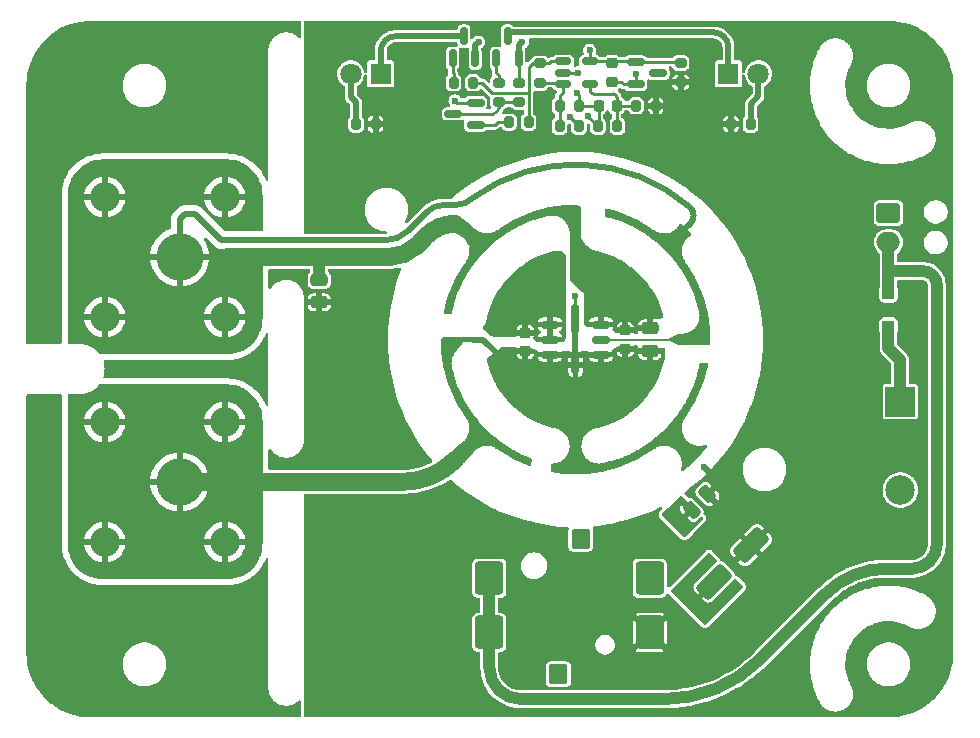
<source format=gbr>
%TF.GenerationSoftware,KiCad,Pcbnew,8.0.4*%
%TF.CreationDate,2025-01-19T21:14:29+01:00*%
%TF.ProjectId,PortableVoltageStandard,506f7274-6162-46c6-9556-6f6c74616765,1.0*%
%TF.SameCoordinates,Original*%
%TF.FileFunction,Copper,L1,Top*%
%TF.FilePolarity,Positive*%
%FSLAX46Y46*%
G04 Gerber Fmt 4.6, Leading zero omitted, Abs format (unit mm)*
G04 Created by KiCad (PCBNEW 8.0.4) date 2025-01-19 21:14:29*
%MOMM*%
%LPD*%
G01*
G04 APERTURE LIST*
G04 Aperture macros list*
%AMRoundRect*
0 Rectangle with rounded corners*
0 $1 Rounding radius*
0 $2 $3 $4 $5 $6 $7 $8 $9 X,Y pos of 4 corners*
0 Add a 4 corners polygon primitive as box body*
4,1,4,$2,$3,$4,$5,$6,$7,$8,$9,$2,$3,0*
0 Add four circle primitives for the rounded corners*
1,1,$1+$1,$2,$3*
1,1,$1+$1,$4,$5*
1,1,$1+$1,$6,$7*
1,1,$1+$1,$8,$9*
0 Add four rect primitives between the rounded corners*
20,1,$1+$1,$2,$3,$4,$5,0*
20,1,$1+$1,$4,$5,$6,$7,0*
20,1,$1+$1,$6,$7,$8,$9,0*
20,1,$1+$1,$8,$9,$2,$3,0*%
G04 Aperture macros list end*
%TA.AperFunction,Conductor*%
%ADD10C,0.500000*%
%TD*%
%TA.AperFunction,EtchedComponent*%
%ADD11C,0.000000*%
%TD*%
%TA.AperFunction,ComponentPad*%
%ADD12RoundRect,0.250000X-0.750000X0.600000X-0.750000X-0.600000X0.750000X-0.600000X0.750000X0.600000X0*%
%TD*%
%TA.AperFunction,ComponentPad*%
%ADD13O,2.000000X1.700000*%
%TD*%
%TA.AperFunction,SMDPad,CuDef*%
%ADD14RoundRect,0.175000X0.575000X-0.175000X0.575000X0.175000X-0.575000X0.175000X-0.575000X-0.175000X0*%
%TD*%
%TA.AperFunction,SMDPad,CuDef*%
%ADD15RoundRect,0.175000X0.175000X-0.575000X0.175000X0.575000X-0.175000X0.575000X-0.175000X-0.575000X0*%
%TD*%
%TA.AperFunction,SMDPad,CuDef*%
%ADD16RoundRect,0.175000X-0.575000X-0.175000X0.575000X-0.175000X0.575000X0.175000X-0.575000X0.175000X0*%
%TD*%
%TA.AperFunction,SMDPad,CuDef*%
%ADD17RoundRect,0.175000X0.175000X-1.075000X0.175000X1.075000X-0.175000X1.075000X-0.175000X-1.075000X0*%
%TD*%
%TA.AperFunction,SMDPad,CuDef*%
%ADD18RoundRect,0.250000X-0.475000X0.250000X-0.475000X-0.250000X0.475000X-0.250000X0.475000X0.250000X0*%
%TD*%
%TA.AperFunction,ComponentPad*%
%ADD19R,2.500000X2.500000*%
%TD*%
%TA.AperFunction,ComponentPad*%
%ADD20C,2.500000*%
%TD*%
%TA.AperFunction,SMDPad,CuDef*%
%ADD21RoundRect,0.225000X0.225000X0.250000X-0.225000X0.250000X-0.225000X-0.250000X0.225000X-0.250000X0*%
%TD*%
%TA.AperFunction,ComponentPad*%
%ADD22C,4.000000*%
%TD*%
%TA.AperFunction,SMDPad,CuDef*%
%ADD23RoundRect,0.150000X0.587500X0.150000X-0.587500X0.150000X-0.587500X-0.150000X0.587500X-0.150000X0*%
%TD*%
%TA.AperFunction,ComponentPad*%
%ADD24R,1.800000X1.800000*%
%TD*%
%TA.AperFunction,ComponentPad*%
%ADD25C,1.800000*%
%TD*%
%TA.AperFunction,SMDPad,CuDef*%
%ADD26RoundRect,0.150000X-0.587500X-0.150000X0.587500X-0.150000X0.587500X0.150000X-0.587500X0.150000X0*%
%TD*%
%TA.AperFunction,SMDPad,CuDef*%
%ADD27RoundRect,0.200000X-0.200000X-0.275000X0.200000X-0.275000X0.200000X0.275000X-0.200000X0.275000X0*%
%TD*%
%TA.AperFunction,SMDPad,CuDef*%
%ADD28RoundRect,0.250000X0.494975X1.272792X-1.272792X-0.494975X-0.494975X-1.272792X1.272792X0.494975X0*%
%TD*%
%TA.AperFunction,SMDPad,CuDef*%
%ADD29RoundRect,0.150000X-0.512500X-0.150000X0.512500X-0.150000X0.512500X0.150000X-0.512500X0.150000X0*%
%TD*%
%TA.AperFunction,SMDPad,CuDef*%
%ADD30RoundRect,0.200000X0.275000X-0.200000X0.275000X0.200000X-0.275000X0.200000X-0.275000X-0.200000X0*%
%TD*%
%TA.AperFunction,SMDPad,CuDef*%
%ADD31RoundRect,0.225000X-0.250000X0.225000X-0.250000X-0.225000X0.250000X-0.225000X0.250000X0.225000X0*%
%TD*%
%TA.AperFunction,SMDPad,CuDef*%
%ADD32RoundRect,0.200000X0.200000X0.275000X-0.200000X0.275000X-0.200000X-0.275000X0.200000X-0.275000X0*%
%TD*%
%TA.AperFunction,SMDPad,CuDef*%
%ADD33RoundRect,0.250000X-0.300000X0.300000X-0.300000X-0.300000X0.300000X-0.300000X0.300000X0.300000X0*%
%TD*%
%TA.AperFunction,SMDPad,CuDef*%
%ADD34RoundRect,0.250000X-0.159099X0.512652X-0.512652X0.159099X0.159099X-0.512652X0.512652X-0.159099X0*%
%TD*%
%TA.AperFunction,SMDPad,CuDef*%
%ADD35RoundRect,0.200000X-0.275000X0.200000X-0.275000X-0.200000X0.275000X-0.200000X0.275000X0.200000X0*%
%TD*%
%TA.AperFunction,SMDPad,CuDef*%
%ADD36C,0.500000*%
%TD*%
%TA.AperFunction,SMDPad,CuDef*%
%ADD37RoundRect,0.150000X0.150000X-0.587500X0.150000X0.587500X-0.150000X0.587500X-0.150000X-0.587500X0*%
%TD*%
%TA.AperFunction,SMDPad,CuDef*%
%ADD38RoundRect,0.240000X0.960000X-1.160000X0.960000X1.160000X-0.960000X1.160000X-0.960000X-1.160000X0*%
%TD*%
%TA.AperFunction,SMDPad,CuDef*%
%ADD39RoundRect,0.160000X0.640000X-0.690000X0.640000X0.690000X-0.640000X0.690000X-0.640000X-0.690000X0*%
%TD*%
%TA.AperFunction,ViaPad*%
%ADD40C,0.600000*%
%TD*%
%TA.AperFunction,Conductor*%
%ADD41C,1.000000*%
%TD*%
%TA.AperFunction,Conductor*%
%ADD42C,0.250000*%
%TD*%
%TA.AperFunction,Conductor*%
%ADD43C,1.500000*%
%TD*%
%TA.AperFunction,Conductor*%
%ADD44C,0.200000*%
%TD*%
G04 APERTURE END LIST*
D10*
%TO.N,Net-(U1-OUTS)*%
X147773265Y-74026108D02*
G75*
G02*
X166200000Y-74800000I8726735J-11973892D01*
G01*
D11*
%TA.AperFunction,EtchedComponent*%
%TD*%
%TO.C,NT1*%
G36*
X147800000Y-86250000D02*
G01*
X146800000Y-86250000D01*
X146800000Y-85750000D01*
X147800000Y-85750000D01*
X147800000Y-86250000D01*
G37*
%TD.AperFunction*%
%TA.AperFunction,EtchedComponent*%
%TO.C,NT2*%
G36*
X123250000Y-77300000D02*
G01*
X122750000Y-77300000D01*
X122750000Y-76300000D01*
X123250000Y-76300000D01*
X123250000Y-77300000D01*
G37*
%TD.AperFunction*%
%TD*%
D12*
%TO.P,BT1,1,+*%
%TO.N,GND*%
X183000000Y-75275000D03*
D13*
%TO.P,BT1,2,-*%
%TO.N,Net-(BT1-+)*%
X183000000Y-77775000D03*
%TD*%
D14*
%TO.P,U1,1,EN*%
%TO.N,VCC*%
X154350000Y-84730000D03*
%TO.P,U1,2,VIN*%
X154350000Y-86000000D03*
%TO.P,U1,3,GND*%
%TO.N,GND*%
X154350000Y-87270000D03*
D15*
%TO.P,U1,4,GND*%
X156500000Y-88150000D03*
D16*
%TO.P,U1,5,GND*%
X158650000Y-87270000D03*
%TO.P,U1,6,OUTS*%
%TO.N,Net-(U1-OUTS)*%
X158650000Y-86000000D03*
%TO.P,U1,7,OUTF*%
%TO.N,Net-(J1-Pin_1)*%
X158650000Y-84730000D03*
D17*
%TO.P,U1,8,GND*%
%TO.N,GND*%
X156500000Y-84250000D03*
%TD*%
D18*
%TO.P,C3,1*%
%TO.N,Net-(J1-Pin_1)*%
X162800000Y-85050000D03*
%TO.P,C3,2*%
%TO.N,GND*%
X162800000Y-86950000D03*
%TD*%
D19*
%TO.P,J4,1,Pin_1*%
%TO.N,Net-(D1-A)*%
X184000000Y-91250000D03*
D20*
%TO.P,J4,2,Pin_2*%
%TO.N,GND*%
X184000000Y-98750000D03*
%TD*%
D21*
%TO.P,C5,1*%
%TO.N,Net-(U2--)*%
X160000000Y-66200000D03*
%TO.P,C5,2*%
%TO.N,GND*%
X158450000Y-66200000D03*
%TD*%
D20*
%TO.P,J1,1,Pin_1*%
%TO.N,Net-(J1-Pin_1)*%
X116640000Y-73920000D03*
X116640000Y-84080000D03*
D22*
X123000000Y-79000000D03*
D20*
X126800000Y-73920000D03*
X126800000Y-84080000D03*
%TD*%
D23*
%TO.P,Q3,1,G*%
%TO.N,Net-(Q3-G)*%
X148037500Y-67850000D03*
%TO.P,Q3,2,S*%
%TO.N,/vref*%
X148037500Y-65950000D03*
%TO.P,Q3,3,D*%
%TO.N,Net-(Q3-D)*%
X146162500Y-66900000D03*
%TD*%
D18*
%TO.P,C7,1*%
%TO.N,Net-(J1-Pin_1)*%
X134800000Y-80950000D03*
%TO.P,C7,2*%
%TO.N,GND*%
X134800000Y-82850000D03*
%TD*%
D24*
%TO.P,D2,1,K*%
%TO.N,Net-(D2-K)*%
X140000000Y-63500000D03*
D25*
%TO.P,D2,2,A*%
%TO.N,Net-(D2-A)*%
X137460000Y-63500000D03*
%TD*%
D20*
%TO.P,J3,1,Pin_1*%
%TO.N,Net-(J3-Pin_1)*%
X116640000Y-92970000D03*
X116640000Y-103130000D03*
D22*
X123000000Y-98050000D03*
D20*
X126800000Y-92970000D03*
X126800000Y-103130000D03*
%TD*%
D26*
%TO.P,U3,1,K*%
%TO.N,/vref*%
X161600000Y-62500000D03*
%TO.P,U3,2,A*%
%TO.N,GND*%
X161600000Y-64400000D03*
%TO.P,U3,3,NC*%
%TO.N,unconnected-(U3-NC-Pad3)*%
X163475000Y-63450000D03*
%TD*%
D27*
%TO.P,R5,1*%
%TO.N,Net-(U2-+)*%
X155150000Y-66200000D03*
%TO.P,R5,2*%
%TO.N,GND*%
X156800000Y-66200000D03*
%TD*%
%TO.P,R9,1*%
%TO.N,VCC*%
X169675000Y-67750000D03*
%TO.P,R9,2*%
%TO.N,Net-(D3-A)*%
X171325000Y-67750000D03*
%TD*%
D28*
%TO.P,C4,1*%
%TO.N,VCC*%
X171361270Y-103388730D03*
%TO.P,C4,2*%
%TO.N,GND*%
X168250000Y-106500000D03*
%TD*%
D29*
%TO.P,U2,1*%
%TO.N,Net-(R11-Pad2)*%
X155450000Y-62450000D03*
%TO.P,U2,2,V-*%
%TO.N,GND*%
X155450000Y-63400000D03*
%TO.P,U2,3,+*%
%TO.N,Net-(U2-+)*%
X155450000Y-64350000D03*
%TO.P,U2,4,-*%
%TO.N,Net-(U2--)*%
X157725000Y-64350000D03*
%TO.P,U2,5,V+*%
%TO.N,/vref*%
X157725000Y-62450000D03*
%TD*%
D30*
%TO.P,R10,1*%
%TO.N,Net-(Q3-D)*%
X151750000Y-65900000D03*
%TO.P,R10,2*%
%TO.N,GND*%
X151750000Y-64250000D03*
%TD*%
D31*
%TO.P,C6,1*%
%TO.N,/vref*%
X159600000Y-62625000D03*
%TO.P,C6,2*%
%TO.N,GND*%
X159600000Y-64175000D03*
%TD*%
D32*
%TO.P,R2,1*%
%TO.N,VCC*%
X163300000Y-66200000D03*
%TO.P,R2,2*%
%TO.N,Net-(U2--)*%
X161650000Y-66200000D03*
%TD*%
D33*
%TO.P,D1,1,K*%
%TO.N,Net-(BT1-+)*%
X183000000Y-82100000D03*
%TO.P,D1,2,A*%
%TO.N,Net-(D1-A)*%
X183000000Y-84900000D03*
%TD*%
D34*
%TO.P,C8,1*%
%TO.N,VCC*%
X167671751Y-99078249D03*
%TO.P,C8,2*%
%TO.N,GND*%
X166328249Y-100421751D03*
%TD*%
D35*
%TO.P,R12,1*%
%TO.N,Net-(Q1-G)*%
X150000000Y-64250000D03*
%TO.P,R12,2*%
%TO.N,Net-(Q3-D)*%
X150000000Y-65900000D03*
%TD*%
D24*
%TO.P,D3,1,K*%
%TO.N,Net-(D3-K)*%
X169450000Y-63500000D03*
D25*
%TO.P,D3,2,A*%
%TO.N,Net-(D3-A)*%
X171990000Y-63500000D03*
%TD*%
D36*
%TO.P,NT1,1,1*%
%TO.N,Net-(J3-Pin_1)*%
X146800000Y-86000000D03*
%TO.P,NT1,2,2*%
%TO.N,GND*%
X147800000Y-86000000D03*
%TD*%
D30*
%TO.P,R1,1*%
%TO.N,VCC*%
X165400000Y-64225000D03*
%TO.P,R1,2*%
%TO.N,/vref*%
X165400000Y-62575000D03*
%TD*%
D31*
%TO.P,C1,1*%
%TO.N,VCC*%
X152250000Y-85425000D03*
%TO.P,C1,2*%
%TO.N,GND*%
X152250000Y-86975000D03*
%TD*%
D27*
%TO.P,R7,1*%
%TO.N,Net-(Q2-G)*%
X146175000Y-64250000D03*
%TO.P,R7,2*%
%TO.N,Net-(R11-Pad2)*%
X147825000Y-64250000D03*
%TD*%
%TO.P,R6,1*%
%TO.N,Net-(U2-+)*%
X155150000Y-67950000D03*
%TO.P,R6,2*%
%TO.N,/vref*%
X156800000Y-67950000D03*
%TD*%
D31*
%TO.P,C2,1*%
%TO.N,Net-(J1-Pin_1)*%
X160700000Y-85225000D03*
%TO.P,C2,2*%
%TO.N,GND*%
X160700000Y-86775000D03*
%TD*%
D37*
%TO.P,Q1,1,G*%
%TO.N,Net-(Q1-G)*%
X149800000Y-62187500D03*
%TO.P,Q1,2,S*%
%TO.N,GND*%
X151700000Y-62187500D03*
%TO.P,Q1,3,D*%
%TO.N,Net-(D3-K)*%
X150750000Y-60312500D03*
%TD*%
D35*
%TO.P,R4,1*%
%TO.N,Net-(R11-Pad2)*%
X153475000Y-62625000D03*
%TO.P,R4,2*%
%TO.N,Net-(U2-+)*%
X153475000Y-64275000D03*
%TD*%
D37*
%TO.P,Q2,1,G*%
%TO.N,Net-(Q2-G)*%
X146100000Y-62187500D03*
%TO.P,Q2,2,S*%
%TO.N,GND*%
X148000000Y-62187500D03*
%TO.P,Q2,3,D*%
%TO.N,Net-(D2-K)*%
X147050000Y-60312500D03*
%TD*%
D36*
%TO.P,NT2,1,1*%
%TO.N,Net-(U1-OUTS)*%
X123000000Y-76300000D03*
%TO.P,NT2,2,2*%
%TO.N,Net-(J1-Pin_1)*%
X123000000Y-77300000D03*
%TD*%
D38*
%TO.P,SW1,1,A*%
%TO.N,unconnected-(SW1-A-Pad1)*%
X162800000Y-106200000D03*
%TO.P,SW1,2,B*%
%TO.N,Net-(BT1-+)*%
X149200000Y-106200000D03*
X149200000Y-110800000D03*
%TO.P,SW1,3,C*%
%TO.N,VCC*%
X162800000Y-110800000D03*
D39*
%TO.P,SW1,M*%
%TO.N,N/C*%
X155050000Y-114350000D03*
X156950000Y-102850000D03*
%TD*%
D32*
%TO.P,R3,1*%
%TO.N,Net-(U2--)*%
X160050000Y-67950000D03*
%TO.P,R3,2*%
%TO.N,GND*%
X158400000Y-67950000D03*
%TD*%
%TO.P,R8,1*%
%TO.N,VCC*%
X139575000Y-67750000D03*
%TO.P,R8,2*%
%TO.N,Net-(D2-A)*%
X137925000Y-67750000D03*
%TD*%
D27*
%TO.P,R11,1*%
%TO.N,Net-(Q3-G)*%
X150875000Y-67600000D03*
%TO.P,R11,2*%
%TO.N,Net-(R11-Pad2)*%
X152525000Y-67600000D03*
%TD*%
D40*
%TO.N,GND*%
X159850000Y-90700000D03*
X111500000Y-83500000D03*
X156600000Y-65100000D03*
X152300000Y-88100000D03*
X134300000Y-84200000D03*
X155700000Y-96800000D03*
X160700000Y-88000000D03*
X111200000Y-94500000D03*
X138500000Y-87750000D03*
X156700000Y-63400000D03*
X165020101Y-101022792D03*
X164850000Y-93700000D03*
X153400000Y-91050000D03*
X126400000Y-113500000D03*
X111300000Y-74300000D03*
X167189340Y-108974874D03*
X134000000Y-96000000D03*
X167050000Y-95350000D03*
X156500000Y-89600000D03*
X166446878Y-108232411D03*
X113700000Y-113500000D03*
X165762563Y-101765254D03*
X135350000Y-84200000D03*
X111400000Y-102500000D03*
X148300000Y-60800000D03*
X152000000Y-60800000D03*
X165669060Y-107454594D03*
X163200000Y-88200000D03*
X165900000Y-96500000D03*
X161600000Y-63500000D03*
X157600000Y-67100000D03*
X118100000Y-88600000D03*
X126700000Y-64500000D03*
X156500000Y-82300000D03*
X128800000Y-88600000D03*
X157450000Y-93100000D03*
X113600000Y-64900000D03*
X162300000Y-88200000D03*
%TO.N,VCC*%
X167400000Y-96800000D03*
X149200000Y-84791699D03*
X149700000Y-84100000D03*
%TO.N,/vref*%
X157700000Y-61500000D03*
X156000000Y-67200000D03*
X146300000Y-65800000D03*
%TD*%
D41*
%TO.N,Net-(BT1-+)*%
X183000000Y-80200000D02*
X185900000Y-80200000D01*
X183000000Y-82100000D02*
X183000000Y-80200000D01*
X185000000Y-105400000D02*
X182840559Y-105400000D01*
X149200000Y-106200000D02*
X149200000Y-110800000D01*
X183000000Y-79700000D02*
X183000000Y-77775000D01*
X163941674Y-116450000D02*
X151900000Y-116450000D01*
X177650000Y-107550000D02*
X172150000Y-113050000D01*
X183000000Y-80200000D02*
X183000000Y-79700000D01*
X149200000Y-113750000D02*
X149200000Y-110800000D01*
X187100000Y-81400000D02*
X187100000Y-103300000D01*
X182840559Y-105400000D02*
G75*
G03*
X177650012Y-107550012I41J-7340600D01*
G01*
X151900000Y-116450000D02*
G75*
G02*
X149200000Y-113750000I0J2700000D01*
G01*
X187100000Y-103300000D02*
G75*
G02*
X185000000Y-105400000I-2100000J0D01*
G01*
X185900000Y-80200000D02*
G75*
G02*
X187100000Y-81400000I0J-1200000D01*
G01*
X172150000Y-113050000D02*
G75*
G02*
X163941674Y-116449989I-8208300J8208300D01*
G01*
D42*
%TO.N,GND*%
X156500000Y-88150000D02*
X156500000Y-89600000D01*
X160375000Y-64175000D02*
X159600000Y-64175000D01*
X156800000Y-65300000D02*
X156600000Y-65100000D01*
D10*
X156500000Y-84250000D02*
X156500000Y-88150000D01*
D42*
X158450000Y-66200000D02*
X156800000Y-66200000D01*
X151750000Y-64250000D02*
X151750000Y-62237500D01*
D10*
X151700000Y-61100000D02*
X152000000Y-60800000D01*
X151700000Y-62187500D02*
X151700000Y-61100000D01*
D42*
X157600000Y-67150000D02*
X158400000Y-67950000D01*
X156800000Y-66200000D02*
X156800000Y-65300000D01*
X158450000Y-66200000D02*
X158450000Y-67900000D01*
X161600000Y-64400000D02*
X160600000Y-64400000D01*
X158450000Y-67900000D02*
X158400000Y-67950000D01*
D10*
X147800000Y-86000000D02*
X148700000Y-86000000D01*
D42*
X158400000Y-67950000D02*
X158400000Y-67900000D01*
D10*
X148700000Y-86000000D02*
X150450000Y-87750000D01*
X158650000Y-87270000D02*
X154350000Y-87270000D01*
D42*
X156500000Y-84250000D02*
X156500000Y-82300000D01*
X155450000Y-63400000D02*
X156700000Y-63400000D01*
X151750000Y-62237500D02*
X151700000Y-62187500D01*
X161600000Y-64400000D02*
X161600000Y-63500000D01*
X157600000Y-67100000D02*
X157600000Y-67150000D01*
D10*
X148000000Y-61100000D02*
X148300000Y-60800000D01*
X148000000Y-62187500D02*
X148000000Y-61100000D01*
D42*
X160600000Y-64400000D02*
X160375000Y-64175000D01*
D10*
%TO.N,VCC*%
X167400000Y-96800000D02*
X168350000Y-97750000D01*
D43*
%TO.N,Net-(J1-Pin_1)*%
X140770807Y-79000000D02*
X134800000Y-79000000D01*
D41*
X134800000Y-80950000D02*
X134800000Y-79000000D01*
D43*
X134800000Y-79000000D02*
X127100000Y-79000000D01*
X143039882Y-78060118D02*
X143910050Y-77189950D01*
X143910050Y-77189950D02*
G75*
G02*
X146300000Y-76200000I2389950J-2389950D01*
G01*
X143039882Y-78060118D02*
G75*
G02*
X140770807Y-78999992I-2269082J2269118D01*
G01*
D42*
%TO.N,Net-(U2--)*%
X157725000Y-64350000D02*
X157725000Y-64925000D01*
X158000000Y-65200000D02*
X159700000Y-65200000D01*
X160000000Y-66200000D02*
X161650000Y-66200000D01*
X160000000Y-66200000D02*
X160000000Y-67900000D01*
X160000000Y-67900000D02*
X160050000Y-67950000D01*
X160000000Y-65500000D02*
X160000000Y-66200000D01*
X159700000Y-65200000D02*
G75*
G02*
X160000000Y-65500000I0J-300000D01*
G01*
X157725000Y-64925000D02*
G75*
G03*
X158000000Y-65200000I275000J0D01*
G01*
%TO.N,/vref*%
X157725000Y-62450000D02*
X157725000Y-61525000D01*
X156050000Y-67200000D02*
X156800000Y-67950000D01*
X165325000Y-62500000D02*
X161600000Y-62500000D01*
X161550000Y-62450000D02*
X161600000Y-62500000D01*
X148037500Y-65950000D02*
X146450000Y-65950000D01*
X165400000Y-62575000D02*
X165325000Y-62500000D01*
X157725000Y-61525000D02*
X157700000Y-61500000D01*
X146450000Y-65950000D02*
X146300000Y-65800000D01*
X157725000Y-62450000D02*
X161550000Y-62450000D01*
X156000000Y-67200000D02*
X156050000Y-67200000D01*
D41*
%TO.N,Net-(D1-A)*%
X183000000Y-86750000D02*
X183000000Y-84900000D01*
X184000000Y-87750000D02*
X183000000Y-86750000D01*
X184000000Y-91250000D02*
X184000000Y-87750000D01*
D10*
%TO.N,Net-(D2-A)*%
X137925000Y-65925000D02*
X137925000Y-67750000D01*
X137460000Y-63500000D02*
X137460000Y-65460000D01*
X137460000Y-65460000D02*
X137925000Y-65925000D01*
%TO.N,Net-(D2-K)*%
X140000000Y-61600000D02*
X140000000Y-63500000D01*
X147050000Y-60312500D02*
X141287500Y-60312500D01*
X141287500Y-60312500D02*
G75*
G03*
X140000000Y-61600000I0J-1287500D01*
G01*
%TO.N,Net-(D3-A)*%
X171990000Y-63500000D02*
X171990000Y-65410000D01*
X171990000Y-65410000D02*
X171325000Y-66075000D01*
X171325000Y-66075000D02*
X171325000Y-67750000D01*
%TO.N,Net-(D3-K)*%
X168200000Y-60000000D02*
X150800000Y-60000000D01*
X169450000Y-63500000D02*
X169450000Y-61250000D01*
X168200000Y-60000000D02*
G75*
G02*
X169450000Y-61250000I0J-1250000D01*
G01*
D43*
%TO.N,Net-(J3-Pin_1)*%
X123000000Y-98050000D02*
X141833705Y-98050000D01*
X141833705Y-98050000D02*
G75*
G03*
X146299999Y-96199999I-5J6316300D01*
G01*
D42*
%TO.N,Net-(Q1-G)*%
X150000000Y-63600000D02*
X149800000Y-63400000D01*
X149800000Y-63400000D02*
X149800000Y-62187500D01*
X150000000Y-64250000D02*
X150000000Y-63600000D01*
%TO.N,Net-(Q2-G)*%
X146175000Y-63475000D02*
X146100000Y-63400000D01*
X146100000Y-63400000D02*
X146100000Y-62187500D01*
X146175000Y-64250000D02*
X146175000Y-63475000D01*
%TO.N,Net-(Q3-D)*%
X149500000Y-66900000D02*
X146162500Y-66900000D01*
X151750000Y-65900000D02*
X150000000Y-65900000D01*
X150000000Y-65900000D02*
X150000000Y-66400000D01*
X150000000Y-66400000D02*
G75*
G02*
X149500000Y-66900000I-500000J0D01*
G01*
%TO.N,Net-(Q3-G)*%
X149900000Y-67600000D02*
X150875000Y-67600000D01*
X148037500Y-67850000D02*
X149650000Y-67850000D01*
X149650000Y-67850000D02*
X149900000Y-67600000D01*
%TO.N,Net-(R11-Pad2)*%
X152550000Y-65100000D02*
X152550000Y-67575000D01*
X154275000Y-62625000D02*
X154450000Y-62450000D01*
X152550000Y-62950000D02*
X152875000Y-62625000D01*
X152550000Y-65100000D02*
X149400000Y-65100000D01*
X152875000Y-62625000D02*
X153475000Y-62625000D01*
X152550000Y-65100000D02*
X152550000Y-62950000D01*
X153475000Y-62625000D02*
X154275000Y-62625000D01*
X149400000Y-65100000D02*
X148550000Y-64250000D01*
X148550000Y-64250000D02*
X147825000Y-64250000D01*
X154450000Y-62450000D02*
X155450000Y-62450000D01*
X152550000Y-67575000D02*
X152525000Y-67600000D01*
%TO.N,Net-(U2-+)*%
X155450000Y-64350000D02*
X155450000Y-65050000D01*
X155150000Y-65350000D02*
X155150000Y-66200000D01*
X155150000Y-66200000D02*
X155150000Y-67950000D01*
X155450000Y-65050000D02*
X155150000Y-65350000D01*
X153475000Y-64275000D02*
X155375000Y-64275000D01*
X155375000Y-64275000D02*
X155450000Y-64350000D01*
D10*
%TO.N,Net-(U1-OUTS)*%
X124300000Y-75400000D02*
X123400000Y-75400000D01*
D44*
X158650000Y-86000000D02*
X163200000Y-86000000D01*
D10*
X126500000Y-77600000D02*
X124300000Y-75400000D01*
X143900000Y-75200000D02*
X142277818Y-76822182D01*
X166200000Y-76200000D02*
X165470711Y-76929289D01*
X123400000Y-75400000D02*
X123000000Y-75800000D01*
X123000000Y-75800000D02*
X123000000Y-76300000D01*
X166217157Y-76182842D02*
X166200000Y-76200000D01*
X146387768Y-74600000D02*
X145348528Y-74600000D01*
X140400000Y-77600000D02*
X126500000Y-77600000D01*
D44*
X163200000Y-86000000D02*
X165600000Y-86000000D01*
D10*
X147773265Y-74026108D02*
G75*
G02*
X146387768Y-74599974I-1385465J1385508D01*
G01*
X166500000Y-75500000D02*
G75*
G02*
X166217161Y-76182846I-965700J0D01*
G01*
X165470711Y-76929289D02*
G75*
G03*
X165399994Y-77100000I170689J-170711D01*
G01*
X166217158Y-74817160D02*
G75*
G02*
X166499994Y-75500000I-682858J-682840D01*
G01*
X142277818Y-76822182D02*
G75*
G02*
X140400000Y-77600010I-1877818J1877782D01*
G01*
X145348528Y-74600000D02*
G75*
G03*
X143899992Y-75199992I-28J-2048500D01*
G01*
%TD*%
%TA.AperFunction,Conductor*%
%TO.N,Net-(J3-Pin_1)*%
G36*
X127003471Y-89800195D02*
G01*
X127025909Y-89801455D01*
X127328949Y-89818473D01*
X127342748Y-89820027D01*
X127660695Y-89874049D01*
X127674252Y-89877143D01*
X127984148Y-89966423D01*
X127997272Y-89971016D01*
X128295215Y-90094427D01*
X128307737Y-90100456D01*
X128590006Y-90256461D01*
X128601779Y-90263859D01*
X128864789Y-90450475D01*
X128875649Y-90459135D01*
X129062594Y-90626199D01*
X129116127Y-90674039D01*
X129125960Y-90683872D01*
X129340859Y-90924344D01*
X129349528Y-90935216D01*
X129536139Y-91198219D01*
X129543538Y-91209993D01*
X129699539Y-91492255D01*
X129705572Y-91504784D01*
X129828983Y-91802727D01*
X129833576Y-91815851D01*
X129922856Y-92125747D01*
X129925950Y-92139304D01*
X129979970Y-92457240D01*
X129981527Y-92471058D01*
X129999805Y-92796527D01*
X130000000Y-92803480D01*
X130000000Y-103296519D01*
X129999805Y-103303472D01*
X129981527Y-103628941D01*
X129979970Y-103642759D01*
X129925950Y-103960695D01*
X129922856Y-103974252D01*
X129833576Y-104284148D01*
X129828983Y-104297272D01*
X129705572Y-104595215D01*
X129699539Y-104607744D01*
X129543538Y-104890006D01*
X129536139Y-104901780D01*
X129349528Y-105164783D01*
X129340859Y-105175655D01*
X129125960Y-105416127D01*
X129116127Y-105425960D01*
X128875655Y-105640859D01*
X128864783Y-105649528D01*
X128601780Y-105836139D01*
X128590006Y-105843538D01*
X128307744Y-105999539D01*
X128295215Y-106005572D01*
X127997272Y-106128983D01*
X127984148Y-106133576D01*
X127674252Y-106222856D01*
X127660695Y-106225950D01*
X127342759Y-106279970D01*
X127328941Y-106281527D01*
X127003472Y-106299805D01*
X126996519Y-106300000D01*
X116503481Y-106300000D01*
X116496528Y-106299805D01*
X116171058Y-106281527D01*
X116157240Y-106279970D01*
X115839304Y-106225950D01*
X115825747Y-106222856D01*
X115515851Y-106133576D01*
X115502727Y-106128983D01*
X115204784Y-106005572D01*
X115192255Y-105999539D01*
X114909993Y-105843538D01*
X114898219Y-105836139D01*
X114635216Y-105649528D01*
X114624344Y-105640859D01*
X114383872Y-105425960D01*
X114374039Y-105416127D01*
X114159140Y-105175655D01*
X114150475Y-105164789D01*
X113963859Y-104901779D01*
X113956461Y-104890006D01*
X113886596Y-104763595D01*
X113800456Y-104607737D01*
X113794427Y-104595215D01*
X113671016Y-104297272D01*
X113666423Y-104284148D01*
X113577143Y-103974252D01*
X113574049Y-103960695D01*
X113562280Y-103891426D01*
X113520027Y-103642748D01*
X113518473Y-103628949D01*
X113500195Y-103303471D01*
X113500000Y-103296519D01*
X113500000Y-102880000D01*
X114903828Y-102880000D01*
X115985879Y-102880000D01*
X115966901Y-102925818D01*
X115940000Y-103061056D01*
X115940000Y-103198944D01*
X115966901Y-103334182D01*
X115985879Y-103380000D01*
X114903828Y-103380000D01*
X114904694Y-103391551D01*
X114904695Y-103391558D01*
X114963058Y-103647270D01*
X115058883Y-103891426D01*
X115058882Y-103891426D01*
X115190028Y-104118573D01*
X115353562Y-104323639D01*
X115353570Y-104323648D01*
X115545830Y-104502040D01*
X115545832Y-104502041D01*
X115762546Y-104649793D01*
X115762550Y-104649795D01*
X115998854Y-104763594D01*
X115998858Y-104763595D01*
X116249494Y-104840907D01*
X116249502Y-104840909D01*
X116390000Y-104862085D01*
X116390000Y-103784120D01*
X116435818Y-103803099D01*
X116571056Y-103830000D01*
X116708944Y-103830000D01*
X116844182Y-103803099D01*
X116890000Y-103784120D01*
X116890000Y-104862084D01*
X117030497Y-104840909D01*
X117030505Y-104840907D01*
X117281143Y-104763595D01*
X117517445Y-104649798D01*
X117517454Y-104649793D01*
X117734167Y-104502041D01*
X117734169Y-104502040D01*
X117926429Y-104323648D01*
X117926437Y-104323639D01*
X118089971Y-104118573D01*
X118221116Y-103891426D01*
X118316941Y-103647270D01*
X118375304Y-103391558D01*
X118375305Y-103391551D01*
X118376172Y-103380000D01*
X117294121Y-103380000D01*
X117313099Y-103334182D01*
X117340000Y-103198944D01*
X117340000Y-103061056D01*
X117313099Y-102925818D01*
X117294121Y-102880000D01*
X118376171Y-102880000D01*
X125063828Y-102880000D01*
X126145879Y-102880000D01*
X126126901Y-102925818D01*
X126100000Y-103061056D01*
X126100000Y-103198944D01*
X126126901Y-103334182D01*
X126145879Y-103380000D01*
X125063828Y-103380000D01*
X125064694Y-103391551D01*
X125064695Y-103391558D01*
X125123058Y-103647270D01*
X125218883Y-103891426D01*
X125218882Y-103891426D01*
X125350028Y-104118573D01*
X125513562Y-104323639D01*
X125513570Y-104323648D01*
X125705830Y-104502040D01*
X125705832Y-104502041D01*
X125922546Y-104649793D01*
X125922550Y-104649795D01*
X126158854Y-104763594D01*
X126158858Y-104763595D01*
X126409494Y-104840907D01*
X126409502Y-104840909D01*
X126550000Y-104862085D01*
X126550000Y-103784120D01*
X126595818Y-103803099D01*
X126731056Y-103830000D01*
X126868944Y-103830000D01*
X127004182Y-103803099D01*
X127050000Y-103784120D01*
X127050000Y-104862084D01*
X127190497Y-104840909D01*
X127190505Y-104840907D01*
X127441143Y-104763595D01*
X127677445Y-104649798D01*
X127677454Y-104649793D01*
X127894167Y-104502041D01*
X127894169Y-104502040D01*
X128086429Y-104323648D01*
X128086437Y-104323639D01*
X128249971Y-104118573D01*
X128381116Y-103891426D01*
X128476941Y-103647270D01*
X128535304Y-103391558D01*
X128535305Y-103391551D01*
X128536172Y-103380000D01*
X127454121Y-103380000D01*
X127473099Y-103334182D01*
X127500000Y-103198944D01*
X127500000Y-103061056D01*
X127473099Y-102925818D01*
X127454121Y-102880000D01*
X128536171Y-102880000D01*
X128535305Y-102868448D01*
X128535304Y-102868441D01*
X128476941Y-102612729D01*
X128381116Y-102368573D01*
X128381117Y-102368573D01*
X128249971Y-102141426D01*
X128086437Y-101936360D01*
X128086429Y-101936351D01*
X127894169Y-101757959D01*
X127894167Y-101757958D01*
X127677454Y-101610206D01*
X127677445Y-101610201D01*
X127441142Y-101496404D01*
X127441144Y-101496404D01*
X127190512Y-101419094D01*
X127190506Y-101419093D01*
X127050000Y-101397914D01*
X127050000Y-102475879D01*
X127004182Y-102456901D01*
X126868944Y-102430000D01*
X126731056Y-102430000D01*
X126595818Y-102456901D01*
X126550000Y-102475879D01*
X126550000Y-101397914D01*
X126409493Y-101419093D01*
X126409487Y-101419094D01*
X126158858Y-101496404D01*
X126158854Y-101496405D01*
X125922550Y-101610204D01*
X125922546Y-101610206D01*
X125705832Y-101757958D01*
X125705830Y-101757959D01*
X125513570Y-101936351D01*
X125513562Y-101936360D01*
X125350028Y-102141426D01*
X125218883Y-102368573D01*
X125123058Y-102612729D01*
X125064695Y-102868441D01*
X125064694Y-102868448D01*
X125063828Y-102880000D01*
X118376171Y-102880000D01*
X118375305Y-102868448D01*
X118375304Y-102868441D01*
X118316941Y-102612729D01*
X118221116Y-102368573D01*
X118221117Y-102368573D01*
X118089971Y-102141426D01*
X117926437Y-101936360D01*
X117926429Y-101936351D01*
X117734169Y-101757959D01*
X117734167Y-101757958D01*
X117517454Y-101610206D01*
X117517445Y-101610201D01*
X117281142Y-101496404D01*
X117281144Y-101496404D01*
X117030512Y-101419094D01*
X117030506Y-101419093D01*
X116890000Y-101397914D01*
X116890000Y-102475879D01*
X116844182Y-102456901D01*
X116708944Y-102430000D01*
X116571056Y-102430000D01*
X116435818Y-102456901D01*
X116390000Y-102475879D01*
X116390000Y-101397914D01*
X116249493Y-101419093D01*
X116249487Y-101419094D01*
X115998858Y-101496404D01*
X115998854Y-101496405D01*
X115762550Y-101610204D01*
X115762546Y-101610206D01*
X115545832Y-101757958D01*
X115545830Y-101757959D01*
X115353570Y-101936351D01*
X115353562Y-101936360D01*
X115190028Y-102141426D01*
X115058883Y-102368573D01*
X114963058Y-102612729D01*
X114904695Y-102868441D01*
X114904694Y-102868448D01*
X114903828Y-102880000D01*
X113500000Y-102880000D01*
X113500000Y-97799999D01*
X120510784Y-97799999D01*
X120510785Y-97800000D01*
X121824638Y-97800000D01*
X121800000Y-97955558D01*
X121800000Y-98144442D01*
X121824638Y-98300000D01*
X120510784Y-98300000D01*
X120514807Y-98363943D01*
X120514808Y-98363947D01*
X120573756Y-98672959D01*
X120670963Y-98972132D01*
X120670965Y-98972137D01*
X120804900Y-99256761D01*
X120804903Y-99256767D01*
X120973455Y-99522364D01*
X121173976Y-99764752D01*
X121403287Y-99980090D01*
X121403297Y-99980098D01*
X121657772Y-100164985D01*
X121657790Y-100164996D01*
X121933447Y-100316540D01*
X121933455Y-100316544D01*
X122225926Y-100432340D01*
X122530620Y-100510573D01*
X122530629Y-100510575D01*
X122749999Y-100538287D01*
X122750000Y-100538286D01*
X122750000Y-99225362D01*
X122905558Y-99250000D01*
X123094442Y-99250000D01*
X123250000Y-99225362D01*
X123250000Y-100538287D01*
X123469370Y-100510575D01*
X123469379Y-100510573D01*
X123774073Y-100432340D01*
X124066544Y-100316544D01*
X124066552Y-100316540D01*
X124342209Y-100164996D01*
X124342227Y-100164985D01*
X124596702Y-99980098D01*
X124596712Y-99980090D01*
X124826023Y-99764752D01*
X125026544Y-99522364D01*
X125195096Y-99256767D01*
X125195099Y-99256761D01*
X125329034Y-98972137D01*
X125329036Y-98972132D01*
X125426243Y-98672959D01*
X125485191Y-98363947D01*
X125485192Y-98363943D01*
X125489215Y-98300000D01*
X124175362Y-98300000D01*
X124200000Y-98144442D01*
X124200000Y-97955558D01*
X124175362Y-97800000D01*
X125489215Y-97800000D01*
X125489215Y-97799999D01*
X125485192Y-97736056D01*
X125485191Y-97736052D01*
X125426243Y-97427040D01*
X125329036Y-97127867D01*
X125329034Y-97127862D01*
X125195099Y-96843238D01*
X125195096Y-96843232D01*
X125026544Y-96577635D01*
X124826023Y-96335247D01*
X124596712Y-96119909D01*
X124596702Y-96119901D01*
X124342227Y-95935014D01*
X124342209Y-95935003D01*
X124066552Y-95783459D01*
X124066544Y-95783455D01*
X123774073Y-95667659D01*
X123469379Y-95589426D01*
X123469370Y-95589424D01*
X123250000Y-95561711D01*
X123250000Y-96874637D01*
X123094442Y-96850000D01*
X122905558Y-96850000D01*
X122750000Y-96874637D01*
X122750000Y-95561712D01*
X122749999Y-95561711D01*
X122530629Y-95589424D01*
X122530620Y-95589426D01*
X122225926Y-95667659D01*
X121933455Y-95783455D01*
X121933447Y-95783459D01*
X121657790Y-95935003D01*
X121657772Y-95935014D01*
X121403297Y-96119901D01*
X121403287Y-96119909D01*
X121173976Y-96335247D01*
X120973455Y-96577635D01*
X120804903Y-96843232D01*
X120804900Y-96843238D01*
X120670965Y-97127862D01*
X120670963Y-97127867D01*
X120573756Y-97427040D01*
X120514808Y-97736052D01*
X120514807Y-97736056D01*
X120510784Y-97799999D01*
X113500000Y-97799999D01*
X113500000Y-92720000D01*
X114903828Y-92720000D01*
X115985879Y-92720000D01*
X115966901Y-92765818D01*
X115940000Y-92901056D01*
X115940000Y-93038944D01*
X115966901Y-93174182D01*
X115985879Y-93220000D01*
X114903828Y-93220000D01*
X114904694Y-93231551D01*
X114904695Y-93231558D01*
X114963058Y-93487270D01*
X115058883Y-93731426D01*
X115058882Y-93731426D01*
X115190028Y-93958573D01*
X115353562Y-94163639D01*
X115353570Y-94163648D01*
X115545830Y-94342040D01*
X115545832Y-94342041D01*
X115762546Y-94489793D01*
X115762550Y-94489795D01*
X115998854Y-94603594D01*
X115998858Y-94603595D01*
X116249494Y-94680907D01*
X116249502Y-94680909D01*
X116390000Y-94702085D01*
X116390000Y-93624120D01*
X116435818Y-93643099D01*
X116571056Y-93670000D01*
X116708944Y-93670000D01*
X116844182Y-93643099D01*
X116890000Y-93624120D01*
X116890000Y-94702084D01*
X117030497Y-94680909D01*
X117030505Y-94680907D01*
X117281143Y-94603595D01*
X117517445Y-94489798D01*
X117517454Y-94489793D01*
X117734167Y-94342041D01*
X117734169Y-94342040D01*
X117926429Y-94163648D01*
X117926437Y-94163639D01*
X118089971Y-93958573D01*
X118221116Y-93731426D01*
X118316941Y-93487270D01*
X118375304Y-93231558D01*
X118375305Y-93231551D01*
X118376172Y-93220000D01*
X117294121Y-93220000D01*
X117313099Y-93174182D01*
X117340000Y-93038944D01*
X117340000Y-92901056D01*
X117313099Y-92765818D01*
X117294121Y-92720000D01*
X118376171Y-92720000D01*
X125063828Y-92720000D01*
X126145879Y-92720000D01*
X126126901Y-92765818D01*
X126100000Y-92901056D01*
X126100000Y-93038944D01*
X126126901Y-93174182D01*
X126145879Y-93220000D01*
X125063828Y-93220000D01*
X125064694Y-93231551D01*
X125064695Y-93231558D01*
X125123058Y-93487270D01*
X125218883Y-93731426D01*
X125218882Y-93731426D01*
X125350028Y-93958573D01*
X125513562Y-94163639D01*
X125513570Y-94163648D01*
X125705830Y-94342040D01*
X125705832Y-94342041D01*
X125922546Y-94489793D01*
X125922550Y-94489795D01*
X126158854Y-94603594D01*
X126158858Y-94603595D01*
X126409494Y-94680907D01*
X126409502Y-94680909D01*
X126550000Y-94702085D01*
X126550000Y-93624120D01*
X126595818Y-93643099D01*
X126731056Y-93670000D01*
X126868944Y-93670000D01*
X127004182Y-93643099D01*
X127050000Y-93624120D01*
X127050000Y-94702084D01*
X127190497Y-94680909D01*
X127190505Y-94680907D01*
X127441143Y-94603595D01*
X127677445Y-94489798D01*
X127677454Y-94489793D01*
X127894167Y-94342041D01*
X127894169Y-94342040D01*
X128086429Y-94163648D01*
X128086437Y-94163639D01*
X128249971Y-93958573D01*
X128381116Y-93731426D01*
X128476941Y-93487270D01*
X128535304Y-93231558D01*
X128535305Y-93231551D01*
X128536172Y-93220000D01*
X127454121Y-93220000D01*
X127473099Y-93174182D01*
X127500000Y-93038944D01*
X127500000Y-92901056D01*
X127473099Y-92765818D01*
X127454121Y-92720000D01*
X128536171Y-92720000D01*
X128535305Y-92708448D01*
X128535304Y-92708441D01*
X128476941Y-92452729D01*
X128381116Y-92208573D01*
X128381117Y-92208573D01*
X128249971Y-91981426D01*
X128086437Y-91776360D01*
X128086429Y-91776351D01*
X127894169Y-91597959D01*
X127894167Y-91597958D01*
X127677454Y-91450206D01*
X127677445Y-91450201D01*
X127441142Y-91336404D01*
X127441144Y-91336404D01*
X127190512Y-91259094D01*
X127190506Y-91259093D01*
X127050000Y-91237914D01*
X127050000Y-92315879D01*
X127004182Y-92296901D01*
X126868944Y-92270000D01*
X126731056Y-92270000D01*
X126595818Y-92296901D01*
X126550000Y-92315879D01*
X126550000Y-91237914D01*
X126409493Y-91259093D01*
X126409487Y-91259094D01*
X126158858Y-91336404D01*
X126158854Y-91336405D01*
X125922550Y-91450204D01*
X125922546Y-91450206D01*
X125705832Y-91597958D01*
X125705830Y-91597959D01*
X125513570Y-91776351D01*
X125513562Y-91776360D01*
X125350028Y-91981426D01*
X125218883Y-92208573D01*
X125123058Y-92452729D01*
X125064695Y-92708441D01*
X125064694Y-92708448D01*
X125063828Y-92720000D01*
X118376171Y-92720000D01*
X118375305Y-92708448D01*
X118375304Y-92708441D01*
X118316941Y-92452729D01*
X118221116Y-92208573D01*
X118221117Y-92208573D01*
X118089971Y-91981426D01*
X117926437Y-91776360D01*
X117926429Y-91776351D01*
X117734169Y-91597959D01*
X117734167Y-91597958D01*
X117517454Y-91450206D01*
X117517445Y-91450201D01*
X117281142Y-91336404D01*
X117281144Y-91336404D01*
X117030512Y-91259094D01*
X117030506Y-91259093D01*
X116890000Y-91237914D01*
X116890000Y-92315879D01*
X116844182Y-92296901D01*
X116708944Y-92270000D01*
X116571056Y-92270000D01*
X116435818Y-92296901D01*
X116390000Y-92315879D01*
X116390000Y-91237914D01*
X116249493Y-91259093D01*
X116249487Y-91259094D01*
X115998858Y-91336404D01*
X115998854Y-91336405D01*
X115762550Y-91450204D01*
X115762546Y-91450206D01*
X115545832Y-91597958D01*
X115545830Y-91597959D01*
X115353570Y-91776351D01*
X115353562Y-91776360D01*
X115190028Y-91981426D01*
X115058883Y-92208573D01*
X114963058Y-92452729D01*
X114904695Y-92708441D01*
X114904694Y-92708448D01*
X114903828Y-92720000D01*
X113500000Y-92720000D01*
X113500000Y-90749500D01*
X113519685Y-90682461D01*
X113572489Y-90636706D01*
X113624000Y-90625500D01*
X114426071Y-90625500D01*
X114439230Y-90626200D01*
X114446408Y-90626965D01*
X114446414Y-90626967D01*
X114477656Y-90626199D01*
X114490837Y-90626578D01*
X114498002Y-90627166D01*
X114498005Y-90627165D01*
X114498006Y-90627166D01*
X114528882Y-90625648D01*
X114534967Y-90625500D01*
X114565885Y-90625500D01*
X114565892Y-90625500D01*
X114565898Y-90625498D01*
X114573027Y-90624559D01*
X114586174Y-90623535D01*
X114593287Y-90623360D01*
X114613531Y-90624520D01*
X114615991Y-90624865D01*
X114658567Y-90619613D01*
X114667652Y-90618830D01*
X114710496Y-90616726D01*
X114717035Y-90614624D01*
X114763085Y-90608944D01*
X114769948Y-90609394D01*
X114812025Y-90601023D01*
X114821011Y-90599577D01*
X114863595Y-90594326D01*
X114870055Y-90591711D01*
X114892354Y-90585046D01*
X114942985Y-90574975D01*
X114963100Y-90572661D01*
X114977786Y-90572181D01*
X115011481Y-90561958D01*
X115023280Y-90559003D01*
X115057820Y-90552134D01*
X115070995Y-90545636D01*
X115089835Y-90538191D01*
X115141930Y-90522388D01*
X115161723Y-90518114D01*
X115176292Y-90516196D01*
X115208830Y-90502717D01*
X115220268Y-90498624D01*
X115253975Y-90488401D01*
X115266456Y-90480639D01*
X115284474Y-90471384D01*
X115339282Y-90448681D01*
X115358568Y-90442485D01*
X115372876Y-90439150D01*
X115403949Y-90422540D01*
X115414917Y-90417352D01*
X115447461Y-90403873D01*
X115459107Y-90394935D01*
X115476136Y-90383954D01*
X115524143Y-90358294D01*
X115542726Y-90350240D01*
X115556632Y-90345520D01*
X115585926Y-90325945D01*
X115596339Y-90319704D01*
X115627405Y-90303100D01*
X115638126Y-90293057D01*
X115653990Y-90280466D01*
X115703317Y-90247507D01*
X115721026Y-90237665D01*
X115734408Y-90231603D01*
X115761631Y-90209261D01*
X115771394Y-90202019D01*
X115800679Y-90182453D01*
X115810367Y-90171405D01*
X115824922Y-90157318D01*
X115866994Y-90122791D01*
X115883651Y-90111263D01*
X115896373Y-90103919D01*
X115921278Y-90079012D01*
X115930283Y-90070851D01*
X115957508Y-90048509D01*
X115966064Y-90036568D01*
X115979168Y-90021122D01*
X116021122Y-89979168D01*
X116036568Y-89966064D01*
X116048509Y-89957508D01*
X116070851Y-89930283D01*
X116079014Y-89921277D01*
X116103915Y-89896377D01*
X116103915Y-89896376D01*
X116103918Y-89896374D01*
X116111265Y-89883647D01*
X116122790Y-89866994D01*
X116140571Y-89845330D01*
X116198318Y-89805999D01*
X116236420Y-89800000D01*
X126996519Y-89800000D01*
X127003471Y-89800195D01*
G37*
%TD.AperFunction*%
%TD*%
%TA.AperFunction,Conductor*%
%TO.N,GND*%
G36*
X161770353Y-86519685D02*
G01*
X161816108Y-86572489D01*
X161826603Y-86637257D01*
X161825000Y-86652158D01*
X161825000Y-86700000D01*
X163600000Y-86700000D01*
X163976000Y-86700000D01*
X164043039Y-86719685D01*
X164088794Y-86772489D01*
X164100000Y-86824000D01*
X164100000Y-87446619D01*
X164094049Y-87484572D01*
X164088149Y-87502920D01*
X164067721Y-87566461D01*
X164058580Y-87587081D01*
X164054311Y-87597389D01*
X164054210Y-87597347D01*
X164052191Y-87602534D01*
X164052293Y-87602572D01*
X164049509Y-87610210D01*
X164041485Y-87646336D01*
X164038486Y-87657397D01*
X164027164Y-87692613D01*
X164026606Y-87695673D01*
X164023708Y-87714162D01*
X164022251Y-87725234D01*
X164022140Y-87725219D01*
X164020361Y-87741430D01*
X163980300Y-87921774D01*
X163978237Y-87929789D01*
X163835649Y-88415862D01*
X163833059Y-88423712D01*
X163658396Y-88899223D01*
X163655289Y-88906883D01*
X163449331Y-89369707D01*
X163445721Y-89377143D01*
X163209384Y-89825220D01*
X163205286Y-89832399D01*
X162939613Y-90263745D01*
X162935046Y-90270634D01*
X162641246Y-90683293D01*
X162636230Y-90689864D01*
X162315566Y-91082060D01*
X162310123Y-91088281D01*
X161964058Y-91458224D01*
X161958213Y-91464069D01*
X161588282Y-91810122D01*
X161582061Y-91815565D01*
X161189865Y-92136229D01*
X161183294Y-92141245D01*
X160770622Y-92435054D01*
X160763733Y-92439621D01*
X160332394Y-92705289D01*
X160325215Y-92709387D01*
X159877146Y-92945720D01*
X159869710Y-92949330D01*
X159406893Y-93155285D01*
X159399233Y-93158392D01*
X158923709Y-93333060D01*
X158915859Y-93335650D01*
X158429789Y-93478237D01*
X158421774Y-93480300D01*
X158241430Y-93520361D01*
X158225219Y-93522140D01*
X158225234Y-93522251D01*
X158214162Y-93523708D01*
X158195673Y-93526606D01*
X158192613Y-93527164D01*
X158157397Y-93538486D01*
X158146336Y-93541485D01*
X158110210Y-93549509D01*
X158102572Y-93552293D01*
X158102534Y-93552191D01*
X158097347Y-93554210D01*
X158097389Y-93554311D01*
X158087038Y-93558598D01*
X158066461Y-93567721D01*
X157977094Y-93596453D01*
X157967901Y-93599023D01*
X157927204Y-93608726D01*
X157920144Y-93612546D01*
X157899106Y-93621527D01*
X157891475Y-93623981D01*
X157891469Y-93623983D01*
X157891462Y-93623986D01*
X157856303Y-93646663D01*
X157848094Y-93651521D01*
X157728102Y-93716432D01*
X157719539Y-93720647D01*
X157681317Y-93737665D01*
X157675078Y-93742717D01*
X157656053Y-93755408D01*
X157648987Y-93759230D01*
X157618593Y-93787983D01*
X157611413Y-93794269D01*
X157505384Y-93880127D01*
X157497745Y-93885841D01*
X157463306Y-93909589D01*
X157463297Y-93909597D01*
X157458093Y-93915709D01*
X157441733Y-93931671D01*
X157435484Y-93936731D01*
X157410884Y-93970589D01*
X157404991Y-93978077D01*
X157316555Y-94081943D01*
X157310096Y-94088963D01*
X157280591Y-94118651D01*
X157276596Y-94125620D01*
X157263447Y-94144316D01*
X157258236Y-94150436D01*
X157258235Y-94150438D01*
X157240275Y-94188237D01*
X157235853Y-94196688D01*
X157168013Y-94315030D01*
X157162953Y-94323120D01*
X157139409Y-94357718D01*
X157139404Y-94357728D01*
X157136761Y-94365304D01*
X157127267Y-94386110D01*
X157123272Y-94393078D01*
X157123272Y-94393079D01*
X157112571Y-94433512D01*
X157109776Y-94442638D01*
X157064824Y-94571461D01*
X157061337Y-94580341D01*
X157044556Y-94618667D01*
X157044556Y-94618669D01*
X157043349Y-94626603D01*
X157037840Y-94648793D01*
X157035195Y-94656374D01*
X157035192Y-94656388D01*
X157032101Y-94698115D01*
X157031030Y-94707598D01*
X157010520Y-94842454D01*
X157008724Y-94851822D01*
X156999267Y-94892596D01*
X156999267Y-94892599D01*
X156999539Y-94900626D01*
X156998202Y-94923450D01*
X156996995Y-94931390D01*
X156996995Y-94931394D01*
X157001622Y-94972969D01*
X157002312Y-94982486D01*
X157006932Y-95118838D01*
X157006888Y-95128380D01*
X157005085Y-95170182D01*
X157005085Y-95170189D01*
X157006826Y-95178022D01*
X157009706Y-95200709D01*
X157009978Y-95208735D01*
X157022169Y-95248757D01*
X157024597Y-95257989D01*
X157054191Y-95391162D01*
X157055901Y-95400549D01*
X157061809Y-95441968D01*
X157061810Y-95441974D01*
X157061811Y-95441976D01*
X157061811Y-95441978D01*
X157061813Y-95441982D01*
X157064964Y-95449364D01*
X157071962Y-95471130D01*
X157073705Y-95478972D01*
X157093041Y-95516071D01*
X157097123Y-95524698D01*
X157150686Y-95650171D01*
X157154093Y-95659088D01*
X157167510Y-95698714D01*
X157167510Y-95698715D01*
X157171962Y-95705389D01*
X157182847Y-95725511D01*
X157185998Y-95732892D01*
X157186003Y-95732902D01*
X157211834Y-95765825D01*
X157217432Y-95773556D01*
X157293131Y-95887041D01*
X157298117Y-95895177D01*
X157318587Y-95931662D01*
X157318589Y-95931665D01*
X157324192Y-95937408D01*
X157338587Y-95955184D01*
X157343035Y-95961852D01*
X157343045Y-95961866D01*
X157374488Y-95989483D01*
X157381389Y-95996032D01*
X157476690Y-96093714D01*
X157483077Y-96100787D01*
X157509894Y-96132880D01*
X157509896Y-96132881D01*
X157509898Y-96132884D01*
X157513483Y-96135405D01*
X157516458Y-96137498D01*
X157533875Y-96152326D01*
X157539488Y-96158079D01*
X157567165Y-96174516D01*
X157575463Y-96179445D01*
X157583477Y-96184632D01*
X157695065Y-96263110D01*
X157702655Y-96268897D01*
X157734924Y-96295526D01*
X157742217Y-96298854D01*
X157762067Y-96310233D01*
X157765781Y-96312844D01*
X157768637Y-96314853D01*
X157807937Y-96329249D01*
X157816749Y-96332867D01*
X157818067Y-96333469D01*
X157940862Y-96389508D01*
X157949376Y-96393796D01*
X157986001Y-96414049D01*
X157993789Y-96415982D01*
X158015394Y-96423521D01*
X158022695Y-96426853D01*
X158063958Y-96433779D01*
X158073301Y-96435721D01*
X158205696Y-96468589D01*
X158214862Y-96471243D01*
X158254587Y-96484421D01*
X158262594Y-96484890D01*
X158285227Y-96488332D01*
X158293003Y-96490263D01*
X158334835Y-96489490D01*
X158344366Y-96489680D01*
X158480592Y-96497662D01*
X158490056Y-96498583D01*
X158531525Y-96504239D01*
X158539480Y-96503228D01*
X158562349Y-96502453D01*
X158570367Y-96502923D01*
X158611342Y-96494476D01*
X158620760Y-96492911D01*
X158736661Y-96478198D01*
X158753918Y-96477223D01*
X158776159Y-96477519D01*
X158802988Y-96470710D01*
X158817871Y-96467890D01*
X158845321Y-96464406D01*
X158845322Y-96464405D01*
X158845326Y-96464405D01*
X158865925Y-96455983D01*
X158882331Y-96450577D01*
X159369478Y-96326968D01*
X159394223Y-96323293D01*
X159396783Y-96323175D01*
X159441833Y-96308835D01*
X159448910Y-96306813D01*
X159494735Y-96295186D01*
X159496961Y-96293940D01*
X159519924Y-96283979D01*
X159980072Y-96137518D01*
X160004563Y-96132374D01*
X160007101Y-96132104D01*
X160051199Y-96115109D01*
X160058164Y-96112661D01*
X160103210Y-96098325D01*
X160105359Y-96096947D01*
X160127680Y-96085638D01*
X160578283Y-95912003D01*
X160602426Y-95905406D01*
X160604943Y-95904986D01*
X160647947Y-95885393D01*
X160654750Y-95882537D01*
X160666130Y-95878151D01*
X160698866Y-95865538D01*
X160700930Y-95864033D01*
X160722540Y-95851412D01*
X161161986Y-95651220D01*
X161185682Y-95643200D01*
X161188179Y-95642628D01*
X161209621Y-95631270D01*
X161229954Y-95620499D01*
X161236571Y-95617242D01*
X161279584Y-95597649D01*
X161281552Y-95596026D01*
X161302375Y-95582137D01*
X161729100Y-95356104D01*
X161752284Y-95346683D01*
X161754735Y-95345965D01*
X161795123Y-95321380D01*
X161801531Y-95317737D01*
X161843296Y-95295616D01*
X161845161Y-95293881D01*
X161865121Y-95278775D01*
X162277609Y-95027703D01*
X162300186Y-95016916D01*
X162302598Y-95016051D01*
X162341461Y-94989093D01*
X162347625Y-94985085D01*
X162387999Y-94960512D01*
X162389763Y-94958663D01*
X162408777Y-94942401D01*
X162805569Y-94667178D01*
X162827465Y-94655065D01*
X162829815Y-94654060D01*
X162867008Y-94624828D01*
X162872898Y-94620477D01*
X162911753Y-94593528D01*
X162913407Y-94591574D01*
X162931412Y-94574213D01*
X163311093Y-94275819D01*
X163332224Y-94262423D01*
X163334513Y-94261279D01*
X163335795Y-94260142D01*
X163369863Y-94229913D01*
X163375525Y-94225181D01*
X163412696Y-94195970D01*
X163414221Y-94193934D01*
X163431173Y-94175513D01*
X163792388Y-93855014D01*
X163812685Y-93840383D01*
X163814895Y-93839108D01*
X163848331Y-93805670D01*
X163853681Y-93800630D01*
X163889046Y-93769253D01*
X163890452Y-93767121D01*
X163906268Y-93747733D01*
X164247729Y-93406271D01*
X164267115Y-93390456D01*
X164269254Y-93389046D01*
X164300645Y-93353665D01*
X164305703Y-93348298D01*
X164339105Y-93314897D01*
X164339105Y-93314896D01*
X164339107Y-93314895D01*
X164340381Y-93312688D01*
X164355015Y-93292388D01*
X164675520Y-92931166D01*
X164693927Y-92914225D01*
X164695970Y-92912696D01*
X164725168Y-92875542D01*
X164729913Y-92869863D01*
X164761275Y-92834518D01*
X164761275Y-92834516D01*
X164761279Y-92834513D01*
X164762423Y-92832224D01*
X164775819Y-92811093D01*
X165074213Y-92431412D01*
X165091574Y-92413407D01*
X165093528Y-92411753D01*
X165120477Y-92372898D01*
X165124828Y-92367008D01*
X165154060Y-92329815D01*
X165155065Y-92327465D01*
X165167178Y-92305569D01*
X165442402Y-91908776D01*
X165458672Y-91889754D01*
X165460513Y-91887998D01*
X165485099Y-91847603D01*
X165489090Y-91841466D01*
X165516051Y-91802598D01*
X165516915Y-91800189D01*
X165527698Y-91777617D01*
X165778775Y-91365119D01*
X165793880Y-91345163D01*
X165795616Y-91343296D01*
X165817754Y-91301499D01*
X165821374Y-91295132D01*
X165845965Y-91254734D01*
X165846684Y-91252279D01*
X165856103Y-91229101D01*
X166082136Y-90802376D01*
X166096027Y-90781552D01*
X166096854Y-90780548D01*
X166097649Y-90779584D01*
X166117244Y-90736567D01*
X166120497Y-90729956D01*
X166142628Y-90688178D01*
X166143199Y-90685685D01*
X166151221Y-90661984D01*
X166351412Y-90222540D01*
X166364033Y-90200930D01*
X166365538Y-90198866D01*
X166382537Y-90154750D01*
X166385393Y-90147947D01*
X166404986Y-90104943D01*
X166405406Y-90102426D01*
X166412003Y-90078283D01*
X166497691Y-89855913D01*
X166585638Y-89627680D01*
X166596947Y-89605359D01*
X166598325Y-89603210D01*
X166612661Y-89558164D01*
X166615112Y-89551194D01*
X166632104Y-89507101D01*
X166632374Y-89504562D01*
X166637519Y-89480069D01*
X166670279Y-89377146D01*
X166783979Y-89019924D01*
X166793940Y-88996961D01*
X166795185Y-88994736D01*
X166795186Y-88994735D01*
X166806813Y-88948910D01*
X166808839Y-88941821D01*
X166823175Y-88896783D01*
X166823293Y-88894223D01*
X166826969Y-88869475D01*
X166829889Y-88857967D01*
X166950577Y-88382331D01*
X166955983Y-88365925D01*
X166964405Y-88345326D01*
X166967890Y-88317871D01*
X166970712Y-88302982D01*
X166977519Y-88276159D01*
X166977223Y-88253918D01*
X166978199Y-88236657D01*
X166992911Y-88120760D01*
X166994477Y-88111341D01*
X166997871Y-88094876D01*
X167002923Y-88070367D01*
X167002922Y-88070359D01*
X167003309Y-88065037D01*
X167027788Y-87999596D01*
X167083761Y-87957777D01*
X167126985Y-87950000D01*
X167588122Y-87950000D01*
X167655161Y-87969685D01*
X167700916Y-88022489D01*
X167710860Y-88091647D01*
X167710352Y-88094876D01*
X167686715Y-88233269D01*
X167685344Y-88240124D01*
X167543077Y-88860166D01*
X167541322Y-88866933D01*
X167364341Y-89477959D01*
X167362208Y-89484617D01*
X167151067Y-90084709D01*
X167148562Y-90091235D01*
X166903941Y-90678471D01*
X166901072Y-90684846D01*
X166623742Y-91257371D01*
X166620518Y-91263575D01*
X166311353Y-91819573D01*
X166307784Y-91825585D01*
X165967810Y-92363224D01*
X165963901Y-92369035D01*
X165809829Y-92584688D01*
X165796249Y-92600650D01*
X165787078Y-92609744D01*
X165787076Y-92609746D01*
X165768436Y-92641715D01*
X165762213Y-92651336D01*
X165740718Y-92681422D01*
X165740717Y-92681424D01*
X165736189Y-92693507D01*
X165727201Y-92712441D01*
X165673054Y-92805312D01*
X165667934Y-92813364D01*
X165644144Y-92847780D01*
X165641443Y-92855342D01*
X165631798Y-92876075D01*
X165627752Y-92883014D01*
X165616749Y-92923386D01*
X165613888Y-92932486D01*
X165568001Y-93060961D01*
X165564447Y-93069819D01*
X165547387Y-93108016D01*
X165547386Y-93108019D01*
X165546121Y-93115948D01*
X165540448Y-93138104D01*
X165537749Y-93145660D01*
X165537747Y-93145670D01*
X165534352Y-93187360D01*
X165533211Y-93196836D01*
X165511709Y-93331567D01*
X165509844Y-93340924D01*
X165500094Y-93381605D01*
X165500092Y-93381622D01*
X165500305Y-93389638D01*
X165498801Y-93412455D01*
X165497536Y-93420380D01*
X165497536Y-93420396D01*
X165501860Y-93462011D01*
X165502480Y-93471533D01*
X165506102Y-93607902D01*
X165505988Y-93617445D01*
X165503878Y-93659232D01*
X165503878Y-93659233D01*
X165505564Y-93667090D01*
X165508277Y-93689794D01*
X165508490Y-93697823D01*
X165508490Y-93697824D01*
X165520387Y-93737934D01*
X165522747Y-93747181D01*
X165551365Y-93880567D01*
X165553006Y-93889966D01*
X165558612Y-93931434D01*
X165558613Y-93931439D01*
X165561710Y-93938843D01*
X165568552Y-93960669D01*
X165570237Y-93968521D01*
X165575135Y-93978088D01*
X165584908Y-93997179D01*
X165589295Y-94005747D01*
X165593316Y-94014407D01*
X165645965Y-94140284D01*
X165649305Y-94149220D01*
X165662431Y-94188942D01*
X165662435Y-94188948D01*
X165666837Y-94195654D01*
X165677572Y-94215850D01*
X165680670Y-94223257D01*
X165680671Y-94223258D01*
X165680672Y-94223260D01*
X165685814Y-94229913D01*
X165706254Y-94256362D01*
X165711793Y-94264131D01*
X165773242Y-94357728D01*
X165786671Y-94378182D01*
X165791586Y-94386335D01*
X165811799Y-94422990D01*
X165811801Y-94422993D01*
X165817363Y-94428778D01*
X165831622Y-94446653D01*
X165836030Y-94453366D01*
X165836031Y-94453368D01*
X165867266Y-94481211D01*
X165874141Y-94487832D01*
X165968681Y-94586163D01*
X165975026Y-94593291D01*
X166001628Y-94625604D01*
X166001632Y-94625608D01*
X166008163Y-94630273D01*
X166025473Y-94645231D01*
X166031034Y-94651015D01*
X166057807Y-94667182D01*
X166066839Y-94672636D01*
X166074814Y-94677881D01*
X166185837Y-94757183D01*
X166193380Y-94763021D01*
X166225459Y-94789890D01*
X166232738Y-94793276D01*
X166252502Y-94804800D01*
X166259031Y-94809464D01*
X166298217Y-94824145D01*
X166307020Y-94827835D01*
X166430706Y-94885378D01*
X166439198Y-94889734D01*
X166472799Y-94908637D01*
X166475665Y-94910249D01*
X166483429Y-94912236D01*
X166504987Y-94919935D01*
X166512261Y-94923320D01*
X166553497Y-94930553D01*
X166562781Y-94932553D01*
X166694963Y-94966396D01*
X166704103Y-94969115D01*
X166743722Y-94982582D01*
X166751731Y-94983110D01*
X166774322Y-94986714D01*
X166782100Y-94988706D01*
X166823932Y-94988239D01*
X166833461Y-94988499D01*
X166969599Y-94997477D01*
X166979082Y-94998470D01*
X167020513Y-95004430D01*
X167028478Y-95003478D01*
X167051353Y-95002870D01*
X167059357Y-95003398D01*
X167100401Y-94995250D01*
X167109802Y-94993757D01*
X167245309Y-94977562D01*
X167254796Y-94976798D01*
X167296602Y-94975044D01*
X167304253Y-94972645D01*
X167326632Y-94967844D01*
X167330042Y-94967436D01*
X167334599Y-94966892D01*
X167373442Y-94951343D01*
X167382434Y-94948140D01*
X167401601Y-94942131D01*
X167512623Y-94907332D01*
X167521821Y-94904834D01*
X167523182Y-94904520D01*
X167592928Y-94908637D01*
X167649378Y-94949810D01*
X167674607Y-95014966D01*
X167660606Y-95083418D01*
X167645333Y-95105880D01*
X167198722Y-95628795D01*
X167194378Y-95633620D01*
X166680122Y-96175532D01*
X166675532Y-96180122D01*
X166133620Y-96694378D01*
X166128795Y-96698722D01*
X165605880Y-97145333D01*
X165542119Y-97173904D01*
X165473033Y-97163467D01*
X165420558Y-97117336D01*
X165401352Y-97050158D01*
X165404519Y-97023185D01*
X165404834Y-97021821D01*
X165407335Y-97012614D01*
X165407911Y-97010778D01*
X165448140Y-96882434D01*
X165451344Y-96873441D01*
X165466890Y-96834604D01*
X165466890Y-96834603D01*
X165466892Y-96834599D01*
X165467844Y-96826632D01*
X165472645Y-96804253D01*
X165475044Y-96796602D01*
X165476798Y-96754796D01*
X165477562Y-96745309D01*
X165493757Y-96609802D01*
X165495250Y-96600401D01*
X165503398Y-96559357D01*
X165502870Y-96551353D01*
X165503478Y-96528478D01*
X165503530Y-96528042D01*
X165504430Y-96520513D01*
X165498470Y-96479082D01*
X165497477Y-96469593D01*
X165496580Y-96455988D01*
X165488499Y-96333461D01*
X165488239Y-96323924D01*
X165488248Y-96323175D01*
X165488706Y-96282100D01*
X165486714Y-96274322D01*
X165483110Y-96251731D01*
X165482582Y-96243722D01*
X165469115Y-96204103D01*
X165466394Y-96194956D01*
X165462423Y-96179445D01*
X165432553Y-96062781D01*
X165430553Y-96053497D01*
X165423320Y-96012261D01*
X165419935Y-96004987D01*
X165412235Y-95983425D01*
X165410248Y-95975663D01*
X165389734Y-95939198D01*
X165385378Y-95930706D01*
X165327835Y-95807020D01*
X165324145Y-95798217D01*
X165309464Y-95759031D01*
X165304800Y-95752502D01*
X165293276Y-95732738D01*
X165289890Y-95725459D01*
X165263021Y-95693380D01*
X165257183Y-95685837D01*
X165177881Y-95574814D01*
X165172636Y-95566839D01*
X165151015Y-95531034D01*
X165145231Y-95525473D01*
X165130273Y-95508163D01*
X165125608Y-95501632D01*
X165125604Y-95501628D01*
X165093291Y-95475026D01*
X165086163Y-95468681D01*
X164987832Y-95374141D01*
X164981211Y-95367266D01*
X164953368Y-95336031D01*
X164953366Y-95336030D01*
X164946653Y-95331622D01*
X164928778Y-95317363D01*
X164922993Y-95311801D01*
X164922990Y-95311799D01*
X164886335Y-95291586D01*
X164878182Y-95286671D01*
X164846012Y-95265551D01*
X164764131Y-95211793D01*
X164756362Y-95206254D01*
X164749187Y-95200709D01*
X164723260Y-95180672D01*
X164723258Y-95180671D01*
X164723257Y-95180670D01*
X164715850Y-95177572D01*
X164695654Y-95166837D01*
X164688948Y-95162435D01*
X164688942Y-95162431D01*
X164649220Y-95149305D01*
X164640284Y-95145965D01*
X164514407Y-95093316D01*
X164505754Y-95089298D01*
X164490845Y-95081666D01*
X164468521Y-95070237D01*
X164468519Y-95070236D01*
X164468518Y-95070236D01*
X164460667Y-95068551D01*
X164438843Y-95061710D01*
X164431439Y-95058613D01*
X164431434Y-95058612D01*
X164389966Y-95053006D01*
X164380567Y-95051365D01*
X164247181Y-95022747D01*
X164237934Y-95020387D01*
X164197823Y-95008490D01*
X164189794Y-95008277D01*
X164167092Y-95005564D01*
X164161800Y-95004429D01*
X164159232Y-95003878D01*
X164117445Y-95005988D01*
X164107902Y-95006102D01*
X163971533Y-95002480D01*
X163962011Y-95001860D01*
X163920396Y-94997536D01*
X163920380Y-94997536D01*
X163912455Y-94998801D01*
X163889638Y-95000305D01*
X163881622Y-95000092D01*
X163881605Y-95000094D01*
X163840924Y-95009844D01*
X163831566Y-95011710D01*
X163696837Y-95033210D01*
X163687366Y-95034349D01*
X163645677Y-95037745D01*
X163645663Y-95037748D01*
X163638104Y-95040448D01*
X163615953Y-95046119D01*
X163608022Y-95047385D01*
X163608014Y-95047387D01*
X163569808Y-95064451D01*
X163560950Y-95068005D01*
X163432475Y-95113892D01*
X163423373Y-95116753D01*
X163383014Y-95127752D01*
X163376082Y-95131794D01*
X163355346Y-95141442D01*
X163347779Y-95144145D01*
X163347778Y-95144145D01*
X163347777Y-95144146D01*
X163347775Y-95144147D01*
X163313360Y-95167936D01*
X163305308Y-95173055D01*
X163212441Y-95227200D01*
X163193507Y-95236189D01*
X163181424Y-95240717D01*
X163181422Y-95240718D01*
X163151336Y-95262213D01*
X163141715Y-95268436D01*
X163109746Y-95287076D01*
X163109744Y-95287078D01*
X163100650Y-95296249D01*
X163084688Y-95309829D01*
X162869035Y-95463901D01*
X162863224Y-95467810D01*
X162325585Y-95807784D01*
X162319573Y-95811353D01*
X161763575Y-96120518D01*
X161757371Y-96123742D01*
X161184859Y-96401066D01*
X161178484Y-96403935D01*
X160591234Y-96648563D01*
X160584708Y-96651068D01*
X159984611Y-96862210D01*
X159977953Y-96864343D01*
X159366934Y-97041322D01*
X159360167Y-97043077D01*
X158740120Y-97185345D01*
X158733265Y-97186716D01*
X158106201Y-97293813D01*
X158099279Y-97294795D01*
X157467172Y-97366383D01*
X157460207Y-97366974D01*
X156876508Y-97399923D01*
X156825061Y-97402827D01*
X156818075Y-97403024D01*
X156181925Y-97403024D01*
X156174938Y-97402827D01*
X156118885Y-97399663D01*
X155539793Y-97366974D01*
X155532828Y-97366383D01*
X154900719Y-97294795D01*
X154893797Y-97293813D01*
X154491798Y-97225154D01*
X154429029Y-97194464D01*
X154392817Y-97134711D01*
X154389338Y-97090113D01*
X154439582Y-96606510D01*
X154466089Y-96541866D01*
X154523338Y-96501812D01*
X154555663Y-96495538D01*
X154655632Y-96489680D01*
X154665162Y-96489490D01*
X154706997Y-96490263D01*
X154714135Y-96488490D01*
X154714771Y-96488333D01*
X154737407Y-96484890D01*
X154742687Y-96484580D01*
X154745413Y-96484421D01*
X154785149Y-96471237D01*
X154794280Y-96468594D01*
X154926705Y-96435719D01*
X154936052Y-96433778D01*
X154977300Y-96426854D01*
X154977299Y-96426854D01*
X154977306Y-96426853D01*
X154984602Y-96423523D01*
X155006210Y-96415983D01*
X155013998Y-96414050D01*
X155050630Y-96393791D01*
X155059122Y-96389514D01*
X155183267Y-96332860D01*
X155192053Y-96329252D01*
X155231363Y-96314853D01*
X155237923Y-96310238D01*
X155257774Y-96298858D01*
X155265077Y-96295526D01*
X155297344Y-96268896D01*
X155304929Y-96263112D01*
X155416536Y-96184621D01*
X155424517Y-96179456D01*
X155460512Y-96158079D01*
X155466118Y-96152332D01*
X155483540Y-96137498D01*
X155490102Y-96132884D01*
X155516931Y-96100775D01*
X155523312Y-96093710D01*
X155618599Y-95996042D01*
X155625524Y-95989472D01*
X155641244Y-95975665D01*
X155656955Y-95961866D01*
X155661405Y-95955192D01*
X155675811Y-95937403D01*
X155681410Y-95931666D01*
X155701900Y-95895143D01*
X155706852Y-95887061D01*
X155782586Y-95773525D01*
X155788155Y-95765837D01*
X155813999Y-95732898D01*
X155817147Y-95725522D01*
X155828040Y-95705385D01*
X155832488Y-95698718D01*
X155845908Y-95659078D01*
X155849305Y-95650188D01*
X155902886Y-95524673D01*
X155906948Y-95516090D01*
X155926294Y-95478974D01*
X155928034Y-95471144D01*
X155935041Y-95449350D01*
X155938186Y-95441982D01*
X155938189Y-95441976D01*
X155944099Y-95400535D01*
X155945805Y-95391171D01*
X155975404Y-95257977D01*
X155977819Y-95248794D01*
X155990021Y-95208737D01*
X155990292Y-95200720D01*
X155993176Y-95178006D01*
X155994913Y-95170189D01*
X155994914Y-95170186D01*
X155993108Y-95128366D01*
X155993065Y-95118865D01*
X155997686Y-94982484D01*
X155998376Y-94972971D01*
X155999759Y-94960549D01*
X156003005Y-94931391D01*
X156001798Y-94923461D01*
X156000460Y-94900618D01*
X156000732Y-94892597D01*
X155991274Y-94851822D01*
X155989479Y-94842459D01*
X155989478Y-94842454D01*
X155968967Y-94707596D01*
X155967897Y-94698109D01*
X155966399Y-94677881D01*
X155964807Y-94656384D01*
X155962161Y-94648804D01*
X155956648Y-94626596D01*
X155955443Y-94618666D01*
X155938659Y-94580339D01*
X155935181Y-94571484D01*
X155890223Y-94442638D01*
X155887435Y-94433533D01*
X155876727Y-94393078D01*
X155872740Y-94386124D01*
X155863233Y-94365291D01*
X155860593Y-94357723D01*
X155837045Y-94323120D01*
X155831989Y-94315038D01*
X155764136Y-94196674D01*
X155759716Y-94188225D01*
X155741763Y-94150436D01*
X155741761Y-94150434D01*
X155741762Y-94150434D01*
X155736561Y-94144326D01*
X155723399Y-94125611D01*
X155722485Y-94124018D01*
X155719409Y-94118651D01*
X155719407Y-94118649D01*
X155719406Y-94118647D01*
X155689913Y-94088972D01*
X155683451Y-94081950D01*
X155671669Y-94068113D01*
X155611272Y-93997179D01*
X155595008Y-93978077D01*
X155589104Y-93970576D01*
X155564512Y-93936728D01*
X155558280Y-93931683D01*
X155541890Y-93915692D01*
X155536697Y-93909592D01*
X155536693Y-93909588D01*
X155502256Y-93885843D01*
X155494612Y-93880126D01*
X155430993Y-93828609D01*
X155388577Y-93794262D01*
X155381407Y-93787983D01*
X155351014Y-93759231D01*
X155351012Y-93759229D01*
X155351010Y-93759228D01*
X155343954Y-93755411D01*
X155324921Y-93742715D01*
X155318687Y-93737667D01*
X155318681Y-93737663D01*
X155280458Y-93720645D01*
X155271897Y-93716431D01*
X155151901Y-93651520D01*
X155143688Y-93646660D01*
X155108530Y-93623983D01*
X155108528Y-93623982D01*
X155108526Y-93623981D01*
X155100890Y-93621526D01*
X155079847Y-93612543D01*
X155072793Y-93608727D01*
X155038069Y-93600446D01*
X155032089Y-93599020D01*
X155022901Y-93596452D01*
X154963222Y-93577265D01*
X154933537Y-93567721D01*
X154912985Y-93558608D01*
X154910118Y-93557420D01*
X154910117Y-93557420D01*
X154910115Y-93557419D01*
X154902614Y-93554313D01*
X154902656Y-93554210D01*
X154897460Y-93552188D01*
X154897423Y-93552292D01*
X154889788Y-93549509D01*
X154853652Y-93541482D01*
X154842592Y-93538482D01*
X154807390Y-93527165D01*
X154804333Y-93526608D01*
X154785876Y-93523714D01*
X154782824Y-93523312D01*
X154782823Y-93523312D01*
X154782822Y-93523312D01*
X154774768Y-93522252D01*
X154774782Y-93522140D01*
X154758570Y-93520361D01*
X154578224Y-93480300D01*
X154570209Y-93478237D01*
X154084136Y-93335649D01*
X154076286Y-93333059D01*
X153600775Y-93158396D01*
X153593115Y-93155289D01*
X153130291Y-92949331D01*
X153122855Y-92945721D01*
X152674778Y-92709384D01*
X152667599Y-92705286D01*
X152236253Y-92439613D01*
X152229364Y-92435046D01*
X151816705Y-92141246D01*
X151810134Y-92136230D01*
X151417938Y-91815566D01*
X151411717Y-91810123D01*
X151041774Y-91464058D01*
X151035929Y-91458213D01*
X150689876Y-91088282D01*
X150684433Y-91082061D01*
X150363769Y-90689865D01*
X150358753Y-90683294D01*
X150343577Y-90661979D01*
X150190435Y-90446881D01*
X150064944Y-90270622D01*
X150060377Y-90263733D01*
X149794709Y-89832394D01*
X149790611Y-89825215D01*
X149760140Y-89767444D01*
X149554275Y-89377141D01*
X149550668Y-89369710D01*
X149490559Y-89234634D01*
X149344709Y-88906883D01*
X149341606Y-88899233D01*
X149341602Y-88899223D01*
X149289893Y-88758449D01*
X155900001Y-88758449D01*
X155915762Y-88857967D01*
X155976883Y-88977923D01*
X155976886Y-88977928D01*
X156072071Y-89073113D01*
X156072076Y-89073116D01*
X156192031Y-89134237D01*
X156192036Y-89134239D01*
X156249999Y-89143419D01*
X156250000Y-89143419D01*
X156250000Y-89143416D01*
X156750000Y-89143416D01*
X156807970Y-89134237D01*
X156807973Y-89134236D01*
X156927921Y-89073118D01*
X156927928Y-89073113D01*
X157023113Y-88977928D01*
X157023116Y-88977923D01*
X157084239Y-88857966D01*
X157100000Y-88758456D01*
X157100000Y-88400000D01*
X156750000Y-88400000D01*
X156750000Y-89143416D01*
X156250000Y-89143416D01*
X156250000Y-88400000D01*
X155900001Y-88400000D01*
X155900001Y-88758449D01*
X149289893Y-88758449D01*
X149166935Y-88423701D01*
X149164348Y-88415859D01*
X149143657Y-88345326D01*
X149021758Y-87929779D01*
X149019696Y-87921770D01*
X149018020Y-87914226D01*
X148979638Y-87741430D01*
X148977859Y-87725219D01*
X148977749Y-87725234D01*
X148975627Y-87709116D01*
X148977812Y-87708828D01*
X148979191Y-87650507D01*
X149018343Y-87592638D01*
X149023821Y-87588366D01*
X149490202Y-87245439D01*
X151525001Y-87245439D01*
X151531081Y-87302007D01*
X151578813Y-87429981D01*
X151578815Y-87429984D01*
X151660670Y-87539329D01*
X151770015Y-87621184D01*
X151770016Y-87621185D01*
X151897991Y-87668917D01*
X151897994Y-87668918D01*
X151954555Y-87674999D01*
X151999999Y-87674999D01*
X152500000Y-87674999D01*
X152545433Y-87674999D01*
X152545439Y-87674998D01*
X152602007Y-87668918D01*
X152729981Y-87621186D01*
X152729984Y-87621184D01*
X152839329Y-87539329D01*
X152853799Y-87520000D01*
X153356580Y-87520000D01*
X153365760Y-87577963D01*
X153365762Y-87577968D01*
X153426883Y-87697923D01*
X153426886Y-87697928D01*
X153522071Y-87793113D01*
X153522076Y-87793116D01*
X153642034Y-87854239D01*
X153642033Y-87854239D01*
X153741543Y-87869999D01*
X154099999Y-87869999D01*
X154600000Y-87869999D01*
X154958449Y-87869999D01*
X155057967Y-87854237D01*
X155177923Y-87793116D01*
X155177928Y-87793113D01*
X155273113Y-87697928D01*
X155273116Y-87697923D01*
X155334237Y-87577968D01*
X155334239Y-87577963D01*
X155343419Y-87520000D01*
X154600000Y-87520000D01*
X154600000Y-87869999D01*
X154099999Y-87869999D01*
X154100000Y-87869998D01*
X154100000Y-87520000D01*
X153356580Y-87520000D01*
X152853799Y-87520000D01*
X152921184Y-87429984D01*
X152921185Y-87429983D01*
X152968916Y-87302010D01*
X152974999Y-87245428D01*
X152975000Y-87245427D01*
X152975000Y-87225000D01*
X152500000Y-87225000D01*
X152500000Y-87674999D01*
X151999999Y-87674999D01*
X152000000Y-87674998D01*
X152000000Y-87225000D01*
X151525001Y-87225000D01*
X151525001Y-87245439D01*
X149490202Y-87245439D01*
X150267225Y-86674098D01*
X150332896Y-86650245D01*
X150340681Y-86650000D01*
X151401000Y-86650000D01*
X151468039Y-86669685D01*
X151486440Y-86690921D01*
X151488681Y-86688681D01*
X151525000Y-86725000D01*
X152735714Y-86725000D01*
X153269729Y-86894913D01*
X153327643Y-86933998D01*
X153355234Y-86998189D01*
X153354870Y-87017997D01*
X153356580Y-87020000D01*
X155359327Y-87020000D01*
X155381884Y-87005275D01*
X155417666Y-87000000D01*
X156002721Y-87000000D01*
X156069760Y-87019685D01*
X156115515Y-87072489D01*
X156125459Y-87141647D01*
X156096434Y-87205203D01*
X156075602Y-87224321D01*
X156072073Y-87226884D01*
X155976886Y-87322071D01*
X155976883Y-87322076D01*
X155915760Y-87442033D01*
X155900000Y-87541543D01*
X155900000Y-87900000D01*
X157099999Y-87900000D01*
X157099999Y-87541550D01*
X157096586Y-87520000D01*
X157656580Y-87520000D01*
X157665760Y-87577963D01*
X157665762Y-87577968D01*
X157726883Y-87697923D01*
X157726886Y-87697928D01*
X157822071Y-87793113D01*
X157822076Y-87793116D01*
X157942034Y-87854239D01*
X157942033Y-87854239D01*
X158041543Y-87869999D01*
X158399999Y-87869999D01*
X158900000Y-87869999D01*
X159258449Y-87869999D01*
X159357967Y-87854237D01*
X159477923Y-87793116D01*
X159477928Y-87793113D01*
X159573113Y-87697928D01*
X159573116Y-87697923D01*
X159634237Y-87577968D01*
X159634239Y-87577963D01*
X159643419Y-87520000D01*
X158900000Y-87520000D01*
X158900000Y-87869999D01*
X158399999Y-87869999D01*
X158400000Y-87869998D01*
X158400000Y-87520000D01*
X157656580Y-87520000D01*
X157096586Y-87520000D01*
X157084237Y-87442032D01*
X157023116Y-87322076D01*
X157023113Y-87322071D01*
X156927926Y-87226884D01*
X156924398Y-87224321D01*
X156921145Y-87220103D01*
X156921023Y-87219981D01*
X156921038Y-87219965D01*
X156881730Y-87168993D01*
X156875748Y-87099380D01*
X156904207Y-87045439D01*
X159975001Y-87045439D01*
X159981081Y-87102007D01*
X160028813Y-87229981D01*
X160028815Y-87229984D01*
X160110670Y-87339329D01*
X160220015Y-87421184D01*
X160220016Y-87421185D01*
X160347991Y-87468917D01*
X160347994Y-87468918D01*
X160404555Y-87474999D01*
X160449999Y-87474999D01*
X160950000Y-87474999D01*
X160995433Y-87474999D01*
X160995439Y-87474998D01*
X161052007Y-87468918D01*
X161179981Y-87421186D01*
X161179984Y-87421184D01*
X161289329Y-87339329D01*
X161357814Y-87247844D01*
X161825000Y-87247844D01*
X161831401Y-87307372D01*
X161831403Y-87307379D01*
X161881645Y-87442086D01*
X161881649Y-87442093D01*
X161967809Y-87557187D01*
X161967812Y-87557190D01*
X162082906Y-87643350D01*
X162082913Y-87643354D01*
X162217620Y-87693596D01*
X162217627Y-87693598D01*
X162277155Y-87699999D01*
X162277172Y-87700000D01*
X162550000Y-87700000D01*
X163050000Y-87700000D01*
X163322828Y-87700000D01*
X163322844Y-87699999D01*
X163382372Y-87693598D01*
X163382379Y-87693596D01*
X163517086Y-87643354D01*
X163517093Y-87643350D01*
X163632187Y-87557190D01*
X163632190Y-87557187D01*
X163718350Y-87442093D01*
X163718354Y-87442086D01*
X163768596Y-87307379D01*
X163768598Y-87307372D01*
X163774999Y-87247844D01*
X163775000Y-87247827D01*
X163775000Y-87200000D01*
X163050000Y-87200000D01*
X163050000Y-87700000D01*
X162550000Y-87700000D01*
X162550000Y-87200000D01*
X161825000Y-87200000D01*
X161825000Y-87247844D01*
X161357814Y-87247844D01*
X161371184Y-87229984D01*
X161371185Y-87229983D01*
X161418916Y-87102010D01*
X161424999Y-87045428D01*
X161425000Y-87045427D01*
X161425000Y-87025000D01*
X160950000Y-87025000D01*
X160950000Y-87474999D01*
X160449999Y-87474999D01*
X160450000Y-87474998D01*
X160450000Y-87025000D01*
X159975001Y-87025000D01*
X159975001Y-87045439D01*
X156904207Y-87045439D01*
X156908351Y-87037584D01*
X156969188Y-87003224D01*
X156997279Y-87000000D01*
X157582333Y-87000000D01*
X157649372Y-87019685D01*
X157649733Y-87020000D01*
X159643420Y-87020000D01*
X159643419Y-87019999D01*
X159632712Y-86952392D01*
X159634547Y-86952101D01*
X159632892Y-86894195D01*
X159668970Y-86834361D01*
X159687090Y-86820568D01*
X160160000Y-86525000D01*
X161434409Y-86525000D01*
X161475003Y-86502834D01*
X161501361Y-86500000D01*
X161703314Y-86500000D01*
X161770353Y-86519685D01*
G37*
%TD.AperFunction*%
%TD*%
%TA.AperFunction,Conductor*%
%TO.N,GND*%
G36*
X165452343Y-99208138D02*
G01*
X165496690Y-99236639D01*
X166594120Y-100334069D01*
X166627605Y-100395392D01*
X166622621Y-100465084D01*
X166594120Y-100509431D01*
X165974695Y-101128856D01*
X165974695Y-101128857D01*
X166167615Y-101321777D01*
X166214250Y-101359357D01*
X166345029Y-101419083D01*
X166345034Y-101419084D01*
X166487348Y-101439544D01*
X166629661Y-101419084D01*
X166629666Y-101419083D01*
X166760445Y-101359357D01*
X166807080Y-101321777D01*
X167106773Y-101022084D01*
X167168096Y-100988599D01*
X167237787Y-100993583D01*
X167282135Y-101022084D01*
X167301228Y-101041177D01*
X167334713Y-101102500D01*
X167329729Y-101172192D01*
X167301228Y-101216539D01*
X165814889Y-102702878D01*
X165753566Y-102736363D01*
X165683874Y-102731379D01*
X165639527Y-102702878D01*
X163834989Y-100898340D01*
X163801504Y-100837017D01*
X163806488Y-100767325D01*
X163834985Y-100722983D01*
X164295316Y-100262652D01*
X165310455Y-100262652D01*
X165330915Y-100404965D01*
X165330916Y-100404970D01*
X165390642Y-100535749D01*
X165428222Y-100582384D01*
X165428226Y-100582388D01*
X165621141Y-100775304D01*
X165621142Y-100775304D01*
X165974696Y-100421751D01*
X165462043Y-99909098D01*
X165428227Y-99942914D01*
X165428222Y-99942920D01*
X165390642Y-99989554D01*
X165330916Y-100120333D01*
X165330915Y-100120338D01*
X165310455Y-100262652D01*
X164295316Y-100262652D01*
X165321332Y-99236636D01*
X165382651Y-99203154D01*
X165452343Y-99208138D01*
G37*
%TD.AperFunction*%
%TD*%
%TA.AperFunction,Conductor*%
%TO.N,GND*%
G36*
X112937539Y-90645185D02*
G01*
X112983294Y-90697989D01*
X112994500Y-90749500D01*
X112994500Y-103296507D01*
X112994699Y-103310711D01*
X112994894Y-103317670D01*
X112995487Y-103331776D01*
X113013766Y-103657278D01*
X113016148Y-103685522D01*
X113017704Y-103699337D01*
X113021668Y-103727411D01*
X113021670Y-103727424D01*
X113038047Y-103823811D01*
X113048529Y-103885500D01*
X113063922Y-103976097D01*
X113063922Y-103976098D01*
X113075689Y-104045361D01*
X113078170Y-104057831D01*
X113081221Y-104073169D01*
X113084315Y-104086726D01*
X113091400Y-104114193D01*
X113145340Y-104301421D01*
X113180684Y-104424103D01*
X113189300Y-104451136D01*
X113193883Y-104464232D01*
X113204001Y-104490735D01*
X113327398Y-104788647D01*
X113338972Y-104814515D01*
X113342919Y-104822711D01*
X113344998Y-104827028D01*
X113358031Y-104852258D01*
X113444170Y-105008115D01*
X113451241Y-105020907D01*
X113514036Y-105134526D01*
X113528451Y-105158962D01*
X113535849Y-105170735D01*
X113551588Y-105194291D01*
X113551592Y-105194296D01*
X113738222Y-105457327D01*
X113755240Y-105479940D01*
X113763914Y-105490817D01*
X113782215Y-105512490D01*
X113997117Y-105752966D01*
X114008255Y-105764745D01*
X114016597Y-105773569D01*
X114026430Y-105783402D01*
X114047034Y-105802882D01*
X114287506Y-106017781D01*
X114290134Y-106020000D01*
X114309208Y-106036107D01*
X114320052Y-106044753D01*
X114342688Y-106061788D01*
X114500395Y-106173687D01*
X114605700Y-106248405D01*
X114629253Y-106264143D01*
X114636383Y-106268623D01*
X114641012Y-106271533D01*
X114641023Y-106271539D01*
X114641027Y-106271542D01*
X114665473Y-106285963D01*
X114947735Y-106441964D01*
X114972946Y-106454988D01*
X114985475Y-106461021D01*
X114985492Y-106461028D01*
X114985497Y-106461031D01*
X115011331Y-106472591D01*
X115106329Y-106511940D01*
X115309282Y-106596005D01*
X115331869Y-106604627D01*
X115335766Y-106606115D01*
X115348862Y-106610698D01*
X115361327Y-106614671D01*
X115375910Y-106619319D01*
X115685806Y-106708599D01*
X115713273Y-106715684D01*
X115726830Y-106718778D01*
X115754629Y-106724308D01*
X116072565Y-106778328D01*
X116100639Y-106782291D01*
X116100643Y-106782291D01*
X116100647Y-106782292D01*
X116114447Y-106783847D01*
X116114451Y-106783847D01*
X116114457Y-106783848D01*
X116142714Y-106786232D01*
X116468184Y-106804510D01*
X116482357Y-106805106D01*
X116489310Y-106805301D01*
X116503481Y-106805500D01*
X116503492Y-106805500D01*
X126996508Y-106805500D01*
X126996519Y-106805500D01*
X127010690Y-106805301D01*
X127017643Y-106805106D01*
X127031816Y-106804510D01*
X127357285Y-106786232D01*
X127385542Y-106783848D01*
X127399360Y-106782291D01*
X127427434Y-106778328D01*
X127745370Y-106724308D01*
X127773169Y-106718778D01*
X127786726Y-106715684D01*
X127814193Y-106708599D01*
X128124089Y-106619319D01*
X128151127Y-106610701D01*
X128151136Y-106610698D01*
X128164232Y-106606115D01*
X128164243Y-106606110D01*
X128164251Y-106606108D01*
X128190717Y-106596005D01*
X128488660Y-106472594D01*
X128514524Y-106461021D01*
X128527053Y-106454988D01*
X128552264Y-106441964D01*
X128834526Y-106285963D01*
X128858972Y-106271542D01*
X128870746Y-106264143D01*
X128894299Y-106248405D01*
X129157302Y-106061794D01*
X129179932Y-106044764D01*
X129179946Y-106044753D01*
X129190790Y-106036107D01*
X129193430Y-106033877D01*
X129212493Y-106017781D01*
X129452965Y-105802882D01*
X129473569Y-105783402D01*
X129483402Y-105773569D01*
X129502882Y-105752965D01*
X129717781Y-105512493D01*
X129736095Y-105490804D01*
X129736107Y-105490790D01*
X129744753Y-105479946D01*
X129761788Y-105457310D01*
X129761794Y-105457302D01*
X129948405Y-105194299D01*
X129964143Y-105170746D01*
X129971542Y-105158972D01*
X129985963Y-105134526D01*
X130141964Y-104852264D01*
X130154988Y-104827053D01*
X130161021Y-104814524D01*
X130172594Y-104788660D01*
X130211795Y-104694019D01*
X130260939Y-104575375D01*
X130304780Y-104520971D01*
X130371074Y-104498906D01*
X130438773Y-104516185D01*
X130486384Y-104567322D01*
X130499500Y-104622827D01*
X130499500Y-115433329D01*
X130497142Y-115455422D01*
X130496870Y-115458739D01*
X130499351Y-115509248D01*
X130499500Y-115515331D01*
X130499500Y-115565893D01*
X130500560Y-115573946D01*
X130499923Y-115574029D01*
X130502858Y-115603845D01*
X130501077Y-115631030D01*
X130501077Y-115631037D01*
X130504945Y-115650485D01*
X130507176Y-115668579D01*
X130508149Y-115688381D01*
X130517355Y-115717033D01*
X130520915Y-115730771D01*
X130548185Y-115867868D01*
X130549507Y-115875870D01*
X130555442Y-115920941D01*
X130557120Y-115924992D01*
X130564176Y-115948255D01*
X130565031Y-115952553D01*
X130565032Y-115952557D01*
X130585133Y-115993316D01*
X130588477Y-116000695D01*
X130647854Y-116144046D01*
X130650707Y-116151625D01*
X130665319Y-116194671D01*
X130665320Y-116194673D01*
X130665321Y-116194674D01*
X130667759Y-116198323D01*
X130679212Y-116219750D01*
X130680893Y-116223806D01*
X130680894Y-116223808D01*
X130708557Y-116259859D01*
X130713283Y-116266454D01*
X130799480Y-116395456D01*
X130803764Y-116402345D01*
X130826491Y-116441708D01*
X130829589Y-116444806D01*
X130845011Y-116463597D01*
X130847446Y-116467241D01*
X130847447Y-116467243D01*
X130881621Y-116497213D01*
X130887542Y-116502759D01*
X130997242Y-116612459D01*
X131002775Y-116618365D01*
X131032756Y-116652552D01*
X131036404Y-116654989D01*
X131055192Y-116670409D01*
X131058293Y-116673510D01*
X131058294Y-116673511D01*
X131058296Y-116673512D01*
X131097655Y-116696235D01*
X131104530Y-116700510D01*
X131225147Y-116781104D01*
X131233537Y-116786710D01*
X131240132Y-116791436D01*
X131276193Y-116819106D01*
X131276196Y-116819108D01*
X131280235Y-116820781D01*
X131301673Y-116832238D01*
X131305326Y-116834679D01*
X131305327Y-116834679D01*
X131305328Y-116834680D01*
X131348365Y-116849289D01*
X131355959Y-116852147D01*
X131428321Y-116882120D01*
X131499282Y-116911513D01*
X131499285Y-116911514D01*
X131506663Y-116914857D01*
X131547445Y-116934968D01*
X131551237Y-116935722D01*
X131551739Y-116935822D01*
X131575010Y-116942880D01*
X131579058Y-116944557D01*
X131624121Y-116950489D01*
X131632104Y-116951807D01*
X131784278Y-116982077D01*
X131792176Y-116983918D01*
X131806588Y-116987779D01*
X131836091Y-116995685D01*
X131840474Y-116995685D01*
X131864665Y-116998067D01*
X131868965Y-116998923D01*
X131914325Y-116995950D01*
X131922434Y-116995685D01*
X132077566Y-116995685D01*
X132085675Y-116995950D01*
X132131035Y-116998923D01*
X132135334Y-116998067D01*
X132159526Y-116995685D01*
X132163906Y-116995685D01*
X132163909Y-116995685D01*
X132207854Y-116983909D01*
X132215683Y-116982084D01*
X132367890Y-116951808D01*
X132375867Y-116950491D01*
X132420942Y-116944558D01*
X132424979Y-116942885D01*
X132448257Y-116935822D01*
X132452555Y-116934968D01*
X132484281Y-116919321D01*
X132493322Y-116914863D01*
X132500700Y-116911519D01*
X132644043Y-116852145D01*
X132651614Y-116849295D01*
X132694674Y-116834679D01*
X132698314Y-116832247D01*
X132719759Y-116820783D01*
X132723806Y-116819107D01*
X132759882Y-116791423D01*
X132766434Y-116786728D01*
X132895465Y-116700511D01*
X132902344Y-116696235D01*
X132941707Y-116673510D01*
X132944803Y-116670413D01*
X132963600Y-116654986D01*
X132967244Y-116652552D01*
X132997228Y-116618360D01*
X133002732Y-116612483D01*
X133032822Y-116582393D01*
X133094144Y-116548911D01*
X133163835Y-116553897D01*
X133219768Y-116595769D01*
X133244184Y-116661234D01*
X133244500Y-116670078D01*
X133244500Y-117875500D01*
X133224815Y-117942539D01*
X133172011Y-117988294D01*
X133120500Y-117999500D01*
X115502561Y-117999500D01*
X115497437Y-117999394D01*
X115050983Y-117980928D01*
X115040769Y-117980082D01*
X114599900Y-117925128D01*
X114589791Y-117923441D01*
X114154971Y-117832269D01*
X114145036Y-117829753D01*
X113719226Y-117702984D01*
X113709533Y-117699656D01*
X113295660Y-117538161D01*
X113286275Y-117534045D01*
X112887136Y-117338919D01*
X112878122Y-117334041D01*
X112496455Y-117106616D01*
X112487876Y-117101010D01*
X112152237Y-116861369D01*
X112126310Y-116842857D01*
X112118224Y-116836564D01*
X112115998Y-116834679D01*
X111925704Y-116673508D01*
X111779203Y-116549428D01*
X111771663Y-116542487D01*
X111457512Y-116228336D01*
X111450571Y-116220796D01*
X111374655Y-116131162D01*
X111163431Y-115881770D01*
X111157140Y-115873687D01*
X111152985Y-115867868D01*
X110898989Y-115512123D01*
X110893383Y-115503544D01*
X110831667Y-115399971D01*
X110665955Y-115121872D01*
X110661080Y-115112863D01*
X110660341Y-115111352D01*
X110517794Y-114819765D01*
X110465954Y-114713724D01*
X110461838Y-114704339D01*
X110408072Y-114566550D01*
X110300338Y-114290454D01*
X110297019Y-114280786D01*
X110170242Y-113854950D01*
X110167733Y-113845042D01*
X110076555Y-113410194D01*
X110074873Y-113400114D01*
X110072205Y-113378711D01*
X118149500Y-113378711D01*
X118149500Y-113621288D01*
X118181161Y-113861785D01*
X118243947Y-114096104D01*
X118314394Y-114266178D01*
X118336776Y-114320212D01*
X118458064Y-114530289D01*
X118458066Y-114530292D01*
X118458067Y-114530293D01*
X118605733Y-114722736D01*
X118605739Y-114722743D01*
X118777256Y-114894260D01*
X118777263Y-114894266D01*
X118828500Y-114933581D01*
X118969711Y-115041936D01*
X119179788Y-115163224D01*
X119403900Y-115256054D01*
X119638211Y-115318838D01*
X119818586Y-115342584D01*
X119878711Y-115350500D01*
X119878712Y-115350500D01*
X120121289Y-115350500D01*
X120169388Y-115344167D01*
X120361789Y-115318838D01*
X120596100Y-115256054D01*
X120820212Y-115163224D01*
X121030289Y-115041936D01*
X121222738Y-114894265D01*
X121394265Y-114722738D01*
X121541936Y-114530289D01*
X121663224Y-114320212D01*
X121756054Y-114096100D01*
X121818838Y-113861789D01*
X121850500Y-113621288D01*
X121850500Y-113378712D01*
X121818838Y-113138211D01*
X121756054Y-112903900D01*
X121663224Y-112679788D01*
X121541936Y-112469711D01*
X121481018Y-112390321D01*
X121394266Y-112277263D01*
X121394260Y-112277256D01*
X121222743Y-112105739D01*
X121222736Y-112105733D01*
X121030293Y-111958067D01*
X121030292Y-111958066D01*
X121030289Y-111958064D01*
X120820212Y-111836776D01*
X120820205Y-111836773D01*
X120596104Y-111743947D01*
X120478944Y-111712554D01*
X120361789Y-111681162D01*
X120361788Y-111681161D01*
X120361785Y-111681161D01*
X120121289Y-111649500D01*
X120121288Y-111649500D01*
X119878712Y-111649500D01*
X119878711Y-111649500D01*
X119638214Y-111681161D01*
X119403895Y-111743947D01*
X119179794Y-111836773D01*
X119179785Y-111836777D01*
X119059632Y-111906148D01*
X118977944Y-111953311D01*
X118969706Y-111958067D01*
X118777263Y-112105733D01*
X118777256Y-112105739D01*
X118605739Y-112277256D01*
X118605733Y-112277263D01*
X118458067Y-112469706D01*
X118336777Y-112679785D01*
X118336773Y-112679794D01*
X118243947Y-112903895D01*
X118181161Y-113138214D01*
X118149500Y-113378711D01*
X110072205Y-113378711D01*
X110019915Y-112959209D01*
X110019072Y-112949036D01*
X110000606Y-112502562D01*
X110000500Y-112497438D01*
X110000500Y-90749500D01*
X110020185Y-90682461D01*
X110072989Y-90636706D01*
X110124500Y-90625500D01*
X112870500Y-90625500D01*
X112937539Y-90645185D01*
G37*
%TD.AperFunction*%
%TA.AperFunction,Conductor*%
G36*
X141691464Y-79923079D02*
G01*
X141745693Y-79967135D01*
X141767495Y-80033517D01*
X141758985Y-80082753D01*
X141569432Y-80565724D01*
X141317113Y-81316716D01*
X141102550Y-82079319D01*
X140926259Y-82851702D01*
X140926254Y-82851727D01*
X140788695Y-83631860D01*
X140788691Y-83631886D01*
X140788689Y-83631898D01*
X140788689Y-83631901D01*
X140764953Y-83821313D01*
X140690178Y-84418003D01*
X140630976Y-85208002D01*
X140630975Y-85208022D01*
X140611225Y-85999981D01*
X140611225Y-86000018D01*
X140630975Y-86791977D01*
X140630976Y-86791997D01*
X140690178Y-87581996D01*
X140709506Y-87736231D01*
X140786827Y-88353244D01*
X140788691Y-88368113D01*
X140788695Y-88368139D01*
X140926254Y-89148272D01*
X140926259Y-89148297D01*
X141102550Y-89920680D01*
X141317113Y-90683283D01*
X141569432Y-91434275D01*
X141858864Y-92171736D01*
X142184706Y-92893877D01*
X142546128Y-93598858D01*
X142546132Y-93598866D01*
X142942245Y-94284953D01*
X142942260Y-94284978D01*
X143073169Y-94487665D01*
X143353007Y-94920939D01*
X143372082Y-94950472D01*
X143372099Y-94950496D01*
X143834519Y-95593682D01*
X143834541Y-95593712D01*
X144328492Y-96213108D01*
X144328500Y-96213117D01*
X144351690Y-96239395D01*
X144381290Y-96302685D01*
X144371974Y-96371931D01*
X144326699Y-96425148D01*
X144319314Y-96429628D01*
X144251284Y-96467728D01*
X144242609Y-96472148D01*
X143872396Y-96642819D01*
X143863401Y-96646545D01*
X143480938Y-96787643D01*
X143471678Y-96790651D01*
X143079340Y-96901302D01*
X143069872Y-96903575D01*
X142670055Y-96983104D01*
X142660439Y-96984627D01*
X142255615Y-97032542D01*
X142245908Y-97033306D01*
X141836198Y-97049404D01*
X141831330Y-97049500D01*
X130629500Y-97049500D01*
X130562461Y-97029815D01*
X130516706Y-96977011D01*
X130505500Y-96925500D01*
X130505500Y-95364257D01*
X130525185Y-95297218D01*
X130577989Y-95251463D01*
X130647147Y-95241519D01*
X130710703Y-95270544D01*
X130732602Y-95295366D01*
X130799480Y-95395456D01*
X130803764Y-95402345D01*
X130826491Y-95441708D01*
X130829589Y-95444806D01*
X130845011Y-95463597D01*
X130847446Y-95467241D01*
X130847447Y-95467243D01*
X130881621Y-95497213D01*
X130887542Y-95502759D01*
X130997242Y-95612459D01*
X131002775Y-95618365D01*
X131032756Y-95652552D01*
X131036404Y-95654989D01*
X131055192Y-95670409D01*
X131058293Y-95673510D01*
X131058294Y-95673511D01*
X131058296Y-95673512D01*
X131097655Y-95696235D01*
X131104530Y-95700510D01*
X131233537Y-95786710D01*
X131240132Y-95791436D01*
X131276193Y-95819106D01*
X131276196Y-95819108D01*
X131280235Y-95820781D01*
X131301673Y-95832238D01*
X131305326Y-95834679D01*
X131305327Y-95834679D01*
X131305328Y-95834680D01*
X131348365Y-95849289D01*
X131355959Y-95852147D01*
X131397885Y-95869513D01*
X131499282Y-95911513D01*
X131499285Y-95911514D01*
X131506663Y-95914857D01*
X131547445Y-95934968D01*
X131551237Y-95935722D01*
X131551739Y-95935822D01*
X131575010Y-95942880D01*
X131579058Y-95944557D01*
X131624121Y-95950489D01*
X131632104Y-95951807D01*
X131784278Y-95982077D01*
X131792176Y-95983918D01*
X131806588Y-95987779D01*
X131836091Y-95995685D01*
X131840474Y-95995685D01*
X131864665Y-95998067D01*
X131868965Y-95998923D01*
X131914325Y-95995950D01*
X131922434Y-95995685D01*
X132077566Y-95995685D01*
X132085675Y-95995950D01*
X132131035Y-95998923D01*
X132135334Y-95998067D01*
X132159526Y-95995685D01*
X132163906Y-95995685D01*
X132163909Y-95995685D01*
X132207854Y-95983909D01*
X132215683Y-95982084D01*
X132367890Y-95951808D01*
X132375867Y-95950491D01*
X132420942Y-95944558D01*
X132424979Y-95942885D01*
X132448257Y-95935822D01*
X132452555Y-95934968D01*
X132484281Y-95919321D01*
X132493322Y-95914863D01*
X132500700Y-95911519D01*
X132644043Y-95852145D01*
X132651614Y-95849295D01*
X132694674Y-95834679D01*
X132698314Y-95832247D01*
X132719759Y-95820783D01*
X132723806Y-95819107D01*
X132759882Y-95791423D01*
X132766434Y-95786728D01*
X132895465Y-95700511D01*
X132902344Y-95696235D01*
X132941707Y-95673510D01*
X132944803Y-95670413D01*
X132963600Y-95654986D01*
X132967244Y-95652552D01*
X132997228Y-95618360D01*
X133002746Y-95612469D01*
X133112471Y-95502744D01*
X133118363Y-95497225D01*
X133152552Y-95467244D01*
X133154989Y-95463597D01*
X133170413Y-95444803D01*
X133173510Y-95441707D01*
X133196242Y-95402331D01*
X133200518Y-95395456D01*
X133286728Y-95266434D01*
X133291423Y-95259882D01*
X133319107Y-95223806D01*
X133320783Y-95219759D01*
X133332247Y-95198314D01*
X133332991Y-95197198D01*
X133334679Y-95194674D01*
X133349294Y-95151618D01*
X133352151Y-95144030D01*
X133378582Y-95080220D01*
X133411518Y-95000703D01*
X133414854Y-94993340D01*
X133434968Y-94952555D01*
X133435822Y-94948259D01*
X133442883Y-94924982D01*
X133444557Y-94920942D01*
X133450488Y-94875886D01*
X133451810Y-94867883D01*
X133462261Y-94815342D01*
X133479083Y-94730771D01*
X133482644Y-94717036D01*
X133491848Y-94688389D01*
X133491849Y-94688387D01*
X133492821Y-94668583D01*
X133495054Y-94650483D01*
X133498923Y-94631035D01*
X133497144Y-94603902D01*
X133500078Y-94574145D01*
X133499424Y-94574059D01*
X133500486Y-94565998D01*
X133500486Y-94565995D01*
X133500487Y-94565992D01*
X133500496Y-94515353D01*
X133500645Y-94509307D01*
X133501626Y-94489355D01*
X133503130Y-94458745D01*
X133503129Y-94458744D01*
X133503130Y-94458740D01*
X133502830Y-94455085D01*
X133500512Y-94433367D01*
X133502768Y-83147844D01*
X133825000Y-83147844D01*
X133831401Y-83207372D01*
X133831403Y-83207379D01*
X133881645Y-83342086D01*
X133881649Y-83342093D01*
X133967809Y-83457187D01*
X133967812Y-83457190D01*
X134082906Y-83543350D01*
X134082913Y-83543354D01*
X134217620Y-83593596D01*
X134217627Y-83593598D01*
X134277155Y-83599999D01*
X134277172Y-83600000D01*
X134550000Y-83600000D01*
X135050000Y-83600000D01*
X135322828Y-83600000D01*
X135322844Y-83599999D01*
X135382372Y-83593598D01*
X135382379Y-83593596D01*
X135517086Y-83543354D01*
X135517093Y-83543350D01*
X135632187Y-83457190D01*
X135632190Y-83457187D01*
X135718350Y-83342093D01*
X135718354Y-83342086D01*
X135768596Y-83207379D01*
X135768598Y-83207372D01*
X135774999Y-83147844D01*
X135775000Y-83147827D01*
X135775000Y-83100000D01*
X135050000Y-83100000D01*
X135050000Y-83600000D01*
X134550000Y-83600000D01*
X134550000Y-83100000D01*
X133825000Y-83100000D01*
X133825000Y-83147844D01*
X133502768Y-83147844D01*
X133502887Y-82552155D01*
X133825000Y-82552155D01*
X133825000Y-82600000D01*
X134550000Y-82600000D01*
X135050000Y-82600000D01*
X135775000Y-82600000D01*
X135775000Y-82552172D01*
X135774999Y-82552155D01*
X135768598Y-82492627D01*
X135768596Y-82492620D01*
X135718354Y-82357913D01*
X135718350Y-82357906D01*
X135632190Y-82242812D01*
X135632187Y-82242809D01*
X135517093Y-82156649D01*
X135517086Y-82156645D01*
X135382379Y-82106403D01*
X135382372Y-82106401D01*
X135322844Y-82100000D01*
X135050000Y-82100000D01*
X135050000Y-82600000D01*
X134550000Y-82600000D01*
X134550000Y-82100000D01*
X134277155Y-82100000D01*
X134217627Y-82106401D01*
X134217620Y-82106403D01*
X134082913Y-82156645D01*
X134082906Y-82156649D01*
X133967812Y-82242809D01*
X133967809Y-82242812D01*
X133881649Y-82357906D01*
X133881645Y-82357913D01*
X133831403Y-82492620D01*
X133831401Y-82492627D01*
X133825000Y-82552155D01*
X133502887Y-82552155D01*
X133502894Y-82517696D01*
X133505281Y-82495365D01*
X133505536Y-82492254D01*
X133505538Y-82492247D01*
X133503058Y-82441776D01*
X133502910Y-82435715D01*
X133502921Y-82385200D01*
X133502920Y-82385199D01*
X133502921Y-82385197D01*
X133501862Y-82377140D01*
X133502487Y-82377057D01*
X133499546Y-82347173D01*
X133501331Y-82319957D01*
X133497462Y-82300507D01*
X133495229Y-82282404D01*
X133494923Y-82276173D01*
X133494257Y-82262605D01*
X133494256Y-82262601D01*
X133485052Y-82233954D01*
X133481491Y-82220216D01*
X133470176Y-82163334D01*
X133454217Y-82083105D01*
X133452896Y-82075101D01*
X133446965Y-82030051D01*
X133446965Y-82030050D01*
X133445288Y-82026002D01*
X133438230Y-82002731D01*
X133437376Y-81998439D01*
X133437376Y-81998437D01*
X133417265Y-81957655D01*
X133413922Y-81950277D01*
X133354555Y-81806951D01*
X133351697Y-81799357D01*
X133337088Y-81756320D01*
X133337087Y-81756318D01*
X133334646Y-81752665D01*
X133323189Y-81731227D01*
X133321516Y-81727188D01*
X133321514Y-81727185D01*
X133293844Y-81691124D01*
X133289118Y-81684529D01*
X133272212Y-81659228D01*
X133202918Y-81555522D01*
X133198643Y-81548647D01*
X133175920Y-81509288D01*
X133175916Y-81509283D01*
X133172817Y-81506184D01*
X133157395Y-81487393D01*
X133154961Y-81483750D01*
X133154960Y-81483748D01*
X133120773Y-81453767D01*
X133114867Y-81448234D01*
X133005167Y-81338534D01*
X132999621Y-81332613D01*
X132977585Y-81307486D01*
X132969652Y-81298440D01*
X132966005Y-81296003D01*
X132947214Y-81280581D01*
X132944116Y-81277483D01*
X132944115Y-81277482D01*
X132906566Y-81255803D01*
X132904753Y-81254756D01*
X132897864Y-81250472D01*
X132768862Y-81164275D01*
X132762267Y-81159549D01*
X132726216Y-81131886D01*
X132726214Y-81131885D01*
X132722158Y-81130204D01*
X132700731Y-81118751D01*
X132697082Y-81116313D01*
X132697081Y-81116312D01*
X132697079Y-81116311D01*
X132654033Y-81101699D01*
X132646454Y-81098846D01*
X132503103Y-81039469D01*
X132495724Y-81036125D01*
X132454965Y-81016024D01*
X132454961Y-81016023D01*
X132450663Y-81015168D01*
X132427403Y-81008113D01*
X132423350Y-81006434D01*
X132414112Y-81005217D01*
X132378278Y-81000499D01*
X132370277Y-80999178D01*
X132218103Y-80968908D01*
X132210223Y-80967071D01*
X132166318Y-80955307D01*
X132166317Y-80955307D01*
X132161934Y-80955307D01*
X132137742Y-80952924D01*
X132133443Y-80952069D01*
X132088083Y-80955042D01*
X132079974Y-80955307D01*
X131924842Y-80955307D01*
X131916733Y-80955042D01*
X131899477Y-80953911D01*
X131871373Y-80952069D01*
X131871372Y-80952069D01*
X131871371Y-80952069D01*
X131868716Y-80952597D01*
X131867073Y-80952924D01*
X131842882Y-80955307D01*
X131838493Y-80955307D01*
X131794594Y-80967070D01*
X131786693Y-80968912D01*
X131634530Y-80999179D01*
X131626529Y-81000501D01*
X131581463Y-81006435D01*
X131577409Y-81008115D01*
X131554163Y-81015166D01*
X131549853Y-81016024D01*
X131509081Y-81036129D01*
X131501695Y-81039475D01*
X131358376Y-81098840D01*
X131350786Y-81101697D01*
X131307733Y-81116313D01*
X131304075Y-81118757D01*
X131282660Y-81130204D01*
X131278601Y-81131885D01*
X131242544Y-81159552D01*
X131235951Y-81164276D01*
X131106956Y-81250468D01*
X131100068Y-81254751D01*
X131060704Y-81277479D01*
X131060696Y-81277484D01*
X131057588Y-81280593D01*
X131038816Y-81295998D01*
X131035172Y-81298432D01*
X131035166Y-81298438D01*
X131005196Y-81332611D01*
X130999651Y-81338530D01*
X130889948Y-81448233D01*
X130884029Y-81453777D01*
X130849858Y-81483745D01*
X130849848Y-81483756D01*
X130847414Y-81487400D01*
X130832009Y-81506172D01*
X130828900Y-81509280D01*
X130828895Y-81509288D01*
X130806167Y-81548652D01*
X130801884Y-81555540D01*
X130732602Y-81659228D01*
X130678990Y-81704033D01*
X130609665Y-81712740D01*
X130546638Y-81682586D01*
X130509918Y-81623143D01*
X130505500Y-81590337D01*
X130505500Y-80124500D01*
X130525185Y-80057461D01*
X130577989Y-80011706D01*
X130629500Y-80000500D01*
X133925500Y-80000500D01*
X133992539Y-80020185D01*
X134038294Y-80072989D01*
X134049500Y-80124500D01*
X134049500Y-80218964D01*
X134029815Y-80286003D01*
X133999812Y-80318230D01*
X133967457Y-80342450D01*
X133967451Y-80342457D01*
X133881206Y-80457664D01*
X133881202Y-80457671D01*
X133830910Y-80592513D01*
X133830909Y-80592517D01*
X133824500Y-80652127D01*
X133824500Y-80652134D01*
X133824500Y-80652135D01*
X133824500Y-81247870D01*
X133824501Y-81247876D01*
X133830908Y-81307483D01*
X133881202Y-81442328D01*
X133881206Y-81442335D01*
X133967452Y-81557544D01*
X133967455Y-81557547D01*
X134082664Y-81643793D01*
X134082671Y-81643797D01*
X134124044Y-81659228D01*
X134217517Y-81694091D01*
X134277127Y-81700500D01*
X134716079Y-81700499D01*
X134716093Y-81700500D01*
X134726082Y-81700500D01*
X134888352Y-81700500D01*
X134888360Y-81700499D01*
X135322871Y-81700499D01*
X135322872Y-81700499D01*
X135382483Y-81694091D01*
X135517331Y-81643796D01*
X135632546Y-81557546D01*
X135718796Y-81442331D01*
X135769091Y-81307483D01*
X135775500Y-81247873D01*
X135775499Y-80652128D01*
X135769091Y-80592517D01*
X135718796Y-80457669D01*
X135718795Y-80457668D01*
X135718793Y-80457664D01*
X135632548Y-80342457D01*
X135632546Y-80342454D01*
X135632544Y-80342452D01*
X135632542Y-80342450D01*
X135600188Y-80318230D01*
X135558318Y-80262296D01*
X135550500Y-80218964D01*
X135550500Y-80124500D01*
X135570185Y-80057461D01*
X135622989Y-80011706D01*
X135674500Y-80000500D01*
X140875757Y-80000500D01*
X140875948Y-80000490D01*
X140954598Y-80000490D01*
X140954598Y-80000489D01*
X141320774Y-79968454D01*
X141622025Y-79915335D01*
X141691464Y-79923079D01*
G37*
%TD.AperFunction*%
%TA.AperFunction,Conductor*%
G36*
X130440557Y-85461878D02*
G01*
X130488168Y-85513015D01*
X130501284Y-85568545D01*
X130500103Y-91478653D01*
X130480405Y-91545688D01*
X130427592Y-91591433D01*
X130358431Y-91601362D01*
X130294882Y-91572325D01*
X130261542Y-91526080D01*
X130172591Y-91311331D01*
X130161031Y-91285497D01*
X130161028Y-91285492D01*
X130161021Y-91285475D01*
X130154988Y-91272946D01*
X130141964Y-91247735D01*
X129985963Y-90965473D01*
X129971542Y-90941027D01*
X129964143Y-90929253D01*
X129948405Y-90905700D01*
X129790603Y-90683299D01*
X129761788Y-90642688D01*
X129744753Y-90620052D01*
X129736107Y-90609208D01*
X129717789Y-90587516D01*
X129717781Y-90587506D01*
X129502882Y-90347034D01*
X129483402Y-90326430D01*
X129473569Y-90316597D01*
X129464745Y-90308255D01*
X129452966Y-90297117D01*
X129399432Y-90249277D01*
X129212487Y-90082213D01*
X129190811Y-90063909D01*
X129179951Y-90055249D01*
X129164441Y-90043577D01*
X129157303Y-90038205D01*
X128958479Y-89897132D01*
X128894298Y-89851593D01*
X128870735Y-89835849D01*
X128858962Y-89828451D01*
X128834526Y-89814036D01*
X128744941Y-89764524D01*
X128552260Y-89658032D01*
X128527024Y-89644996D01*
X128514500Y-89638966D01*
X128488647Y-89627398D01*
X128190735Y-89504001D01*
X128164232Y-89493883D01*
X128151136Y-89489300D01*
X128124103Y-89480684D01*
X128062540Y-89462948D01*
X127814193Y-89391400D01*
X127786726Y-89384315D01*
X127783509Y-89383581D01*
X127773161Y-89381219D01*
X127745385Y-89375694D01*
X127745370Y-89375691D01*
X127654683Y-89360282D01*
X127427412Y-89321666D01*
X127399345Y-89317705D01*
X127385513Y-89316147D01*
X127357278Y-89313766D01*
X127079915Y-89298191D01*
X127054252Y-89296750D01*
X127054251Y-89296750D01*
X127052440Y-89296648D01*
X127031771Y-89295487D01*
X127017670Y-89294894D01*
X127010711Y-89294699D01*
X127002005Y-89294577D01*
X126996519Y-89294500D01*
X126996507Y-89294500D01*
X116643302Y-89294500D01*
X116576263Y-89274815D01*
X116530508Y-89222011D01*
X116520564Y-89152853D01*
X116524640Y-89134508D01*
X116538190Y-89089836D01*
X116545634Y-89070999D01*
X116552134Y-89057821D01*
X116559004Y-89023275D01*
X116561957Y-89011487D01*
X116572181Y-88977786D01*
X116572661Y-88963105D01*
X116574977Y-88942976D01*
X116586552Y-88884783D01*
X116592114Y-88865308D01*
X116597288Y-88851564D01*
X116600741Y-88816494D01*
X116602519Y-88804503D01*
X116609394Y-88769948D01*
X116608433Y-88755291D01*
X116608764Y-88735030D01*
X116614098Y-88680872D01*
X116617724Y-88660945D01*
X116621527Y-88646756D01*
X116621527Y-88611540D01*
X116622124Y-88599385D01*
X116625575Y-88564348D01*
X116625574Y-88564347D01*
X116625575Y-88564346D01*
X116623183Y-88549857D01*
X116621527Y-88529658D01*
X116621527Y-88470341D01*
X116623183Y-88450141D01*
X116625575Y-88435653D01*
X116625575Y-88435651D01*
X116622124Y-88400613D01*
X116621527Y-88388459D01*
X116621527Y-88353246D01*
X116621527Y-88353244D01*
X116617724Y-88339052D01*
X116614097Y-88319117D01*
X116612450Y-88302391D01*
X116608763Y-88264963D01*
X116608433Y-88244707D01*
X116609394Y-88230052D01*
X116602525Y-88195520D01*
X116600739Y-88183479D01*
X116597288Y-88148440D01*
X116597288Y-88148436D01*
X116592112Y-88134685D01*
X116586550Y-88115209D01*
X116574976Y-88057019D01*
X116572661Y-88036888D01*
X116572181Y-88022214D01*
X116561954Y-87988502D01*
X116559006Y-87976733D01*
X116552134Y-87942179D01*
X116552016Y-87941941D01*
X116548270Y-87934342D01*
X116536275Y-87865510D01*
X116563397Y-87801119D01*
X116621027Y-87761614D01*
X116659483Y-87755500D01*
X126996508Y-87755500D01*
X126996519Y-87755500D01*
X127010690Y-87755301D01*
X127017643Y-87755106D01*
X127031816Y-87754510D01*
X127357285Y-87736232D01*
X127385542Y-87733848D01*
X127399360Y-87732291D01*
X127427434Y-87728328D01*
X127745370Y-87674308D01*
X127773169Y-87668778D01*
X127786726Y-87665684D01*
X127814193Y-87658599D01*
X128124089Y-87569319D01*
X128151127Y-87560701D01*
X128151136Y-87560698D01*
X128164232Y-87556115D01*
X128164243Y-87556110D01*
X128164251Y-87556108D01*
X128190717Y-87546005D01*
X128488660Y-87422594D01*
X128514524Y-87411021D01*
X128527053Y-87404988D01*
X128552264Y-87391964D01*
X128834526Y-87235963D01*
X128858972Y-87221542D01*
X128870746Y-87214143D01*
X128894299Y-87198405D01*
X129157302Y-87011794D01*
X129179932Y-86994764D01*
X129179946Y-86994753D01*
X129190790Y-86986107D01*
X129194829Y-86982696D01*
X129212493Y-86967781D01*
X129452965Y-86752882D01*
X129473569Y-86733402D01*
X129483402Y-86723569D01*
X129502882Y-86702965D01*
X129717781Y-86462493D01*
X129736095Y-86440804D01*
X129736107Y-86440790D01*
X129744753Y-86429946D01*
X129761788Y-86407310D01*
X129761794Y-86407302D01*
X129948405Y-86144299D01*
X129964143Y-86120746D01*
X129971542Y-86108972D01*
X129985963Y-86084526D01*
X130141964Y-85802264D01*
X130154988Y-85777053D01*
X130161021Y-85764524D01*
X130172594Y-85738660D01*
X130229784Y-85600591D01*
X130262723Y-85521068D01*
X130306564Y-85466664D01*
X130372858Y-85444599D01*
X130440557Y-85461878D01*
G37*
%TD.AperFunction*%
%TA.AperFunction,Conductor*%
G36*
X133187539Y-59020185D02*
G01*
X133233294Y-59072989D01*
X133244500Y-59124500D01*
X133244500Y-60329921D01*
X133224815Y-60396960D01*
X133172011Y-60442715D01*
X133102853Y-60452659D01*
X133039297Y-60423634D01*
X133032819Y-60417602D01*
X133002759Y-60387542D01*
X132997213Y-60381621D01*
X132991480Y-60375084D01*
X132967244Y-60347448D01*
X132963597Y-60345011D01*
X132944806Y-60329589D01*
X132941708Y-60326491D01*
X132941707Y-60326490D01*
X132912297Y-60309510D01*
X132902345Y-60303764D01*
X132895456Y-60299480D01*
X132766454Y-60213283D01*
X132759859Y-60208557D01*
X132723808Y-60180894D01*
X132723806Y-60180893D01*
X132719750Y-60179212D01*
X132698323Y-60167759D01*
X132694674Y-60165321D01*
X132694673Y-60165320D01*
X132694671Y-60165319D01*
X132651625Y-60150707D01*
X132644046Y-60147854D01*
X132500695Y-60088477D01*
X132493316Y-60085133D01*
X132452557Y-60065032D01*
X132452553Y-60065031D01*
X132448255Y-60064176D01*
X132424995Y-60057121D01*
X132420942Y-60055442D01*
X132411704Y-60054225D01*
X132375870Y-60049507D01*
X132367869Y-60048186D01*
X132215695Y-60017916D01*
X132207815Y-60016079D01*
X132163910Y-60004315D01*
X132163909Y-60004315D01*
X132159526Y-60004315D01*
X132135334Y-60001932D01*
X132131035Y-60001077D01*
X132085675Y-60004050D01*
X132077566Y-60004315D01*
X131922434Y-60004315D01*
X131914325Y-60004050D01*
X131907626Y-60003610D01*
X131868965Y-60001077D01*
X131868964Y-60001077D01*
X131868963Y-60001077D01*
X131866308Y-60001605D01*
X131864665Y-60001932D01*
X131840474Y-60004315D01*
X131836085Y-60004315D01*
X131792186Y-60016078D01*
X131784285Y-60017920D01*
X131632122Y-60048187D01*
X131624121Y-60049509D01*
X131579055Y-60055443D01*
X131575001Y-60057123D01*
X131551755Y-60064174D01*
X131547445Y-60065032D01*
X131506673Y-60085137D01*
X131499287Y-60088483D01*
X131355968Y-60147848D01*
X131348378Y-60150705D01*
X131305325Y-60165321D01*
X131301667Y-60167765D01*
X131280252Y-60179212D01*
X131276193Y-60180893D01*
X131240136Y-60208560D01*
X131233543Y-60213284D01*
X131104548Y-60299476D01*
X131097660Y-60303759D01*
X131058296Y-60326487D01*
X131058288Y-60326492D01*
X131055180Y-60329601D01*
X131036408Y-60345006D01*
X131032764Y-60347440D01*
X131032758Y-60347446D01*
X131032756Y-60347447D01*
X131032756Y-60347448D01*
X131016365Y-60366137D01*
X131002788Y-60381619D01*
X130997243Y-60387538D01*
X130887540Y-60497241D01*
X130881621Y-60502785D01*
X130847450Y-60532753D01*
X130847440Y-60532764D01*
X130845006Y-60536408D01*
X130829601Y-60555180D01*
X130826492Y-60558288D01*
X130826487Y-60558296D01*
X130803759Y-60597660D01*
X130799476Y-60604548D01*
X130713284Y-60733543D01*
X130708560Y-60740136D01*
X130680893Y-60776193D01*
X130679212Y-60780252D01*
X130667765Y-60801667D01*
X130665321Y-60805325D01*
X130650704Y-60848381D01*
X130647847Y-60855971D01*
X130588480Y-60999296D01*
X130585131Y-61006687D01*
X130565034Y-61047438D01*
X130565030Y-61047449D01*
X130564174Y-61051755D01*
X130557123Y-61074996D01*
X130555444Y-61079049D01*
X130555442Y-61079055D01*
X130549507Y-61124129D01*
X130548185Y-61132130D01*
X130520916Y-61269223D01*
X130517357Y-61282957D01*
X130508150Y-61311615D01*
X130508149Y-61311621D01*
X130507176Y-61331421D01*
X130504945Y-61349514D01*
X130501077Y-61368965D01*
X130502858Y-61396152D01*
X130499924Y-61425965D01*
X130500560Y-61426049D01*
X130499500Y-61434104D01*
X130499500Y-61484667D01*
X130499351Y-61490749D01*
X130498897Y-61499999D01*
X130496955Y-61539536D01*
X130496870Y-61541262D01*
X130497146Y-61544630D01*
X130499500Y-61566670D01*
X130499500Y-72427171D01*
X130479815Y-72494210D01*
X130427011Y-72539965D01*
X130357853Y-72549909D01*
X130294297Y-72520884D01*
X130260939Y-72474623D01*
X130172591Y-72261331D01*
X130161031Y-72235497D01*
X130161028Y-72235492D01*
X130161021Y-72235475D01*
X130155941Y-72224926D01*
X130154991Y-72222952D01*
X130154988Y-72222946D01*
X130141964Y-72197735D01*
X129985963Y-71915473D01*
X129971542Y-71891027D01*
X129964143Y-71879253D01*
X129948405Y-71855700D01*
X129948399Y-71855692D01*
X129761788Y-71592688D01*
X129744753Y-71570052D01*
X129736107Y-71559208D01*
X129717797Y-71537525D01*
X129717781Y-71537506D01*
X129502882Y-71297034D01*
X129483402Y-71276430D01*
X129473569Y-71266597D01*
X129452965Y-71247117D01*
X129212487Y-71032213D01*
X129190811Y-71013909D01*
X129179951Y-71005249D01*
X129164441Y-70993577D01*
X129157303Y-70988205D01*
X128966387Y-70852743D01*
X128894298Y-70801593D01*
X128870735Y-70785849D01*
X128858962Y-70778451D01*
X128834526Y-70764036D01*
X128804090Y-70747214D01*
X128552260Y-70608032D01*
X128529741Y-70596399D01*
X128527028Y-70594998D01*
X128514506Y-70588969D01*
X128514500Y-70588966D01*
X128488647Y-70577398D01*
X128190735Y-70454001D01*
X128164232Y-70443883D01*
X128151136Y-70439300D01*
X128124103Y-70430684D01*
X128103029Y-70424612D01*
X127814193Y-70341400D01*
X127786726Y-70334315D01*
X127783509Y-70333581D01*
X127773161Y-70331219D01*
X127745385Y-70325694D01*
X127745370Y-70325691D01*
X127654683Y-70310282D01*
X127427412Y-70271666D01*
X127399345Y-70267705D01*
X127385516Y-70266147D01*
X127357276Y-70263766D01*
X127162594Y-70252833D01*
X127072480Y-70247773D01*
X127072471Y-70247773D01*
X127070744Y-70247676D01*
X127070734Y-70247674D01*
X127031790Y-70245488D01*
X127017660Y-70244894D01*
X127010713Y-70244699D01*
X127001672Y-70244572D01*
X126996519Y-70244500D01*
X116503481Y-70244500D01*
X116498478Y-70244570D01*
X116489286Y-70244699D01*
X116482339Y-70244894D01*
X116468210Y-70245488D01*
X116432695Y-70247482D01*
X116432676Y-70247484D01*
X116430949Y-70247581D01*
X116430939Y-70247581D01*
X116142704Y-70263768D01*
X116142700Y-70263768D01*
X116142688Y-70263769D01*
X116114474Y-70266148D01*
X116100653Y-70267705D01*
X116072592Y-70271667D01*
X116072586Y-70271667D01*
X116072579Y-70271669D01*
X115854881Y-70308657D01*
X115754607Y-70325694D01*
X115726828Y-70331219D01*
X115713263Y-70334316D01*
X115685814Y-70341397D01*
X115375900Y-70430682D01*
X115348852Y-70439304D01*
X115335721Y-70443900D01*
X115309283Y-70453993D01*
X115011340Y-70577403D01*
X114985455Y-70588985D01*
X114972974Y-70594995D01*
X114947732Y-70608034D01*
X114665457Y-70764044D01*
X114641032Y-70778453D01*
X114629259Y-70785851D01*
X114605692Y-70801598D01*
X114342690Y-70988209D01*
X114320053Y-71005243D01*
X114309209Y-71013890D01*
X114287525Y-71032200D01*
X114047021Y-71247127D01*
X114026405Y-71266620D01*
X114016620Y-71276405D01*
X113997127Y-71297021D01*
X113782200Y-71537525D01*
X113763890Y-71559209D01*
X113755243Y-71570053D01*
X113738209Y-71592690D01*
X113551598Y-71855692D01*
X113535851Y-71879259D01*
X113528453Y-71891032D01*
X113514044Y-71915457D01*
X113358034Y-72197732D01*
X113344995Y-72222974D01*
X113338992Y-72235442D01*
X113338984Y-72235459D01*
X113338982Y-72235464D01*
X113327407Y-72261333D01*
X113288811Y-72354514D01*
X113203996Y-72559275D01*
X113193898Y-72585728D01*
X113189300Y-72598865D01*
X113180685Y-72625890D01*
X113132979Y-72791483D01*
X113091394Y-72935822D01*
X113084322Y-72963238D01*
X113081235Y-72976758D01*
X113075689Y-73004636D01*
X113048527Y-73164500D01*
X113021669Y-73322575D01*
X113017703Y-73350666D01*
X113016148Y-73364476D01*
X113013769Y-73392688D01*
X113013768Y-73392706D01*
X112999788Y-73641653D01*
X112996095Y-73707406D01*
X112996095Y-73707415D01*
X112996095Y-73707416D01*
X112996095Y-73707418D01*
X112995487Y-73718231D01*
X112994894Y-73732336D01*
X112994699Y-73739285D01*
X112994500Y-73753491D01*
X112994500Y-86250500D01*
X112974815Y-86317539D01*
X112922011Y-86363294D01*
X112870500Y-86374500D01*
X110124500Y-86374500D01*
X110057461Y-86354815D01*
X110011706Y-86302011D01*
X110000500Y-86250500D01*
X110000500Y-64502561D01*
X110000606Y-64497437D01*
X110001689Y-64471243D01*
X110005516Y-64378711D01*
X118149500Y-64378711D01*
X118149500Y-64621288D01*
X118181145Y-64861664D01*
X118181162Y-64861789D01*
X118181653Y-64863620D01*
X118243947Y-65096104D01*
X118336773Y-65320205D01*
X118336777Y-65320214D01*
X118349408Y-65342091D01*
X118458064Y-65530289D01*
X118458066Y-65530292D01*
X118458067Y-65530293D01*
X118605733Y-65722736D01*
X118605739Y-65722743D01*
X118777256Y-65894260D01*
X118777263Y-65894266D01*
X118848298Y-65948773D01*
X118969711Y-66041936D01*
X119179788Y-66163224D01*
X119403900Y-66256054D01*
X119638211Y-66318838D01*
X119772484Y-66336515D01*
X119878711Y-66350500D01*
X119878712Y-66350500D01*
X120121289Y-66350500D01*
X120169388Y-66344167D01*
X120361789Y-66318838D01*
X120596100Y-66256054D01*
X120820212Y-66163224D01*
X121030289Y-66041936D01*
X121222738Y-65894265D01*
X121394265Y-65722738D01*
X121541936Y-65530289D01*
X121663224Y-65320212D01*
X121756054Y-65096100D01*
X121818838Y-64861789D01*
X121850500Y-64621288D01*
X121850500Y-64378712D01*
X121818838Y-64138211D01*
X121756054Y-63903900D01*
X121753357Y-63897390D01*
X121727745Y-63835555D01*
X121663224Y-63679788D01*
X121541936Y-63469711D01*
X121426847Y-63319724D01*
X121394266Y-63277263D01*
X121394260Y-63277256D01*
X121222743Y-63105739D01*
X121222736Y-63105733D01*
X121030293Y-62958067D01*
X121030292Y-62958066D01*
X121030289Y-62958064D01*
X120820212Y-62836776D01*
X120814995Y-62834615D01*
X120596104Y-62743947D01*
X120424435Y-62697948D01*
X120361789Y-62681162D01*
X120361788Y-62681161D01*
X120361785Y-62681161D01*
X120121289Y-62649500D01*
X120121288Y-62649500D01*
X119878712Y-62649500D01*
X119878711Y-62649500D01*
X119638214Y-62681161D01*
X119403895Y-62743947D01*
X119179794Y-62836773D01*
X119179785Y-62836777D01*
X119001156Y-62939909D01*
X118971338Y-62957125D01*
X118969706Y-62958067D01*
X118777263Y-63105733D01*
X118777256Y-63105739D01*
X118605739Y-63277256D01*
X118605733Y-63277263D01*
X118458067Y-63469706D01*
X118336777Y-63679785D01*
X118336773Y-63679794D01*
X118243947Y-63903895D01*
X118181161Y-64138214D01*
X118149500Y-64378711D01*
X110005516Y-64378711D01*
X110019072Y-64050961D01*
X110019915Y-64040792D01*
X110074874Y-63599881D01*
X110076554Y-63589809D01*
X110167734Y-63154951D01*
X110170241Y-63145055D01*
X110297022Y-62719205D01*
X110300336Y-62709553D01*
X110461840Y-62295654D01*
X110465954Y-62286275D01*
X110661088Y-61887120D01*
X110665949Y-61878136D01*
X110893389Y-61496445D01*
X110898982Y-61487885D01*
X111157153Y-61126294D01*
X111163422Y-61118240D01*
X111450581Y-60779191D01*
X111457500Y-60771675D01*
X111771675Y-60457500D01*
X111779191Y-60450581D01*
X112118240Y-60163422D01*
X112126294Y-60157153D01*
X112487885Y-59898982D01*
X112496445Y-59893389D01*
X112878136Y-59665949D01*
X112887120Y-59661088D01*
X113286280Y-59465951D01*
X113295654Y-59461840D01*
X113709553Y-59300336D01*
X113719205Y-59297022D01*
X114145055Y-59170241D01*
X114154951Y-59167734D01*
X114589809Y-59076554D01*
X114599881Y-59074874D01*
X115040792Y-59019915D01*
X115050961Y-59019072D01*
X115497437Y-59000605D01*
X115502561Y-59000500D01*
X115565892Y-59000500D01*
X133120500Y-59000500D01*
X133187539Y-59020185D01*
G37*
%TD.AperFunction*%
%TD*%
%TA.AperFunction,Conductor*%
%TO.N,Net-(J1-Pin_1)*%
G36*
X156609641Y-74601527D02*
G01*
X156704207Y-74616504D01*
X156741102Y-74628491D01*
X156817617Y-74667477D01*
X156849002Y-74690281D01*
X156909718Y-74750997D01*
X156932522Y-74782383D01*
X156971507Y-74858895D01*
X156983495Y-74895792D01*
X156998473Y-74990357D01*
X157000000Y-75009755D01*
X157000000Y-77034730D01*
X156999239Y-77048446D01*
X156996995Y-77068609D01*
X156997441Y-77071547D01*
X156998202Y-77076549D01*
X156999539Y-77099373D01*
X156999267Y-77107395D01*
X156999416Y-77108917D01*
X157000000Y-77120940D01*
X157000000Y-77500000D01*
X157104523Y-77542307D01*
X157106968Y-77549314D01*
X157108373Y-77553340D01*
X157109773Y-77557350D01*
X157112568Y-77566477D01*
X157123271Y-77606916D01*
X157123275Y-77606926D01*
X157127263Y-77613883D01*
X157136760Y-77634692D01*
X157139406Y-77642275D01*
X157162950Y-77676874D01*
X157168011Y-77684964D01*
X157235856Y-77803313D01*
X157240280Y-77811769D01*
X157258235Y-77849559D01*
X157258238Y-77849565D01*
X157263442Y-77855677D01*
X157276597Y-77874380D01*
X157280592Y-77881349D01*
X157280594Y-77881351D01*
X157310093Y-77911033D01*
X157316555Y-77918056D01*
X157404984Y-78021914D01*
X157410888Y-78029414D01*
X157435484Y-78063267D01*
X157435487Y-78063270D01*
X157441726Y-78068322D01*
X157458099Y-78084296D01*
X157463304Y-78090409D01*
X157463305Y-78090410D01*
X157497738Y-78114152D01*
X157505383Y-78119870D01*
X157611413Y-78205729D01*
X157618588Y-78212011D01*
X157648987Y-78240769D01*
X157653814Y-78243380D01*
X157656045Y-78244587D01*
X157675082Y-78257286D01*
X157681316Y-78262334D01*
X157719557Y-78279359D01*
X157728086Y-78283557D01*
X157848091Y-78348475D01*
X157856300Y-78353332D01*
X157891469Y-78376017D01*
X157896387Y-78377598D01*
X157899099Y-78378470D01*
X157920149Y-78387455D01*
X157927208Y-78391274D01*
X157967928Y-78400982D01*
X157977084Y-78403541D01*
X158066459Y-78432276D01*
X158087032Y-78441399D01*
X158097389Y-78445689D01*
X158097345Y-78445793D01*
X158102541Y-78447814D01*
X158102580Y-78447709D01*
X158110211Y-78450490D01*
X158110212Y-78450490D01*
X158110214Y-78450491D01*
X158146352Y-78458517D01*
X158157401Y-78461514D01*
X158170603Y-78465759D01*
X158192611Y-78472836D01*
X158195711Y-78473400D01*
X158214065Y-78476278D01*
X158217175Y-78476687D01*
X158217177Y-78476688D01*
X158217178Y-78476688D01*
X158225234Y-78477749D01*
X158225219Y-78477859D01*
X158241430Y-78479637D01*
X158421777Y-78519697D01*
X158429779Y-78521758D01*
X158915866Y-78664350D01*
X158923701Y-78666935D01*
X159399241Y-78841609D01*
X159406884Y-78844709D01*
X159869710Y-79050668D01*
X159877141Y-79054275D01*
X160087999Y-79165492D01*
X160325215Y-79290611D01*
X160332394Y-79294709D01*
X160763733Y-79560377D01*
X160770622Y-79564944D01*
X160912921Y-79666256D01*
X161140446Y-79828247D01*
X161183294Y-79858753D01*
X161189865Y-79863769D01*
X161582061Y-80184433D01*
X161588282Y-80189876D01*
X161958213Y-80535929D01*
X161964058Y-80541774D01*
X162310123Y-80911717D01*
X162315566Y-80917938D01*
X162636230Y-81310134D01*
X162641246Y-81316705D01*
X162935046Y-81729364D01*
X162939613Y-81736253D01*
X163205286Y-82167599D01*
X163209384Y-82174778D01*
X163445721Y-82622855D01*
X163449331Y-82630291D01*
X163655289Y-83093115D01*
X163658396Y-83100775D01*
X163833059Y-83576287D01*
X163835649Y-83584136D01*
X163856342Y-83654676D01*
X163894986Y-83786412D01*
X163900000Y-83821313D01*
X163900000Y-83940243D01*
X163898473Y-83959642D01*
X163885942Y-84038757D01*
X163873954Y-84075653D01*
X163842071Y-84138227D01*
X163819267Y-84169613D01*
X163769613Y-84219267D01*
X163738227Y-84242071D01*
X163675653Y-84273954D01*
X163638756Y-84285942D01*
X163550000Y-84300000D01*
X163200000Y-84300000D01*
X163050000Y-84300000D01*
X163050000Y-85176000D01*
X163030315Y-85243039D01*
X162977511Y-85288794D01*
X162926000Y-85300000D01*
X161825000Y-85300000D01*
X161825000Y-85347841D01*
X161826603Y-85362743D01*
X161814199Y-85431503D01*
X161766589Y-85482641D01*
X161703314Y-85500000D01*
X161501362Y-85500000D01*
X161434323Y-85480315D01*
X161427727Y-85475000D01*
X160058473Y-85475000D01*
X159957107Y-85433013D01*
X159942036Y-85421448D01*
X159942032Y-85421444D01*
X159859999Y-85358499D01*
X159847804Y-85347804D01*
X159664360Y-85164360D01*
X159630875Y-85103037D01*
X159633642Y-85047755D01*
X159632712Y-85047608D01*
X159634083Y-85038951D01*
X159634113Y-85038353D01*
X159634239Y-85037964D01*
X159643419Y-84980000D01*
X157599418Y-84980000D01*
X157599418Y-84978421D01*
X157562352Y-84978679D01*
X157549011Y-84974025D01*
X157502046Y-84954571D01*
X159975000Y-84954571D01*
X159975000Y-84975000D01*
X160450000Y-84975000D01*
X160950000Y-84975000D01*
X161424999Y-84975000D01*
X161424999Y-84954566D01*
X161424998Y-84954560D01*
X161418918Y-84897992D01*
X161371186Y-84770018D01*
X161371184Y-84770015D01*
X161357814Y-84752155D01*
X161825000Y-84752155D01*
X161825000Y-84800000D01*
X162550000Y-84800000D01*
X162550000Y-84300000D01*
X162277155Y-84300000D01*
X162217627Y-84306401D01*
X162217620Y-84306403D01*
X162082913Y-84356645D01*
X162082906Y-84356649D01*
X161967812Y-84442809D01*
X161967809Y-84442812D01*
X161881649Y-84557906D01*
X161881645Y-84557913D01*
X161831403Y-84692620D01*
X161831401Y-84692627D01*
X161825000Y-84752155D01*
X161357814Y-84752155D01*
X161289329Y-84660670D01*
X161179984Y-84578815D01*
X161179983Y-84578814D01*
X161052010Y-84531083D01*
X160995428Y-84525000D01*
X160950000Y-84525000D01*
X160950000Y-84975000D01*
X160450000Y-84975000D01*
X160450000Y-84525000D01*
X160404567Y-84525000D01*
X160404558Y-84525001D01*
X160347992Y-84531081D01*
X160220018Y-84578813D01*
X160220015Y-84578815D01*
X160110670Y-84660670D01*
X160028815Y-84770015D01*
X160028814Y-84770016D01*
X159981083Y-84897989D01*
X159975000Y-84954571D01*
X157502046Y-84954571D01*
X157502019Y-84954560D01*
X157465080Y-84939259D01*
X157437048Y-84923074D01*
X157359398Y-84863491D01*
X157336508Y-84840601D01*
X157276925Y-84762951D01*
X157260740Y-84734918D01*
X157223284Y-84644491D01*
X157214906Y-84613223D01*
X157201061Y-84508059D01*
X157200000Y-84491874D01*
X157200000Y-84479999D01*
X157656580Y-84479999D01*
X157656580Y-84480000D01*
X158400000Y-84480000D01*
X158900000Y-84480000D01*
X159643420Y-84480000D01*
X159643419Y-84479999D01*
X159634239Y-84422036D01*
X159634237Y-84422031D01*
X159573116Y-84302076D01*
X159573113Y-84302071D01*
X159477928Y-84206886D01*
X159477923Y-84206883D01*
X159357965Y-84145760D01*
X159357966Y-84145760D01*
X159258456Y-84130000D01*
X158900000Y-84130000D01*
X158900000Y-84480000D01*
X158400000Y-84480000D01*
X158400000Y-84130000D01*
X158041550Y-84130000D01*
X157942032Y-84145762D01*
X157822076Y-84206883D01*
X157822071Y-84206886D01*
X157726886Y-84302071D01*
X157726883Y-84302076D01*
X157665762Y-84422031D01*
X157665760Y-84422036D01*
X157656580Y-84479999D01*
X157200000Y-84479999D01*
X157200000Y-82307113D01*
X157200000Y-82307107D01*
X157200000Y-82100000D01*
X157053554Y-81953554D01*
X157053548Y-81953547D01*
X156152198Y-81052198D01*
X156141503Y-81040003D01*
X156076924Y-80955842D01*
X156060739Y-80927808D01*
X156023284Y-80837383D01*
X156014906Y-80806116D01*
X156001061Y-80700952D01*
X156000000Y-80684767D01*
X156000000Y-77262596D01*
X156000000Y-77262592D01*
X156000000Y-77110558D01*
X156000732Y-77107403D01*
X156000460Y-77099380D01*
X156001799Y-77076537D01*
X156003005Y-77068609D01*
X155998375Y-77027022D01*
X155997686Y-77017509D01*
X155997683Y-77017418D01*
X155993065Y-76881133D01*
X155993108Y-76871632D01*
X155994914Y-76829814D01*
X155993174Y-76821985D01*
X155990292Y-76799278D01*
X155990021Y-76791263D01*
X155977823Y-76751217D01*
X155975403Y-76742016D01*
X155945805Y-76608827D01*
X155944099Y-76599462D01*
X155938189Y-76558024D01*
X155935039Y-76550646D01*
X155928034Y-76528855D01*
X155926295Y-76521031D01*
X155926294Y-76521026D01*
X155906954Y-76483919D01*
X155902872Y-76475292D01*
X155849314Y-76349830D01*
X155845907Y-76340913D01*
X155832490Y-76301288D01*
X155832488Y-76301282D01*
X155828035Y-76294607D01*
X155817148Y-76274480D01*
X155813999Y-76267102D01*
X155788160Y-76234168D01*
X155782571Y-76226450D01*
X155721211Y-76134462D01*
X155706866Y-76112958D01*
X155701882Y-76104824D01*
X155681409Y-76068332D01*
X155681407Y-76068331D01*
X155675809Y-76062593D01*
X155661405Y-76044806D01*
X155656955Y-76038134D01*
X155641245Y-76024335D01*
X155625516Y-76010519D01*
X155618592Y-76003948D01*
X155523325Y-75906301D01*
X155516929Y-75899219D01*
X155490105Y-75867118D01*
X155488897Y-75866268D01*
X155483537Y-75862499D01*
X155466122Y-75847671D01*
X155460512Y-75841921D01*
X155460509Y-75841919D01*
X155424537Y-75820554D01*
X155416526Y-75815369D01*
X155304939Y-75736892D01*
X155297346Y-75731103D01*
X155265079Y-75704475D01*
X155265075Y-75704473D01*
X155257767Y-75701137D01*
X155237928Y-75689763D01*
X155231369Y-75685151D01*
X155231363Y-75685147D01*
X155192068Y-75670752D01*
X155183242Y-75667127D01*
X155059138Y-75610491D01*
X155050614Y-75606198D01*
X155013995Y-75585948D01*
X155006202Y-75584014D01*
X154984604Y-75576477D01*
X154977310Y-75573148D01*
X154977301Y-75573145D01*
X154936043Y-75566219D01*
X154926706Y-75564279D01*
X154845068Y-75544013D01*
X154794302Y-75531410D01*
X154785138Y-75528757D01*
X154764162Y-75521799D01*
X154745413Y-75515579D01*
X154745410Y-75515578D01*
X154745408Y-75515578D01*
X154737393Y-75515108D01*
X154714786Y-75511670D01*
X154707000Y-75509737D01*
X154706991Y-75509736D01*
X154665166Y-75510508D01*
X154655628Y-75510317D01*
X154519420Y-75502337D01*
X154509919Y-75501412D01*
X154468479Y-75495761D01*
X154468471Y-75495761D01*
X154460506Y-75496772D01*
X154437655Y-75497546D01*
X154429639Y-75497076D01*
X154429631Y-75497077D01*
X154388662Y-75505521D01*
X154379247Y-75507086D01*
X154263339Y-75521799D01*
X154246082Y-75522775D01*
X154223842Y-75522480D01*
X154223838Y-75522480D01*
X154197011Y-75529287D01*
X154182140Y-75532107D01*
X154154676Y-75535594D01*
X154154672Y-75535595D01*
X154134080Y-75544013D01*
X154117659Y-75549423D01*
X153630519Y-75673030D01*
X153605778Y-75676705D01*
X153603219Y-75676823D01*
X153603216Y-75676824D01*
X153558182Y-75691157D01*
X153551079Y-75693187D01*
X153505266Y-75704813D01*
X153505262Y-75704815D01*
X153503025Y-75706067D01*
X153480078Y-75716018D01*
X153019926Y-75862480D01*
X152995454Y-75867623D01*
X152992905Y-75867894D01*
X152992895Y-75867897D01*
X152948801Y-75884888D01*
X152941826Y-75887339D01*
X152896791Y-75901674D01*
X152896785Y-75901676D01*
X152894627Y-75903060D01*
X152872317Y-75914360D01*
X152421710Y-76087998D01*
X152397578Y-76094592D01*
X152395059Y-76095013D01*
X152352046Y-76114607D01*
X152345231Y-76117469D01*
X152301131Y-76134463D01*
X152299056Y-76135975D01*
X152277456Y-76148587D01*
X151838015Y-76348777D01*
X151814324Y-76356798D01*
X151811827Y-76357370D01*
X151811817Y-76357374D01*
X151770050Y-76379496D01*
X151763422Y-76382758D01*
X151720413Y-76402352D01*
X151720412Y-76402353D01*
X151718434Y-76403983D01*
X151697625Y-76417860D01*
X151270900Y-76643894D01*
X151247727Y-76653313D01*
X151245270Y-76654032D01*
X151245263Y-76654035D01*
X151204885Y-76678612D01*
X151198460Y-76682265D01*
X151156704Y-76704383D01*
X151156697Y-76704387D01*
X151154827Y-76706127D01*
X151134880Y-76721223D01*
X150722383Y-76972299D01*
X150699814Y-76983082D01*
X150697408Y-76983945D01*
X150697399Y-76983950D01*
X150658562Y-77010887D01*
X150652367Y-77014916D01*
X150612001Y-77039486D01*
X150612000Y-77039487D01*
X150610227Y-77041345D01*
X150591217Y-77057600D01*
X150194430Y-77332819D01*
X150172554Y-77344926D01*
X150170185Y-77345939D01*
X150133022Y-77375145D01*
X150127080Y-77379535D01*
X150088247Y-77406472D01*
X150088242Y-77406476D01*
X150086583Y-77408436D01*
X150068583Y-77425788D01*
X149876166Y-77577010D01*
X149722953Y-77697422D01*
X149688908Y-77724178D01*
X149667782Y-77737572D01*
X149665492Y-77738717D01*
X149665483Y-77738723D01*
X149630122Y-77770097D01*
X149624452Y-77774834D01*
X149587300Y-77804033D01*
X149585765Y-77806082D01*
X149568830Y-77824480D01*
X149207608Y-78144985D01*
X149187324Y-78159611D01*
X149185107Y-78160891D01*
X149185100Y-78160896D01*
X149151703Y-78194293D01*
X149146323Y-78199362D01*
X149110955Y-78230743D01*
X149110954Y-78230745D01*
X149109536Y-78232895D01*
X149093726Y-78252270D01*
X148752268Y-78593727D01*
X148732890Y-78609539D01*
X148730747Y-78610952D01*
X148699377Y-78646307D01*
X148694309Y-78651686D01*
X148660895Y-78685100D01*
X148660884Y-78685115D01*
X148659607Y-78687328D01*
X148644979Y-78707616D01*
X148324482Y-79068829D01*
X148306083Y-79085766D01*
X148304031Y-79087303D01*
X148304025Y-79087309D01*
X148274833Y-79124452D01*
X148270097Y-79130122D01*
X148238723Y-79165483D01*
X148238717Y-79165492D01*
X148237572Y-79167782D01*
X148224179Y-79188906D01*
X148141028Y-79294709D01*
X147925788Y-79568583D01*
X147908436Y-79586583D01*
X147906476Y-79588242D01*
X147906472Y-79588247D01*
X147879535Y-79627080D01*
X147875145Y-79633022D01*
X147845939Y-79670185D01*
X147844926Y-79672554D01*
X147832819Y-79694430D01*
X147557600Y-80091217D01*
X147541344Y-80110227D01*
X147539492Y-80111995D01*
X147539490Y-80111997D01*
X147514916Y-80152368D01*
X147510887Y-80158562D01*
X147483952Y-80197397D01*
X147483948Y-80197404D01*
X147483080Y-80199822D01*
X147472299Y-80222383D01*
X147221220Y-80634884D01*
X147206126Y-80654830D01*
X147204382Y-80656705D01*
X147182268Y-80698454D01*
X147178616Y-80704879D01*
X147154033Y-80745267D01*
X147153312Y-80747731D01*
X147143895Y-80770896D01*
X146917858Y-81197628D01*
X146903983Y-81218434D01*
X146902355Y-81220409D01*
X146902350Y-81220416D01*
X146882759Y-81263420D01*
X146879496Y-81270051D01*
X146857372Y-81311819D01*
X146856798Y-81314324D01*
X146848777Y-81338014D01*
X146648587Y-81777456D01*
X146635975Y-81799056D01*
X146634463Y-81801131D01*
X146617469Y-81845231D01*
X146614607Y-81852046D01*
X146595013Y-81895059D01*
X146594592Y-81897578D01*
X146587998Y-81921710D01*
X146414360Y-82372317D01*
X146403060Y-82394627D01*
X146401676Y-82396785D01*
X146401674Y-82396791D01*
X146387339Y-82441826D01*
X146384888Y-82448801D01*
X146367897Y-82492895D01*
X146367894Y-82492905D01*
X146367623Y-82495454D01*
X146362480Y-82519926D01*
X146216018Y-82980078D01*
X146206067Y-83003025D01*
X146204815Y-83005262D01*
X146204813Y-83005266D01*
X146193187Y-83051079D01*
X146191157Y-83058182D01*
X146176824Y-83103216D01*
X146176823Y-83103219D01*
X146176705Y-83105778D01*
X146173030Y-83130519D01*
X146049423Y-83617659D01*
X146044013Y-83634080D01*
X146035595Y-83654672D01*
X146035594Y-83654676D01*
X146032107Y-83682140D01*
X146029287Y-83697011D01*
X146022480Y-83723838D01*
X146022480Y-83723842D01*
X146022775Y-83746082D01*
X146021800Y-83763328D01*
X146021026Y-83769430D01*
X145993062Y-83833459D01*
X145934920Y-83872206D01*
X145895129Y-83877792D01*
X145442794Y-83867272D01*
X145376230Y-83846035D01*
X145331715Y-83792181D01*
X145323383Y-83722810D01*
X145324814Y-83715592D01*
X145456925Y-83139814D01*
X145458671Y-83133080D01*
X145635667Y-82522006D01*
X145637775Y-82515425D01*
X145848937Y-81915270D01*
X145851427Y-81908784D01*
X146096075Y-81321486D01*
X146098919Y-81315165D01*
X146376272Y-80742594D01*
X146379463Y-80736455D01*
X146688654Y-80180409D01*
X146692204Y-80174429D01*
X147032194Y-79636763D01*
X147036097Y-79630963D01*
X147190170Y-79415309D01*
X147203754Y-79399343D01*
X147212924Y-79390253D01*
X147231564Y-79358280D01*
X147237784Y-79348666D01*
X147259279Y-79318580D01*
X147259279Y-79318579D01*
X147259281Y-79318577D01*
X147263807Y-79306497D01*
X147272795Y-79287561D01*
X147326942Y-79194691D01*
X147332064Y-79186636D01*
X147337328Y-79179021D01*
X147355855Y-79152221D01*
X147358552Y-79144668D01*
X147368204Y-79123918D01*
X147372247Y-79116986D01*
X147383252Y-79076598D01*
X147386100Y-79067538D01*
X147432001Y-78939025D01*
X147435552Y-78930178D01*
X147437480Y-78925863D01*
X147452614Y-78891980D01*
X147453878Y-78884055D01*
X147459555Y-78861883D01*
X147462253Y-78854332D01*
X147465649Y-78812617D01*
X147466783Y-78803189D01*
X147488290Y-78668415D01*
X147490150Y-78659086D01*
X147499907Y-78618386D01*
X147499693Y-78610365D01*
X147501200Y-78587525D01*
X147502464Y-78579611D01*
X147498138Y-78537987D01*
X147497518Y-78528461D01*
X147496057Y-78473450D01*
X147493896Y-78392077D01*
X147494009Y-78382576D01*
X147496121Y-78340764D01*
X147494436Y-78332912D01*
X147491722Y-78310189D01*
X147491509Y-78302180D01*
X147491509Y-78302177D01*
X147479610Y-78262064D01*
X147477254Y-78252832D01*
X147474453Y-78239777D01*
X147600000Y-78050000D01*
X147340740Y-77820654D01*
X147337569Y-77811058D01*
X147333159Y-77804341D01*
X147322426Y-77784148D01*
X147319328Y-77776741D01*
X147319326Y-77776739D01*
X147319327Y-77776739D01*
X147293745Y-77743637D01*
X147288204Y-77735866D01*
X147213330Y-77621820D01*
X147208402Y-77613644D01*
X147188201Y-77577010D01*
X147182645Y-77571231D01*
X147168372Y-77553340D01*
X147163968Y-77546632D01*
X147163966Y-77546630D01*
X147132734Y-77518789D01*
X147125859Y-77512168D01*
X147078583Y-77462997D01*
X147031306Y-77413823D01*
X147024962Y-77406696D01*
X146998370Y-77374394D01*
X146998365Y-77374390D01*
X146991841Y-77369730D01*
X146974526Y-77354767D01*
X146968967Y-77348985D01*
X146933141Y-77327351D01*
X146925181Y-77322116D01*
X146814148Y-77242806D01*
X146806625Y-77236982D01*
X146774541Y-77210110D01*
X146767264Y-77206724D01*
X146747503Y-77195203D01*
X146740969Y-77190536D01*
X146740966Y-77190534D01*
X146701792Y-77175858D01*
X146692992Y-77172169D01*
X146569292Y-77114621D01*
X146560798Y-77110264D01*
X146517255Y-77085768D01*
X146517588Y-77085175D01*
X146490268Y-77068314D01*
X146441872Y-77025502D01*
X146441871Y-77025501D01*
X146300000Y-76900000D01*
X146110585Y-76900000D01*
X146110579Y-76900000D01*
X145963638Y-76900000D01*
X145936686Y-76897035D01*
X145920588Y-76893450D01*
X145900523Y-76888982D01*
X145851716Y-76866112D01*
X145841917Y-76858549D01*
X145833447Y-76852012D01*
X145798956Y-76810593D01*
X145788393Y-76790068D01*
X145774737Y-76737925D01*
X145773883Y-76714864D01*
X145783641Y-76661858D01*
X145798107Y-76627750D01*
X145811361Y-76604093D01*
X145814285Y-76600000D01*
X146447488Y-75713515D01*
X146463748Y-75694973D01*
X146507058Y-75654521D01*
X146548846Y-75628782D01*
X146592606Y-75612670D01*
X146641106Y-75605166D01*
X146687678Y-75607298D01*
X146735298Y-75619204D01*
X146788806Y-75644672D01*
X146809913Y-75657434D01*
X146908138Y-75731103D01*
X146993311Y-75794983D01*
X146994082Y-75795566D01*
X146999222Y-75799484D01*
X147000757Y-75800673D01*
X147005703Y-75804567D01*
X147006459Y-75805167D01*
X147335414Y-76068331D01*
X147911080Y-76528864D01*
X147913823Y-76531306D01*
X147933941Y-76550648D01*
X148012168Y-76625859D01*
X148018789Y-76632734D01*
X148046630Y-76663966D01*
X148046632Y-76663968D01*
X148053340Y-76668372D01*
X148071231Y-76682645D01*
X148077010Y-76688201D01*
X148106363Y-76704387D01*
X148113644Y-76708402D01*
X148121816Y-76713327D01*
X148235866Y-76788204D01*
X148243635Y-76793743D01*
X148276741Y-76819328D01*
X148284148Y-76822426D01*
X148304341Y-76833159D01*
X148311058Y-76837569D01*
X148350787Y-76850697D01*
X148359717Y-76854034D01*
X148485588Y-76906681D01*
X148494233Y-76910694D01*
X148531482Y-76929764D01*
X148539326Y-76931446D01*
X148561169Y-76938294D01*
X148568561Y-76941386D01*
X148568564Y-76941387D01*
X148610034Y-76946991D01*
X148619417Y-76948630D01*
X148752832Y-76977254D01*
X148762064Y-76979610D01*
X148802177Y-76991509D01*
X148804288Y-76991565D01*
X148810189Y-76991722D01*
X148832912Y-76994436D01*
X148840764Y-76996121D01*
X148882576Y-76994009D01*
X148892077Y-76993896D01*
X149025993Y-76997452D01*
X149028461Y-76997518D01*
X149037987Y-76998138D01*
X149040914Y-76998442D01*
X149079611Y-77002464D01*
X149087525Y-77001200D01*
X149110365Y-76999693D01*
X149118386Y-76999907D01*
X149159076Y-76990152D01*
X149168430Y-76988289D01*
X149303163Y-76966787D01*
X149312624Y-76965648D01*
X149354331Y-76962253D01*
X149361886Y-76959554D01*
X149384059Y-76953877D01*
X149391980Y-76952614D01*
X149430194Y-76935545D01*
X149439042Y-76931996D01*
X149567528Y-76886103D01*
X149576600Y-76883252D01*
X149616986Y-76872247D01*
X149623915Y-76868206D01*
X149644661Y-76858554D01*
X149652220Y-76855855D01*
X149686632Y-76832066D01*
X149694688Y-76826944D01*
X149787555Y-76772799D01*
X149806497Y-76763807D01*
X149818577Y-76759281D01*
X149842769Y-76741997D01*
X149848666Y-76737784D01*
X149858280Y-76731564D01*
X149890253Y-76712924D01*
X149899343Y-76703754D01*
X149915309Y-76690170D01*
X150130973Y-76536089D01*
X150136763Y-76532194D01*
X150674429Y-76192204D01*
X150680409Y-76188654D01*
X151236455Y-75879463D01*
X151242594Y-75876272D01*
X151815178Y-75598913D01*
X151821499Y-75596069D01*
X152408783Y-75351428D01*
X152415269Y-75348938D01*
X153015419Y-75137777D01*
X153022000Y-75135669D01*
X153633081Y-74958671D01*
X153639815Y-74956925D01*
X154259885Y-74814651D01*
X154266718Y-74813285D01*
X154893832Y-74706179D01*
X154900684Y-74705207D01*
X155504411Y-74636833D01*
X155511808Y-74636219D01*
X156186059Y-74600732D01*
X156187693Y-74600658D01*
X156193925Y-74600412D01*
X156198411Y-74600235D01*
X156201637Y-74600151D01*
X156210598Y-74600033D01*
X156212317Y-74600011D01*
X156213945Y-74600000D01*
X156590244Y-74600000D01*
X156609641Y-74601527D01*
G37*
%TD.AperFunction*%
%TD*%
%TA.AperFunction,Conductor*%
%TO.N,GND*%
G36*
X167833714Y-104048950D02*
G01*
X167878061Y-104077451D01*
X168446798Y-104646188D01*
X168480283Y-104707511D01*
X168475299Y-104777203D01*
X168436924Y-104830420D01*
X168425245Y-104839831D01*
X168425238Y-104839837D01*
X166589833Y-106675242D01*
X166552253Y-106721877D01*
X166492527Y-106852656D01*
X166492526Y-106852661D01*
X166472066Y-106994975D01*
X166492526Y-107137288D01*
X166492527Y-107137293D01*
X166552253Y-107268072D01*
X166589833Y-107314707D01*
X166835785Y-107560659D01*
X168162318Y-106234127D01*
X168223641Y-106200642D01*
X168293333Y-106205626D01*
X168337680Y-106234127D01*
X168515871Y-106412318D01*
X168549356Y-106473641D01*
X168544372Y-106543333D01*
X168515871Y-106587680D01*
X167189339Y-107914212D01*
X167189339Y-107914213D01*
X167435292Y-108160166D01*
X167481927Y-108197746D01*
X167612706Y-108257472D01*
X167612711Y-108257473D01*
X167755025Y-108277933D01*
X167897338Y-108257473D01*
X167897343Y-108257472D01*
X168028122Y-108197746D01*
X168074757Y-108160166D01*
X169910162Y-106324761D01*
X169910169Y-106324753D01*
X169919573Y-106313083D01*
X169976962Y-106273230D01*
X170046787Y-106270732D01*
X170103811Y-106303201D01*
X170637192Y-106836582D01*
X170670677Y-106897905D01*
X170665693Y-106967597D01*
X170637192Y-107011944D01*
X167524508Y-110124629D01*
X167463185Y-110158114D01*
X167393493Y-110153130D01*
X167349146Y-110124629D01*
X164590015Y-107365498D01*
X164556530Y-107304175D01*
X164561514Y-107234483D01*
X164590015Y-107190136D01*
X165579509Y-106200642D01*
X167702703Y-104077448D01*
X167764022Y-104043966D01*
X167833714Y-104048950D01*
G37*
%TD.AperFunction*%
%TD*%
%TA.AperFunction,Conductor*%
%TO.N,VCC*%
G36*
X155208059Y-78501061D02*
G01*
X155313223Y-78514906D01*
X155344491Y-78523284D01*
X155434918Y-78560740D01*
X155462952Y-78576925D01*
X155540602Y-78636509D01*
X155563491Y-78659398D01*
X155623074Y-78737048D01*
X155639259Y-78765081D01*
X155676715Y-78855508D01*
X155685093Y-78886775D01*
X155698939Y-78991939D01*
X155700000Y-79008125D01*
X155700000Y-85741874D01*
X155698939Y-85758060D01*
X155685093Y-85863224D01*
X155676715Y-85894491D01*
X155639259Y-85984918D01*
X155623074Y-86012951D01*
X155563491Y-86090601D01*
X155540602Y-86113490D01*
X155462954Y-86173072D01*
X155434919Y-86189258D01*
X155380712Y-86211710D01*
X155380704Y-86211715D01*
X155329410Y-86232963D01*
X155200000Y-86250000D01*
X153493303Y-86250000D01*
X153371570Y-86234955D01*
X153271454Y-86196249D01*
X153244643Y-86181883D01*
X153232166Y-86173072D01*
X153163198Y-86124370D01*
X153151318Y-86114835D01*
X152976142Y-85955583D01*
X152939779Y-85895922D01*
X152941443Y-85826072D01*
X152943373Y-85820496D01*
X152968916Y-85752012D01*
X152969132Y-85749999D01*
X153356580Y-85749999D01*
X153356580Y-85750000D01*
X154100000Y-85750000D01*
X154600000Y-85750000D01*
X155343420Y-85750000D01*
X155343419Y-85749999D01*
X155334239Y-85692036D01*
X155334237Y-85692031D01*
X155273116Y-85572076D01*
X155273113Y-85572071D01*
X155177928Y-85476886D01*
X155177922Y-85476881D01*
X155175175Y-85475482D01*
X155172441Y-85472900D01*
X155170031Y-85471149D01*
X155170257Y-85470837D01*
X155124381Y-85427505D01*
X155107588Y-85359684D01*
X155130128Y-85293550D01*
X155170087Y-85258928D01*
X155170031Y-85258851D01*
X155170937Y-85258192D01*
X155175190Y-85254508D01*
X155177929Y-85253112D01*
X155273113Y-85157928D01*
X155273116Y-85157923D01*
X155334237Y-85037968D01*
X155334239Y-85037963D01*
X155343419Y-84980000D01*
X154600000Y-84980000D01*
X154600000Y-85750000D01*
X154100000Y-85750000D01*
X154100000Y-84980000D01*
X153356580Y-84980000D01*
X153365760Y-85037963D01*
X153365762Y-85037968D01*
X153426883Y-85157923D01*
X153426886Y-85157928D01*
X153522071Y-85253113D01*
X153522076Y-85253116D01*
X153524820Y-85254515D01*
X153527551Y-85257094D01*
X153529969Y-85258851D01*
X153529741Y-85259163D01*
X153575616Y-85302490D01*
X153592411Y-85370311D01*
X153569873Y-85436446D01*
X153529912Y-85471071D01*
X153529969Y-85471149D01*
X153529071Y-85471801D01*
X153524820Y-85475485D01*
X153522076Y-85476883D01*
X153522071Y-85476886D01*
X153426886Y-85572071D01*
X153426883Y-85572076D01*
X153365762Y-85692031D01*
X153365760Y-85692036D01*
X153356580Y-85749999D01*
X152969132Y-85749999D01*
X152974999Y-85695428D01*
X152975000Y-85695427D01*
X152975000Y-85675000D01*
X151525001Y-85675000D01*
X151488682Y-85711319D01*
X151486610Y-85709247D01*
X151452512Y-85738794D01*
X151401001Y-85750000D01*
X149608812Y-85750000D01*
X149593062Y-85748996D01*
X149490669Y-85735884D01*
X149460188Y-85727948D01*
X149371800Y-85692434D01*
X149344300Y-85677072D01*
X149261308Y-85615696D01*
X149249243Y-85605525D01*
X149214340Y-85572076D01*
X148778682Y-85154571D01*
X151525000Y-85154571D01*
X151525000Y-85175000D01*
X152000000Y-85175000D01*
X152500000Y-85175000D01*
X152974999Y-85175000D01*
X152974999Y-85154566D01*
X152974998Y-85154560D01*
X152968918Y-85097992D01*
X152921186Y-84970018D01*
X152921184Y-84970015D01*
X152839329Y-84860670D01*
X152729984Y-84778815D01*
X152729983Y-84778814D01*
X152602010Y-84731083D01*
X152545428Y-84725000D01*
X152500000Y-84725000D01*
X152500000Y-85175000D01*
X152000000Y-85175000D01*
X152000000Y-84725000D01*
X151954567Y-84725000D01*
X151954558Y-84725001D01*
X151897992Y-84731081D01*
X151770018Y-84778813D01*
X151770015Y-84778815D01*
X151660670Y-84860670D01*
X151578815Y-84970015D01*
X151578814Y-84970016D01*
X151531083Y-85097989D01*
X151525000Y-85154571D01*
X148778682Y-85154571D01*
X148698681Y-85077903D01*
X148663900Y-85017307D01*
X148667401Y-84947525D01*
X148688108Y-84910345D01*
X148705736Y-84888576D01*
X148712013Y-84881409D01*
X148713348Y-84879996D01*
X148740769Y-84851013D01*
X148744585Y-84843959D01*
X148757290Y-84824913D01*
X148762331Y-84818688D01*
X148762331Y-84818687D01*
X148762334Y-84818684D01*
X148779348Y-84780467D01*
X148783565Y-84771898D01*
X148805493Y-84731363D01*
X148848481Y-84651895D01*
X148853338Y-84643690D01*
X148876017Y-84608531D01*
X148878471Y-84600894D01*
X148887457Y-84579846D01*
X148891274Y-84572792D01*
X148900982Y-84532069D01*
X148903539Y-84522921D01*
X148917339Y-84479999D01*
X153356580Y-84479999D01*
X153356580Y-84480000D01*
X154100000Y-84480000D01*
X154600000Y-84480000D01*
X155343420Y-84480000D01*
X155343419Y-84479999D01*
X155334239Y-84422036D01*
X155334237Y-84422031D01*
X155273116Y-84302076D01*
X155273113Y-84302071D01*
X155177928Y-84206886D01*
X155177923Y-84206883D01*
X155057965Y-84145760D01*
X155057966Y-84145760D01*
X154958456Y-84130000D01*
X154600000Y-84130000D01*
X154600000Y-84480000D01*
X154100000Y-84480000D01*
X154100000Y-84130000D01*
X153741550Y-84130000D01*
X153642032Y-84145762D01*
X153522076Y-84206883D01*
X153522071Y-84206886D01*
X153426886Y-84302071D01*
X153426883Y-84302076D01*
X153365762Y-84422031D01*
X153365760Y-84422036D01*
X153356580Y-84479999D01*
X148917339Y-84479999D01*
X148932277Y-84433537D01*
X148941394Y-84412979D01*
X148945691Y-84402607D01*
X148945795Y-84402650D01*
X148947811Y-84397472D01*
X148947704Y-84397433D01*
X148950489Y-84389789D01*
X148950491Y-84389786D01*
X148958521Y-84353631D01*
X148961511Y-84342607D01*
X148972835Y-84307390D01*
X148972835Y-84307385D01*
X148973403Y-84304269D01*
X148976276Y-84285952D01*
X148977749Y-84274768D01*
X148977859Y-84274782D01*
X148979638Y-84258568D01*
X148982560Y-84245413D01*
X149019699Y-84078214D01*
X149021756Y-84070226D01*
X149164353Y-83584122D01*
X149166932Y-83576306D01*
X149341613Y-83100746D01*
X149344705Y-83093124D01*
X149550675Y-82630271D01*
X149554269Y-82622868D01*
X149790618Y-82174769D01*
X149794700Y-82167618D01*
X150060383Y-81736255D01*
X150064944Y-81729376D01*
X150079489Y-81708947D01*
X150358765Y-81316688D01*
X150363756Y-81310149D01*
X150684441Y-80917927D01*
X150689867Y-80911726D01*
X151035942Y-80541771D01*
X151041759Y-80535954D01*
X151411727Y-80189865D01*
X151417928Y-80184440D01*
X151810150Y-79863755D01*
X151816689Y-79858764D01*
X152229373Y-79564945D01*
X152236243Y-79560391D01*
X152667613Y-79294703D01*
X152674764Y-79290621D01*
X153122871Y-79054268D01*
X153130274Y-79050674D01*
X153593134Y-78844701D01*
X153600756Y-78841609D01*
X154076303Y-78666933D01*
X154084120Y-78664354D01*
X154570226Y-78521756D01*
X154578221Y-78519698D01*
X154617574Y-78510956D01*
X154653621Y-78502950D01*
X154680508Y-78500000D01*
X155191874Y-78500000D01*
X155208059Y-78501061D01*
G37*
%TD.AperFunction*%
%TD*%
%TA.AperFunction,Conductor*%
%TO.N,VCC*%
G36*
X183002562Y-59000605D02*
G01*
X183449036Y-59019072D01*
X183459209Y-59019915D01*
X183900114Y-59074873D01*
X183910194Y-59076555D01*
X184345042Y-59167733D01*
X184354950Y-59170242D01*
X184780786Y-59297019D01*
X184790454Y-59300338D01*
X185131430Y-59433388D01*
X185204339Y-59461838D01*
X185213724Y-59465954D01*
X185256063Y-59486652D01*
X185612869Y-59661083D01*
X185621872Y-59665955D01*
X185784752Y-59763011D01*
X186003544Y-59893383D01*
X186012123Y-59898989D01*
X186091854Y-59955915D01*
X186373693Y-60157144D01*
X186381775Y-60163435D01*
X186720796Y-60450571D01*
X186728336Y-60457512D01*
X187042487Y-60771663D01*
X187049428Y-60779203D01*
X187327855Y-61107942D01*
X187336564Y-61118224D01*
X187342857Y-61126310D01*
X187366383Y-61159260D01*
X187601010Y-61487876D01*
X187606616Y-61496455D01*
X187834041Y-61878122D01*
X187838919Y-61887136D01*
X188034045Y-62286275D01*
X188038161Y-62295660D01*
X188199656Y-62709533D01*
X188202984Y-62719226D01*
X188329753Y-63145036D01*
X188332269Y-63154971D01*
X188423441Y-63589791D01*
X188425128Y-63599900D01*
X188480082Y-64040769D01*
X188480928Y-64050983D01*
X188499394Y-64497437D01*
X188499500Y-64502561D01*
X188499500Y-112497438D01*
X188499394Y-112502562D01*
X188480928Y-112949016D01*
X188480082Y-112959230D01*
X188425128Y-113400099D01*
X188423441Y-113410208D01*
X188332269Y-113845028D01*
X188329753Y-113854963D01*
X188202984Y-114280773D01*
X188199656Y-114290466D01*
X188038161Y-114704339D01*
X188034045Y-114713724D01*
X187838919Y-115112863D01*
X187834041Y-115121877D01*
X187606616Y-115503544D01*
X187601010Y-115512123D01*
X187342859Y-115873687D01*
X187336564Y-115881775D01*
X187049428Y-116220796D01*
X187042487Y-116228336D01*
X186728336Y-116542487D01*
X186720796Y-116549428D01*
X186381775Y-116836564D01*
X186373687Y-116842859D01*
X186012123Y-117101010D01*
X186003544Y-117106616D01*
X185621877Y-117334041D01*
X185612863Y-117338919D01*
X185213724Y-117534045D01*
X185204339Y-117538161D01*
X184790466Y-117699656D01*
X184780773Y-117702984D01*
X184354963Y-117829753D01*
X184345028Y-117832269D01*
X183910208Y-117923441D01*
X183900099Y-117925128D01*
X183459230Y-117980082D01*
X183449016Y-117980928D01*
X183002563Y-117999394D01*
X182997439Y-117999500D01*
X133624000Y-117999500D01*
X133556961Y-117979815D01*
X133511206Y-117927011D01*
X133500000Y-117875500D01*
X133500000Y-115577819D01*
X133500500Y-115570193D01*
X133500500Y-115515332D01*
X133500649Y-115509249D01*
X133500929Y-115503544D01*
X133503130Y-115458745D01*
X133503129Y-115458740D01*
X133502857Y-115455423D01*
X133500500Y-115433330D01*
X133500500Y-104993085D01*
X147749500Y-104993085D01*
X147749500Y-104993092D01*
X147749500Y-104993093D01*
X147749500Y-107406912D01*
X147749501Y-107406918D01*
X147755780Y-107465335D01*
X147805069Y-107597485D01*
X147805070Y-107597487D01*
X147805071Y-107597489D01*
X147889597Y-107710403D01*
X148002511Y-107794929D01*
X148134665Y-107844219D01*
X148193085Y-107850500D01*
X148325500Y-107850499D01*
X148392539Y-107870183D01*
X148438294Y-107922987D01*
X148449500Y-107974499D01*
X148449500Y-109025500D01*
X148429815Y-109092539D01*
X148377011Y-109138294D01*
X148325501Y-109149500D01*
X148193088Y-109149500D01*
X148193081Y-109149501D01*
X148134664Y-109155780D01*
X148002514Y-109205069D01*
X148002507Y-109205073D01*
X147889597Y-109289597D01*
X147805073Y-109402507D01*
X147805069Y-109402514D01*
X147755782Y-109534661D01*
X147755781Y-109534665D01*
X147749500Y-109593085D01*
X147749500Y-109593092D01*
X147749500Y-109593093D01*
X147749500Y-112006912D01*
X147749501Y-112006918D01*
X147755780Y-112065335D01*
X147805069Y-112197485D01*
X147805070Y-112197487D01*
X147805071Y-112197489D01*
X147889597Y-112310403D01*
X148002511Y-112394929D01*
X148134665Y-112444219D01*
X148193085Y-112450500D01*
X148325500Y-112450499D01*
X148392539Y-112470183D01*
X148438294Y-112522987D01*
X148449500Y-112574499D01*
X148449500Y-113671119D01*
X148449500Y-113750000D01*
X148449500Y-113919512D01*
X148460709Y-114033322D01*
X148482729Y-114256901D01*
X148525451Y-114471674D01*
X148548871Y-114589414D01*
X148559865Y-114625655D01*
X148647284Y-114913841D01*
X148736201Y-115128505D01*
X148776161Y-115224978D01*
X148777024Y-115227060D01*
X148777026Y-115227065D01*
X148936831Y-115526039D01*
X148936842Y-115526057D01*
X149125184Y-115807930D01*
X149125194Y-115807944D01*
X149340269Y-116070014D01*
X149579985Y-116309730D01*
X149579990Y-116309734D01*
X149579991Y-116309735D01*
X149842061Y-116524810D01*
X150123949Y-116713162D01*
X150123958Y-116713167D01*
X150123960Y-116713168D01*
X150422934Y-116872973D01*
X150422936Y-116872973D01*
X150422942Y-116872977D01*
X150736160Y-117002716D01*
X151060586Y-117101129D01*
X151393096Y-117167270D01*
X151730488Y-117200500D01*
X151730491Y-117200500D01*
X164021719Y-117200500D01*
X164021935Y-117200489D01*
X164265300Y-117200490D01*
X164911667Y-117166617D01*
X165555376Y-117098962D01*
X166194662Y-116997710D01*
X166483172Y-116936385D01*
X166827759Y-116863142D01*
X166827763Y-116863140D01*
X166827772Y-116863139D01*
X167452972Y-116695618D01*
X167452975Y-116695616D01*
X167452982Y-116695615D01*
X167557032Y-116661807D01*
X168068548Y-116495607D01*
X168672812Y-116263652D01*
X169264109Y-116000391D01*
X169840817Y-115706544D01*
X169853103Y-115699451D01*
X170129964Y-115539605D01*
X170401356Y-115382917D01*
X170944190Y-115030397D01*
X171299764Y-114772058D01*
X171467821Y-114649958D01*
X171467823Y-114649956D01*
X171467821Y-114649956D01*
X171467830Y-114649951D01*
X171970841Y-114242621D01*
X172401379Y-113854963D01*
X172451822Y-113809544D01*
X172451826Y-113809539D01*
X172451845Y-113809523D01*
X172560909Y-113700459D01*
X176352349Y-113700459D01*
X176352349Y-113700467D01*
X176355505Y-113741773D01*
X176355865Y-113751472D01*
X176355780Y-113792889D01*
X176357948Y-113801048D01*
X176361745Y-113823439D01*
X176389676Y-114188941D01*
X176389325Y-114211648D01*
X176388422Y-114220044D01*
X176388422Y-114220050D01*
X176394799Y-114260974D01*
X176395917Y-114270614D01*
X176399074Y-114311919D01*
X176399074Y-114311920D01*
X176401875Y-114319886D01*
X176407413Y-114341914D01*
X176463857Y-114704101D01*
X176465285Y-114726763D01*
X176465041Y-114735212D01*
X176465042Y-114735222D01*
X176474602Y-114775517D01*
X176476472Y-114785044D01*
X176482850Y-114825971D01*
X176486267Y-114833697D01*
X176493511Y-114855223D01*
X176578125Y-115211881D01*
X176581322Y-115234369D01*
X176581740Y-115242810D01*
X176594427Y-115282248D01*
X176597035Y-115291595D01*
X176606595Y-115331889D01*
X176606600Y-115331900D01*
X176610606Y-115339327D01*
X176619513Y-115360220D01*
X176731777Y-115709165D01*
X176736723Y-115731327D01*
X176737800Y-115739707D01*
X176737801Y-115739711D01*
X176753537Y-115778038D01*
X176756869Y-115787154D01*
X176763553Y-115807930D01*
X176769554Y-115826580D01*
X176769555Y-115826583D01*
X176774132Y-115833676D01*
X176784646Y-115853805D01*
X176844833Y-116000392D01*
X176900541Y-116136072D01*
X176923874Y-116192899D01*
X176930539Y-116214609D01*
X176932268Y-116222878D01*
X176932270Y-116222883D01*
X176950957Y-116259862D01*
X176954992Y-116268689D01*
X176970719Y-116306992D01*
X176970721Y-116306996D01*
X176975845Y-116313717D01*
X176987899Y-116332960D01*
X177160776Y-116675043D01*
X177167102Y-116689887D01*
X177175442Y-116713637D01*
X177189406Y-116734071D01*
X177197696Y-116748099D01*
X177208865Y-116770198D01*
X177225653Y-116788967D01*
X177235592Y-116801652D01*
X177282675Y-116870548D01*
X177303168Y-116900535D01*
X177308244Y-116908615D01*
X177329123Y-116944869D01*
X177329125Y-116944872D01*
X177334790Y-116950549D01*
X177349390Y-116968171D01*
X177353917Y-116974795D01*
X177353919Y-116974796D01*
X177353920Y-116974798D01*
X177385664Y-117002055D01*
X177392647Y-117008535D01*
X177401231Y-117017137D01*
X177489017Y-117105118D01*
X177495488Y-117112122D01*
X177522684Y-117143935D01*
X177529288Y-117148469D01*
X177546885Y-117163114D01*
X177552547Y-117168789D01*
X177552549Y-117168790D01*
X177552551Y-117168792D01*
X177588782Y-117189763D01*
X177596824Y-117194841D01*
X177709309Y-117272076D01*
X177716955Y-117277772D01*
X177749521Y-117304036D01*
X177756851Y-117307282D01*
X177776839Y-117318443D01*
X177783453Y-117322985D01*
X177822895Y-117336932D01*
X177831767Y-117340459D01*
X177931785Y-117384753D01*
X177956498Y-117395697D01*
X177965070Y-117399895D01*
X178001913Y-117419732D01*
X178009727Y-117421579D01*
X178031411Y-117428874D01*
X178038748Y-117432123D01*
X178080099Y-117438588D01*
X178089437Y-117440419D01*
X178222230Y-117471806D01*
X178231422Y-117474357D01*
X178271272Y-117487083D01*
X178279287Y-117487462D01*
X178301940Y-117490647D01*
X178309751Y-117492494D01*
X178351593Y-117491250D01*
X178361093Y-117491333D01*
X178497387Y-117497785D01*
X178506897Y-117498602D01*
X178548416Y-117503791D01*
X178556360Y-117502691D01*
X178579222Y-117501659D01*
X178587238Y-117502039D01*
X178628133Y-117493129D01*
X178637496Y-117491463D01*
X178772669Y-117472758D01*
X178782138Y-117471819D01*
X178823910Y-117469290D01*
X178831523Y-117466747D01*
X178853804Y-117461532D01*
X178861752Y-117460433D01*
X178900278Y-117444175D01*
X178909212Y-117440804D01*
X179038638Y-117397584D01*
X179047767Y-117394920D01*
X179088379Y-117384754D01*
X179095399Y-117380853D01*
X179116327Y-117371640D01*
X179123944Y-117369097D01*
X179158855Y-117346018D01*
X179166999Y-117341075D01*
X179199561Y-117322985D01*
X179286269Y-117274813D01*
X179294764Y-117270513D01*
X179332809Y-117253061D01*
X179338985Y-117247943D01*
X179357887Y-117235026D01*
X179357949Y-117234991D01*
X179364893Y-117231134D01*
X179394967Y-117202035D01*
X179402061Y-117195683D01*
X179507121Y-117108635D01*
X179514691Y-117102839D01*
X179548876Y-117078698D01*
X179554012Y-117072525D01*
X179570208Y-117056365D01*
X179576387Y-117051247D01*
X179600604Y-117017114D01*
X179606398Y-117009579D01*
X179693704Y-116904677D01*
X179700062Y-116897612D01*
X179729228Y-116867600D01*
X179733138Y-116860596D01*
X179746096Y-116841725D01*
X179751224Y-116835565D01*
X179768765Y-116797546D01*
X179773068Y-116789093D01*
X179839610Y-116669935D01*
X179844559Y-116661824D01*
X179867719Y-116626957D01*
X179870276Y-116619354D01*
X179879543Y-116598428D01*
X179883455Y-116591424D01*
X179893709Y-116550842D01*
X179896394Y-116541714D01*
X179939896Y-116412394D01*
X179943280Y-116403481D01*
X179959635Y-116364964D01*
X179960753Y-116357012D01*
X179966016Y-116334748D01*
X179968574Y-116327145D01*
X179971196Y-116285379D01*
X179972157Y-116275908D01*
X179991155Y-116140797D01*
X179992846Y-116131410D01*
X180001844Y-116090543D01*
X180001482Y-116082524D01*
X180002564Y-116059668D01*
X180003681Y-116051726D01*
X179998582Y-116010182D01*
X179997787Y-116000682D01*
X179997773Y-116000381D01*
X179991636Y-115864393D01*
X179991574Y-115854855D01*
X179992909Y-115813037D01*
X179991080Y-115805221D01*
X179987943Y-115782548D01*
X179987582Y-115774542D01*
X179976544Y-115739713D01*
X179974941Y-115734655D01*
X179972412Y-115725458D01*
X179941318Y-115592599D01*
X179939513Y-115583291D01*
X179933135Y-115541899D01*
X179929901Y-115534554D01*
X179922652Y-115512845D01*
X179922520Y-115512282D01*
X179920826Y-115505040D01*
X179901069Y-115468152D01*
X179896893Y-115459576D01*
X179896527Y-115458745D01*
X179853629Y-115361298D01*
X179846825Y-115341427D01*
X179843723Y-115329020D01*
X179825703Y-115296564D01*
X179820639Y-115286363D01*
X179805684Y-115252390D01*
X179797681Y-115242423D01*
X179785961Y-115224982D01*
X179729762Y-115123759D01*
X179724522Y-115113159D01*
X179714963Y-115091248D01*
X179589506Y-114803664D01*
X179585288Y-114792573D01*
X179530320Y-114624234D01*
X179480502Y-114471669D01*
X179477364Y-114460230D01*
X179403728Y-114130750D01*
X179401704Y-114119095D01*
X179359904Y-113784098D01*
X179359001Y-113772270D01*
X179358410Y-113751472D01*
X179349415Y-113434821D01*
X179349645Y-113422986D01*
X179352631Y-113378711D01*
X181149500Y-113378711D01*
X181149500Y-113621288D01*
X181181161Y-113861785D01*
X181243947Y-114096104D01*
X181316232Y-114270614D01*
X181336776Y-114320212D01*
X181458064Y-114530289D01*
X181458066Y-114530292D01*
X181458067Y-114530293D01*
X181605733Y-114722736D01*
X181605739Y-114722743D01*
X181777256Y-114894260D01*
X181777263Y-114894266D01*
X181832669Y-114936780D01*
X181969711Y-115041936D01*
X182179788Y-115163224D01*
X182333902Y-115227060D01*
X182395061Y-115252393D01*
X182403900Y-115256054D01*
X182638211Y-115318838D01*
X182809741Y-115341420D01*
X182878711Y-115350500D01*
X182878712Y-115350500D01*
X183121289Y-115350500D01*
X183169388Y-115344167D01*
X183361789Y-115318838D01*
X183596100Y-115256054D01*
X183820212Y-115163224D01*
X184030289Y-115041936D01*
X184222738Y-114894265D01*
X184394265Y-114722738D01*
X184541936Y-114530289D01*
X184663224Y-114320212D01*
X184756054Y-114096100D01*
X184818838Y-113861789D01*
X184850500Y-113621288D01*
X184850500Y-113378712D01*
X184818838Y-113138211D01*
X184756054Y-112903900D01*
X184663224Y-112679788D01*
X184541936Y-112469711D01*
X184394265Y-112277262D01*
X184394260Y-112277256D01*
X184222743Y-112105739D01*
X184222736Y-112105733D01*
X184030293Y-111958067D01*
X184030292Y-111958066D01*
X184030289Y-111958064D01*
X183820212Y-111836776D01*
X183820205Y-111836773D01*
X183596104Y-111743947D01*
X183478944Y-111712554D01*
X183361789Y-111681162D01*
X183361788Y-111681161D01*
X183361785Y-111681161D01*
X183121289Y-111649500D01*
X183121288Y-111649500D01*
X182878712Y-111649500D01*
X182878711Y-111649500D01*
X182638214Y-111681161D01*
X182403895Y-111743947D01*
X182179794Y-111836773D01*
X182179785Y-111836777D01*
X181969706Y-111958067D01*
X181777263Y-112105733D01*
X181777256Y-112105739D01*
X181605739Y-112277256D01*
X181605733Y-112277263D01*
X181458067Y-112469706D01*
X181458064Y-112469710D01*
X181458064Y-112469711D01*
X181451558Y-112480979D01*
X181336777Y-112679785D01*
X181336773Y-112679794D01*
X181243947Y-112903895D01*
X181181161Y-113138214D01*
X181149500Y-113378711D01*
X179352631Y-113378711D01*
X179372365Y-113086155D01*
X179373729Y-113074371D01*
X179428541Y-112741255D01*
X179431019Y-112729683D01*
X179517429Y-112403319D01*
X179521003Y-112392034D01*
X179638213Y-112075429D01*
X179642859Y-112064516D01*
X179670704Y-112006918D01*
X179789789Y-111760587D01*
X179795447Y-111750184D01*
X179970771Y-111461668D01*
X179977389Y-111451868D01*
X180179505Y-111181415D01*
X180187034Y-111172289D01*
X180414044Y-110922435D01*
X180422435Y-110914044D01*
X180672290Y-110687033D01*
X180681429Y-110679495D01*
X180951854Y-110477398D01*
X180961660Y-110470776D01*
X181250195Y-110295440D01*
X181260575Y-110289795D01*
X181564541Y-110142847D01*
X181575429Y-110138212D01*
X181892027Y-110021005D01*
X181903315Y-110017430D01*
X182229687Y-109931018D01*
X182241255Y-109928541D01*
X182574375Y-109873728D01*
X182586155Y-109872365D01*
X182922986Y-109849645D01*
X182934821Y-109849415D01*
X183272275Y-109859001D01*
X183284098Y-109859904D01*
X183619095Y-109901704D01*
X183630750Y-109903728D01*
X183960236Y-109977365D01*
X183971669Y-109980502D01*
X184265314Y-110076387D01*
X184292573Y-110085288D01*
X184303664Y-110089506D01*
X184613167Y-110224526D01*
X184623759Y-110229762D01*
X184724982Y-110285961D01*
X184742423Y-110297681D01*
X184752390Y-110305684D01*
X184786363Y-110320639D01*
X184796564Y-110325703D01*
X184829020Y-110343723D01*
X184841427Y-110346825D01*
X184861299Y-110353629D01*
X184959583Y-110396896D01*
X184968152Y-110401069D01*
X185005040Y-110420826D01*
X185012849Y-110422653D01*
X185034554Y-110429901D01*
X185041899Y-110433135D01*
X185083291Y-110439513D01*
X185092599Y-110441318D01*
X185225464Y-110472413D01*
X185234655Y-110474941D01*
X185251457Y-110480265D01*
X185274542Y-110487582D01*
X185282548Y-110487943D01*
X185305221Y-110491080D01*
X185309666Y-110492120D01*
X185313037Y-110492909D01*
X185354865Y-110491574D01*
X185364393Y-110491636D01*
X185500695Y-110497788D01*
X185510183Y-110498582D01*
X185551726Y-110503681D01*
X185559669Y-110502563D01*
X185582524Y-110501482D01*
X185590543Y-110501844D01*
X185631420Y-110492844D01*
X185640797Y-110491155D01*
X185775908Y-110472157D01*
X185785379Y-110471196D01*
X185827145Y-110468574D01*
X185834750Y-110466015D01*
X185857022Y-110460751D01*
X185864964Y-110459635D01*
X185903499Y-110443273D01*
X185912391Y-110439896D01*
X186041730Y-110396388D01*
X186050829Y-110393712D01*
X186091424Y-110383455D01*
X186098428Y-110379543D01*
X186119354Y-110370276D01*
X186126957Y-110367719D01*
X186161824Y-110344559D01*
X186169934Y-110339611D01*
X186289087Y-110273071D01*
X186297552Y-110268763D01*
X186335565Y-110251225D01*
X186341735Y-110246089D01*
X186360599Y-110233137D01*
X186367600Y-110229228D01*
X186397599Y-110200073D01*
X186404693Y-110193692D01*
X186423078Y-110178391D01*
X186509582Y-110106397D01*
X186517102Y-110100613D01*
X186551247Y-110076387D01*
X186556360Y-110070214D01*
X186572531Y-110054007D01*
X186578698Y-110048876D01*
X186602843Y-110014686D01*
X186608623Y-110007136D01*
X186695687Y-109902054D01*
X186702035Y-109894967D01*
X186731135Y-109864892D01*
X186735023Y-109857891D01*
X186747944Y-109838983D01*
X186753061Y-109832809D01*
X186770507Y-109794777D01*
X186774813Y-109786271D01*
X186841074Y-109667000D01*
X186846023Y-109658848D01*
X186869097Y-109623944D01*
X186871638Y-109616333D01*
X186880858Y-109595389D01*
X186884754Y-109588378D01*
X186894920Y-109547764D01*
X186897578Y-109538651D01*
X186940804Y-109409210D01*
X186944159Y-109400315D01*
X186960433Y-109361751D01*
X186961532Y-109353808D01*
X186966745Y-109331527D01*
X186969290Y-109323910D01*
X186971819Y-109282137D01*
X186972758Y-109272668D01*
X186991465Y-109137484D01*
X186993131Y-109128122D01*
X187002039Y-109087238D01*
X187001659Y-109079222D01*
X187002691Y-109056360D01*
X187003791Y-109048416D01*
X186998603Y-109006897D01*
X186997785Y-108997386D01*
X186997425Y-108989778D01*
X186991333Y-108861093D01*
X186991250Y-108851593D01*
X186992494Y-108809751D01*
X186990647Y-108801940D01*
X186987462Y-108779287D01*
X186987083Y-108771272D01*
X186974357Y-108731422D01*
X186971804Y-108722221D01*
X186940419Y-108589437D01*
X186938588Y-108580099D01*
X186932123Y-108538748D01*
X186928874Y-108531411D01*
X186921578Y-108509724D01*
X186919732Y-108501913D01*
X186899895Y-108465070D01*
X186895697Y-108456498D01*
X186840459Y-108331767D01*
X186836932Y-108322895D01*
X186822985Y-108283453D01*
X186818443Y-108276839D01*
X186807280Y-108256848D01*
X186804036Y-108249521D01*
X186777772Y-108216955D01*
X186772071Y-108209302D01*
X186763121Y-108196267D01*
X186694841Y-108096824D01*
X186689763Y-108088782D01*
X186668792Y-108052551D01*
X186668790Y-108052549D01*
X186668789Y-108052547D01*
X186663114Y-108046885D01*
X186648469Y-108029288D01*
X186643938Y-108022689D01*
X186643935Y-108022684D01*
X186612122Y-107995488D01*
X186605118Y-107989017D01*
X186549390Y-107933412D01*
X186508535Y-107892647D01*
X186502055Y-107885664D01*
X186474798Y-107853920D01*
X186474796Y-107853919D01*
X186474795Y-107853917D01*
X186468171Y-107849390D01*
X186450549Y-107834790D01*
X186444872Y-107829125D01*
X186444869Y-107829123D01*
X186408615Y-107808244D01*
X186400535Y-107803168D01*
X186337550Y-107760125D01*
X186301652Y-107735592D01*
X186288967Y-107725653D01*
X186270198Y-107708865D01*
X186250368Y-107698843D01*
X186248099Y-107697696D01*
X186234071Y-107689406D01*
X186213637Y-107675442D01*
X186189887Y-107667102D01*
X186175043Y-107660776D01*
X185832960Y-107487899D01*
X185813717Y-107475845D01*
X185806996Y-107470721D01*
X185806993Y-107470719D01*
X185768689Y-107454992D01*
X185759862Y-107450957D01*
X185722883Y-107432270D01*
X185722878Y-107432268D01*
X185714609Y-107430539D01*
X185692901Y-107423874D01*
X185523352Y-107354260D01*
X185353805Y-107284646D01*
X185333676Y-107274132D01*
X185326583Y-107269555D01*
X185326580Y-107269554D01*
X185326579Y-107269553D01*
X185326578Y-107269553D01*
X185304148Y-107262336D01*
X185287154Y-107256869D01*
X185278038Y-107253537D01*
X185239711Y-107237801D01*
X185239707Y-107237800D01*
X185231327Y-107236723D01*
X185209165Y-107231777D01*
X184860220Y-107119513D01*
X184839327Y-107110606D01*
X184831900Y-107106600D01*
X184831889Y-107106595D01*
X184791595Y-107097035D01*
X184782248Y-107094427D01*
X184742810Y-107081740D01*
X184734369Y-107081322D01*
X184711881Y-107078125D01*
X184355223Y-106993511D01*
X184333697Y-106986267D01*
X184325971Y-106982850D01*
X184285044Y-106976472D01*
X184275517Y-106974602D01*
X184235222Y-106965042D01*
X184235212Y-106965041D01*
X184226763Y-106965285D01*
X184204101Y-106963857D01*
X183841914Y-106907413D01*
X183819888Y-106901875D01*
X183817777Y-106901133D01*
X183811920Y-106899074D01*
X183770614Y-106895917D01*
X183760974Y-106894799D01*
X183720050Y-106888422D01*
X183720044Y-106888422D01*
X183711648Y-106889325D01*
X183688941Y-106889676D01*
X183323439Y-106861745D01*
X183301048Y-106857948D01*
X183292889Y-106855780D01*
X183292886Y-106855780D01*
X183285418Y-106855795D01*
X183251472Y-106855865D01*
X183241773Y-106855505D01*
X183200467Y-106852349D01*
X183200459Y-106852349D01*
X183192152Y-106853908D01*
X183169546Y-106856034D01*
X182802982Y-106856792D01*
X182780360Y-106854758D01*
X182772060Y-106853236D01*
X182772058Y-106853236D01*
X182754805Y-106854625D01*
X182730772Y-106856562D01*
X182721074Y-106856962D01*
X182679646Y-106857048D01*
X182671487Y-106859252D01*
X182649112Y-106863141D01*
X182283744Y-106892580D01*
X182261034Y-106892324D01*
X182252627Y-106891454D01*
X182252626Y-106891454D01*
X182211727Y-106898002D01*
X182202085Y-106899160D01*
X182160806Y-106902485D01*
X182160802Y-106902486D01*
X182152842Y-106905322D01*
X182130836Y-106910951D01*
X181768883Y-106968891D01*
X181746222Y-106970412D01*
X181737783Y-106970203D01*
X181737778Y-106970204D01*
X181697529Y-106979928D01*
X181688012Y-106981837D01*
X181660342Y-106986267D01*
X181647093Y-106988388D01*
X181639381Y-106991837D01*
X181617888Y-106999170D01*
X181261584Y-107085257D01*
X181239115Y-107088546D01*
X181230679Y-107088999D01*
X181230672Y-107089000D01*
X181191292Y-107101849D01*
X181181955Y-107104496D01*
X181141694Y-107114224D01*
X181134267Y-107118270D01*
X181113418Y-107127259D01*
X180764946Y-107240963D01*
X180742797Y-107246002D01*
X180734420Y-107247113D01*
X180696164Y-107263006D01*
X180687062Y-107266375D01*
X180647691Y-107279222D01*
X180647681Y-107279227D01*
X180640609Y-107283832D01*
X180620522Y-107294429D01*
X180282006Y-107435056D01*
X180260324Y-107441811D01*
X180252064Y-107443574D01*
X180215168Y-107462411D01*
X180206359Y-107466482D01*
X180168103Y-107482375D01*
X180161400Y-107487529D01*
X180142209Y-107499661D01*
X179815739Y-107666346D01*
X179794656Y-107674776D01*
X179786560Y-107677180D01*
X179786549Y-107677185D01*
X179751255Y-107698843D01*
X179742790Y-107703592D01*
X179705895Y-107722430D01*
X179705884Y-107722437D01*
X179699612Y-107728094D01*
X179681429Y-107741691D01*
X179369004Y-107933412D01*
X179348639Y-107943469D01*
X179340754Y-107946499D01*
X179340750Y-107946501D01*
X179307251Y-107970860D01*
X179299187Y-107976255D01*
X179263879Y-107997922D01*
X179258067Y-108004055D01*
X179241002Y-108019035D01*
X178944534Y-108234620D01*
X178925017Y-108246240D01*
X178917396Y-108249876D01*
X178917391Y-108249880D01*
X178885909Y-108276779D01*
X178878289Y-108282790D01*
X178844787Y-108307152D01*
X178844777Y-108307162D01*
X178839467Y-108313725D01*
X178823624Y-108329998D01*
X178544939Y-108568117D01*
X178526398Y-108581224D01*
X178519083Y-108585447D01*
X178519074Y-108585454D01*
X178489778Y-108614749D01*
X178482655Y-108621335D01*
X178451171Y-108648237D01*
X178451166Y-108648243D01*
X178446386Y-108655201D01*
X178431864Y-108672664D01*
X178172664Y-108931864D01*
X178155201Y-108946386D01*
X178148243Y-108951166D01*
X178148237Y-108951171D01*
X178121335Y-108982655D01*
X178114749Y-108989778D01*
X178085453Y-109019075D01*
X178081228Y-109026394D01*
X178068118Y-109044939D01*
X177829999Y-109323623D01*
X177813728Y-109339465D01*
X177807158Y-109344781D01*
X177782789Y-109378291D01*
X177776780Y-109385908D01*
X177749881Y-109417390D01*
X177749873Y-109417403D01*
X177746237Y-109425022D01*
X177734620Y-109444534D01*
X177519035Y-109741002D01*
X177504055Y-109758067D01*
X177497922Y-109763879D01*
X177476255Y-109799187D01*
X177470860Y-109807251D01*
X177446504Y-109840747D01*
X177446497Y-109840759D01*
X177443464Y-109848649D01*
X177433411Y-109869004D01*
X177241691Y-110181428D01*
X177228095Y-110199611D01*
X177222433Y-110205889D01*
X177222433Y-110205890D01*
X177203596Y-110242783D01*
X177198847Y-110251248D01*
X177177184Y-110286550D01*
X177177180Y-110286557D01*
X177174776Y-110294656D01*
X177166345Y-110315741D01*
X176999661Y-110642209D01*
X176987529Y-110661400D01*
X176982375Y-110668103D01*
X176966482Y-110706359D01*
X176962411Y-110715168D01*
X176943574Y-110752064D01*
X176941811Y-110760324D01*
X176935056Y-110782006D01*
X176794430Y-111120518D01*
X176783837Y-111140600D01*
X176779223Y-111147686D01*
X176779222Y-111147687D01*
X176766375Y-111187060D01*
X176763007Y-111196160D01*
X176747113Y-111234422D01*
X176746002Y-111242796D01*
X176740963Y-111264944D01*
X176627260Y-111613417D01*
X176618266Y-111634276D01*
X176614226Y-111641691D01*
X176614224Y-111641694D01*
X176604497Y-111681952D01*
X176601851Y-111691287D01*
X176589000Y-111730676D01*
X176588998Y-111730683D01*
X176588546Y-111739114D01*
X176585257Y-111761584D01*
X176499170Y-112117887D01*
X176491838Y-112139378D01*
X176488389Y-112147089D01*
X176488388Y-112147094D01*
X176481837Y-112188014D01*
X176479928Y-112197529D01*
X176470204Y-112237778D01*
X176470203Y-112237783D01*
X176470412Y-112246221D01*
X176468891Y-112268882D01*
X176410949Y-112630838D01*
X176405324Y-112652832D01*
X176402486Y-112660801D01*
X176399160Y-112702085D01*
X176398002Y-112711726D01*
X176391454Y-112752625D01*
X176391454Y-112752626D01*
X176392324Y-112761034D01*
X176392580Y-112783743D01*
X176363142Y-113149111D01*
X176359252Y-113171492D01*
X176357048Y-113179649D01*
X176356962Y-113221075D01*
X176356562Y-113230773D01*
X176353236Y-113272061D01*
X176354758Y-113280361D01*
X176356792Y-113302983D01*
X176356034Y-113669546D01*
X176353908Y-113692152D01*
X176352349Y-113700459D01*
X172560909Y-113700459D01*
X172680684Y-113580684D01*
X172736461Y-113524907D01*
X172736461Y-113524906D01*
X178124904Y-108136462D01*
X178124907Y-108136461D01*
X178179163Y-108082204D01*
X178182264Y-108079212D01*
X178521767Y-107763124D01*
X178528431Y-107757351D01*
X178887842Y-107467717D01*
X178894907Y-107462428D01*
X179274075Y-107199167D01*
X179281491Y-107194400D01*
X179678492Y-106958848D01*
X179686227Y-106954625D01*
X180099022Y-106747994D01*
X180107017Y-106744342D01*
X180533509Y-106567682D01*
X180541757Y-106564607D01*
X180979729Y-106418834D01*
X180988201Y-106416346D01*
X181435455Y-106302188D01*
X181444092Y-106300309D01*
X181898368Y-106218347D01*
X181907097Y-106217093D01*
X182366025Y-106167750D01*
X182374849Y-106167119D01*
X182837903Y-106150578D01*
X182842329Y-106150500D01*
X185160084Y-106150500D01*
X185160084Y-106150499D01*
X185478229Y-106114653D01*
X185790363Y-106043410D01*
X186092558Y-105937668D01*
X186381013Y-105798755D01*
X186652101Y-105628419D01*
X186902413Y-105428802D01*
X187128802Y-105202413D01*
X187328419Y-104952101D01*
X187498755Y-104681013D01*
X187637668Y-104392558D01*
X187743410Y-104090363D01*
X187814653Y-103778229D01*
X187850500Y-103460081D01*
X187850500Y-103300000D01*
X187850500Y-103221119D01*
X187850500Y-81326082D01*
X187850500Y-81272157D01*
X187817126Y-81018660D01*
X187750950Y-80771687D01*
X187653104Y-80535465D01*
X187653102Y-80535462D01*
X187653100Y-80535457D01*
X187525265Y-80314042D01*
X187525261Y-80314035D01*
X187461616Y-80231091D01*
X187369611Y-80111188D01*
X187369605Y-80111181D01*
X187188818Y-79930394D01*
X187188811Y-79930388D01*
X186985973Y-79774745D01*
X186985971Y-79774743D01*
X186985965Y-79774739D01*
X186985960Y-79774736D01*
X186985957Y-79774734D01*
X186764542Y-79646899D01*
X186764531Y-79646894D01*
X186528322Y-79549053D01*
X186528315Y-79549051D01*
X186528313Y-79549050D01*
X186281340Y-79482874D01*
X186213283Y-79473914D01*
X186027850Y-79449500D01*
X186027843Y-79449500D01*
X185973918Y-79449500D01*
X183874500Y-79449500D01*
X183807461Y-79429815D01*
X183761706Y-79377011D01*
X183750500Y-79325500D01*
X183750500Y-78762184D01*
X183770185Y-78695145D01*
X183801609Y-78661870D01*
X183866928Y-78614414D01*
X183989414Y-78491928D01*
X184091232Y-78351788D01*
X184169873Y-78197445D01*
X184223402Y-78032701D01*
X184244651Y-77898543D01*
X185999499Y-77898543D01*
X186037947Y-78091829D01*
X186037950Y-78091839D01*
X186113364Y-78273907D01*
X186113371Y-78273920D01*
X186222860Y-78437781D01*
X186222863Y-78437785D01*
X186362214Y-78577136D01*
X186362218Y-78577139D01*
X186526079Y-78686628D01*
X186526092Y-78686635D01*
X186625347Y-78727747D01*
X186708165Y-78762051D01*
X186708169Y-78762051D01*
X186708170Y-78762052D01*
X186901456Y-78800500D01*
X186901459Y-78800500D01*
X187098543Y-78800500D01*
X187228582Y-78774632D01*
X187291835Y-78762051D01*
X187457811Y-78693302D01*
X187473907Y-78686635D01*
X187473907Y-78686634D01*
X187473914Y-78686632D01*
X187637782Y-78577139D01*
X187777139Y-78437782D01*
X187886632Y-78273914D01*
X187896516Y-78250053D01*
X187937383Y-78151389D01*
X187962051Y-78091835D01*
X188000500Y-77898541D01*
X188000500Y-77701459D01*
X188000500Y-77701456D01*
X187962052Y-77508170D01*
X187962051Y-77508169D01*
X187962051Y-77508165D01*
X187955613Y-77492622D01*
X187886635Y-77326092D01*
X187886628Y-77326079D01*
X187777139Y-77162218D01*
X187777136Y-77162214D01*
X187637785Y-77022863D01*
X187637781Y-77022860D01*
X187473920Y-76913371D01*
X187473907Y-76913364D01*
X187291839Y-76837950D01*
X187291829Y-76837947D01*
X187098543Y-76799500D01*
X187098541Y-76799500D01*
X186901459Y-76799500D01*
X186901457Y-76799500D01*
X186708170Y-76837947D01*
X186708160Y-76837950D01*
X186526092Y-76913364D01*
X186526079Y-76913371D01*
X186362218Y-77022860D01*
X186362214Y-77022863D01*
X186222863Y-77162214D01*
X186222860Y-77162218D01*
X186113371Y-77326079D01*
X186113364Y-77326092D01*
X186037950Y-77508160D01*
X186037947Y-77508170D01*
X185999500Y-77701456D01*
X185999500Y-77701459D01*
X185999500Y-77898541D01*
X185999500Y-77898543D01*
X185999499Y-77898543D01*
X184244651Y-77898543D01*
X184250500Y-77861611D01*
X184250500Y-77688389D01*
X184223402Y-77517299D01*
X184169873Y-77352555D01*
X184091232Y-77198212D01*
X183989414Y-77058072D01*
X183866928Y-76935586D01*
X183726788Y-76833768D01*
X183572445Y-76755127D01*
X183407701Y-76701598D01*
X183407699Y-76701597D01*
X183407698Y-76701597D01*
X183276271Y-76680781D01*
X183236611Y-76674500D01*
X182763389Y-76674500D01*
X182723728Y-76680781D01*
X182592302Y-76701597D01*
X182427552Y-76755128D01*
X182273211Y-76833768D01*
X182223088Y-76870185D01*
X182133072Y-76935586D01*
X182133070Y-76935588D01*
X182133069Y-76935588D01*
X182010588Y-77058069D01*
X182010588Y-77058070D01*
X182010586Y-77058072D01*
X181980487Y-77099500D01*
X181908768Y-77198211D01*
X181830128Y-77352552D01*
X181776597Y-77517302D01*
X181753063Y-77665892D01*
X181749500Y-77688389D01*
X181749500Y-77861611D01*
X181756739Y-77907314D01*
X181776427Y-78031625D01*
X181776598Y-78032701D01*
X181830127Y-78197445D01*
X181908768Y-78351788D01*
X182010586Y-78491928D01*
X182133072Y-78614414D01*
X182198388Y-78661868D01*
X182241051Y-78717195D01*
X182249500Y-78762184D01*
X182249500Y-81553271D01*
X182241682Y-81596604D01*
X182224081Y-81643796D01*
X182205909Y-81692517D01*
X182199500Y-81752127D01*
X182199500Y-81752134D01*
X182199500Y-81752135D01*
X182199500Y-82447870D01*
X182199501Y-82447876D01*
X182205908Y-82507483D01*
X182256202Y-82642328D01*
X182256206Y-82642335D01*
X182342452Y-82757544D01*
X182342455Y-82757547D01*
X182457664Y-82843793D01*
X182457671Y-82843797D01*
X182478863Y-82851701D01*
X182592517Y-82894091D01*
X182652127Y-82900500D01*
X183347872Y-82900499D01*
X183407483Y-82894091D01*
X183542331Y-82843796D01*
X183657546Y-82757546D01*
X183743796Y-82642331D01*
X183794091Y-82507483D01*
X183800500Y-82447873D01*
X183800499Y-81752128D01*
X183794091Y-81692517D01*
X183775919Y-81643796D01*
X183758318Y-81596604D01*
X183750500Y-81553271D01*
X183750500Y-81074500D01*
X183770185Y-81007461D01*
X183822989Y-80961706D01*
X183874500Y-80950500D01*
X185821119Y-80950500D01*
X185891874Y-80950500D01*
X185908059Y-80951561D01*
X186000152Y-80963685D01*
X186031421Y-80972063D01*
X186109668Y-81004474D01*
X186137699Y-81020659D01*
X186204892Y-81072219D01*
X186227780Y-81095107D01*
X186279340Y-81162300D01*
X186295526Y-81190334D01*
X186327936Y-81268579D01*
X186336314Y-81299846D01*
X186348439Y-81391939D01*
X186349500Y-81408125D01*
X186349500Y-103295124D01*
X186349118Y-103304854D01*
X186333650Y-103501381D01*
X186330606Y-103520598D01*
X186285729Y-103707528D01*
X186279716Y-103726034D01*
X186206146Y-103903645D01*
X186197312Y-103920982D01*
X186096867Y-104084893D01*
X186085431Y-104100634D01*
X185960579Y-104246819D01*
X185946819Y-104260579D01*
X185800634Y-104385431D01*
X185784893Y-104396867D01*
X185620982Y-104497312D01*
X185603645Y-104506146D01*
X185426034Y-104579716D01*
X185407528Y-104585729D01*
X185220598Y-104630606D01*
X185201381Y-104633650D01*
X185036751Y-104646607D01*
X185004852Y-104649118D01*
X184995125Y-104649500D01*
X182891933Y-104649500D01*
X182891878Y-104649484D01*
X182840555Y-104649484D01*
X182803566Y-104649484D01*
X182575677Y-104649485D01*
X182047076Y-104684134D01*
X181521849Y-104753284D01*
X181521848Y-104753284D01*
X181002286Y-104856634D01*
X181002282Y-104856635D01*
X180728060Y-104930114D01*
X180490588Y-104993746D01*
X180490582Y-104993747D01*
X180490578Y-104993749D01*
X179988964Y-105164025D01*
X179499521Y-105366760D01*
X179024415Y-105601057D01*
X178565644Y-105865931D01*
X178125179Y-106160241D01*
X178011090Y-106247785D01*
X177704897Y-106482736D01*
X177704891Y-106482740D01*
X177704886Y-106482745D01*
X177306614Y-106832020D01*
X177306611Y-106832023D01*
X177171588Y-106967045D01*
X177171587Y-106967045D01*
X177171587Y-106967046D01*
X177171585Y-106967048D01*
X177119316Y-107019316D01*
X177119315Y-107019317D01*
X177119314Y-107019316D01*
X177063540Y-107075092D01*
X177063537Y-107075095D01*
X171657652Y-112480979D01*
X171620563Y-112518068D01*
X171618070Y-112520493D01*
X171179273Y-112935339D01*
X171174086Y-112939974D01*
X170714068Y-113328424D01*
X170708630Y-113332760D01*
X170227572Y-113694794D01*
X170221900Y-113698819D01*
X169721280Y-114033322D01*
X169715390Y-114037023D01*
X169196804Y-114342928D01*
X169190717Y-114346292D01*
X168655799Y-114622637D01*
X168649532Y-114625655D01*
X168099964Y-114871571D01*
X168093538Y-114874233D01*
X167531034Y-115088951D01*
X167524469Y-115091248D01*
X166950828Y-115274083D01*
X166944144Y-115276009D01*
X166361124Y-115426399D01*
X166354343Y-115427946D01*
X165763839Y-115545404D01*
X165756982Y-115546569D01*
X165160814Y-115630733D01*
X165153902Y-115631512D01*
X164553945Y-115682116D01*
X164547001Y-115682506D01*
X164031502Y-115696968D01*
X163943026Y-115699451D01*
X163939556Y-115699500D01*
X151904067Y-115699500D01*
X151895957Y-115699235D01*
X151653642Y-115683353D01*
X151637562Y-115681235D01*
X151524798Y-115658804D01*
X151403401Y-115634657D01*
X151387735Y-115630459D01*
X151161654Y-115553715D01*
X151146674Y-115547510D01*
X150932541Y-115441912D01*
X150918495Y-115433803D01*
X150719977Y-115301157D01*
X150707109Y-115291283D01*
X150527605Y-115133863D01*
X150516136Y-115122394D01*
X150358716Y-114942890D01*
X150348842Y-114930022D01*
X150338030Y-114913841D01*
X150216196Y-114731504D01*
X150208089Y-114717463D01*
X150102485Y-114503318D01*
X150096287Y-114488352D01*
X150019538Y-114262257D01*
X150015344Y-114246607D01*
X149968762Y-114012424D01*
X149966647Y-113996367D01*
X149950765Y-113754042D01*
X149950500Y-113745933D01*
X149950500Y-113627692D01*
X153999500Y-113627692D01*
X153999500Y-115072311D01*
X154014723Y-115168428D01*
X154014723Y-115168429D01*
X154014724Y-115168432D01*
X154014725Y-115168433D01*
X154068556Y-115274083D01*
X154073760Y-115284295D01*
X154073763Y-115284299D01*
X154165700Y-115376236D01*
X154165704Y-115376239D01*
X154165706Y-115376241D01*
X154281567Y-115435275D01*
X154281569Y-115435275D01*
X154281571Y-115435276D01*
X154302686Y-115438620D01*
X154377693Y-115450500D01*
X155722306Y-115450499D01*
X155722311Y-115450499D01*
X155722311Y-115450498D01*
X155776520Y-115441913D01*
X155818428Y-115435276D01*
X155818429Y-115435276D01*
X155818430Y-115435275D01*
X155818433Y-115435275D01*
X155934294Y-115376241D01*
X156026241Y-115284294D01*
X156085275Y-115168433D01*
X156100500Y-115072307D01*
X156100499Y-113627694D01*
X156100499Y-113627692D01*
X156100499Y-113627688D01*
X156085276Y-113531571D01*
X156085276Y-113531570D01*
X156085275Y-113531568D01*
X156085275Y-113531567D01*
X156026241Y-113415706D01*
X156026239Y-113415704D01*
X156026236Y-113415700D01*
X155934299Y-113323763D01*
X155934295Y-113323760D01*
X155934294Y-113323759D01*
X155818433Y-113264725D01*
X155818431Y-113264724D01*
X155818428Y-113264723D01*
X155722307Y-113249500D01*
X154377688Y-113249500D01*
X154377688Y-113249501D01*
X154281571Y-113264723D01*
X154281570Y-113264723D01*
X154165704Y-113323760D01*
X154165700Y-113323763D01*
X154073763Y-113415700D01*
X154073760Y-113415704D01*
X154014723Y-113531571D01*
X153999500Y-113627692D01*
X149950500Y-113627692D01*
X149950500Y-112574499D01*
X149970185Y-112507460D01*
X150022989Y-112461705D01*
X150074500Y-112450499D01*
X150206913Y-112450499D01*
X150206914Y-112450499D01*
X150265335Y-112444219D01*
X150397489Y-112394929D01*
X150510403Y-112310403D01*
X150594929Y-112197489D01*
X150644219Y-112065335D01*
X150650500Y-112006915D01*
X150650500Y-111931307D01*
X158174499Y-111931307D01*
X158206222Y-112090783D01*
X158206225Y-112090793D01*
X158268450Y-112241019D01*
X158268452Y-112241023D01*
X158358788Y-112376220D01*
X158358794Y-112376228D01*
X158473771Y-112491205D01*
X158473779Y-112491211D01*
X158608976Y-112581547D01*
X158608980Y-112581549D01*
X158755167Y-112642101D01*
X158759211Y-112643776D01*
X158759215Y-112643776D01*
X158759216Y-112643777D01*
X158918692Y-112675500D01*
X158918695Y-112675500D01*
X159081307Y-112675500D01*
X159195262Y-112652832D01*
X159240789Y-112643776D01*
X159391021Y-112581548D01*
X159391023Y-112581547D01*
X159509232Y-112502562D01*
X159526225Y-112491208D01*
X159641208Y-112376225D01*
X159641505Y-112375781D01*
X161577770Y-112375781D01*
X161602751Y-112394484D01*
X161734775Y-112443726D01*
X161793113Y-112449999D01*
X161793130Y-112450000D01*
X163806870Y-112450000D01*
X163806886Y-112449999D01*
X163865225Y-112443726D01*
X163997245Y-112394485D01*
X164022229Y-112375781D01*
X162800000Y-111153553D01*
X161577770Y-112375781D01*
X159641505Y-112375781D01*
X159712932Y-112268882D01*
X159731547Y-112241023D01*
X159731549Y-112241019D01*
X159753504Y-112188014D01*
X159793776Y-112090789D01*
X159810462Y-112006906D01*
X159825500Y-111931307D01*
X159825500Y-111896447D01*
X161350000Y-111896447D01*
X162446447Y-110800000D01*
X162446447Y-110799999D01*
X163153553Y-110799999D01*
X163153553Y-110800000D01*
X164249999Y-111896447D01*
X164250000Y-111896446D01*
X164250000Y-109703553D01*
X164249999Y-109703552D01*
X163153553Y-110799999D01*
X162446447Y-110799999D01*
X161350000Y-109703552D01*
X161350000Y-111896447D01*
X159825500Y-111896447D01*
X159825500Y-111768692D01*
X159793777Y-111609216D01*
X159793776Y-111609215D01*
X159793776Y-111609211D01*
X159793774Y-111609206D01*
X159731549Y-111458980D01*
X159731547Y-111458976D01*
X159641211Y-111323779D01*
X159641205Y-111323771D01*
X159526228Y-111208794D01*
X159526220Y-111208788D01*
X159391023Y-111118452D01*
X159391019Y-111118450D01*
X159240793Y-111056225D01*
X159240783Y-111056222D01*
X159081307Y-111024500D01*
X159081305Y-111024500D01*
X158918695Y-111024500D01*
X158918693Y-111024500D01*
X158759216Y-111056222D01*
X158759206Y-111056225D01*
X158608980Y-111118450D01*
X158608976Y-111118452D01*
X158473779Y-111208788D01*
X158473771Y-111208794D01*
X158358794Y-111323771D01*
X158358788Y-111323779D01*
X158268452Y-111458976D01*
X158268450Y-111458980D01*
X158206225Y-111609206D01*
X158206222Y-111609216D01*
X158174500Y-111768692D01*
X158174500Y-111768695D01*
X158174500Y-111931305D01*
X158174500Y-111931307D01*
X158174499Y-111931307D01*
X150650500Y-111931307D01*
X150650499Y-109593086D01*
X150644219Y-109534665D01*
X150610602Y-109444534D01*
X150594930Y-109402514D01*
X150594929Y-109402511D01*
X150510403Y-109289597D01*
X150423065Y-109224217D01*
X161577769Y-109224217D01*
X162800000Y-110446447D01*
X162800001Y-110446447D01*
X164022229Y-109224217D01*
X163997248Y-109205516D01*
X163997247Y-109205515D01*
X163865224Y-109156273D01*
X163806886Y-109150000D01*
X161793113Y-109150000D01*
X161734775Y-109156273D01*
X161602750Y-109205516D01*
X161577769Y-109224217D01*
X150423065Y-109224217D01*
X150415006Y-109218184D01*
X150397492Y-109205073D01*
X150397490Y-109205072D01*
X150397489Y-109205071D01*
X150397487Y-109205070D01*
X150397485Y-109205069D01*
X150265338Y-109155782D01*
X150265337Y-109155781D01*
X150265335Y-109155781D01*
X150206915Y-109149500D01*
X150206906Y-109149500D01*
X150074500Y-109149500D01*
X150007461Y-109129815D01*
X149961706Y-109077011D01*
X149950500Y-109025500D01*
X149950500Y-107974499D01*
X149970185Y-107907460D01*
X150022989Y-107861705D01*
X150074500Y-107850499D01*
X150206913Y-107850499D01*
X150206914Y-107850499D01*
X150265335Y-107844219D01*
X150397489Y-107794929D01*
X150510403Y-107710403D01*
X150594929Y-107597489D01*
X150644219Y-107465335D01*
X150650500Y-107406915D01*
X150650499Y-105061421D01*
X151874500Y-105061421D01*
X151874500Y-105238578D01*
X151902214Y-105413556D01*
X151956956Y-105582039D01*
X151956957Y-105582042D01*
X152037386Y-105739890D01*
X152141517Y-105883214D01*
X152266786Y-106008483D01*
X152410110Y-106112614D01*
X152484463Y-106150499D01*
X152567957Y-106193042D01*
X152567960Y-106193043D01*
X152641974Y-106217091D01*
X152736445Y-106247786D01*
X152911421Y-106275500D01*
X152911422Y-106275500D01*
X153088578Y-106275500D01*
X153088579Y-106275500D01*
X153263555Y-106247786D01*
X153432042Y-106193042D01*
X153589890Y-106112614D01*
X153733214Y-106008483D01*
X153858483Y-105883214D01*
X153962614Y-105739890D01*
X154043042Y-105582042D01*
X154097786Y-105413555D01*
X154125500Y-105238579D01*
X154125500Y-105061421D01*
X154114676Y-104993085D01*
X161349500Y-104993085D01*
X161349500Y-104993092D01*
X161349500Y-104993093D01*
X161349500Y-107406912D01*
X161349501Y-107406918D01*
X161355780Y-107465335D01*
X161405069Y-107597485D01*
X161405070Y-107597487D01*
X161405071Y-107597489D01*
X161489597Y-107710403D01*
X161602511Y-107794929D01*
X161734665Y-107844219D01*
X161793085Y-107850500D01*
X163806914Y-107850499D01*
X163865335Y-107844219D01*
X163997489Y-107794929D01*
X164110403Y-107710403D01*
X164194929Y-107597489D01*
X164199799Y-107584431D01*
X164241669Y-107528498D01*
X164307133Y-107504080D01*
X164375406Y-107518931D01*
X164405811Y-107543438D01*
X164406217Y-107543033D01*
X167168477Y-110305292D01*
X167168481Y-110305296D01*
X167168964Y-110305685D01*
X167211009Y-110339567D01*
X167211012Y-110339568D01*
X167211016Y-110339572D01*
X167255327Y-110368050D01*
X167255335Y-110368054D01*
X167255356Y-110368068D01*
X167279128Y-110381605D01*
X167279130Y-110381605D01*
X167279131Y-110381606D01*
X167323228Y-110393703D01*
X167375268Y-110407979D01*
X167444960Y-110412963D01*
X167444967Y-110412962D01*
X167444971Y-110412963D01*
X167478353Y-110412366D01*
X167490497Y-110412150D01*
X167490499Y-110412149D01*
X167490502Y-110412149D01*
X167525873Y-110401073D01*
X167585633Y-110382361D01*
X167646956Y-110348876D01*
X167705174Y-110305295D01*
X170817858Y-107192610D01*
X170852130Y-107150081D01*
X170880631Y-107105734D01*
X170894168Y-107081962D01*
X170920542Y-106985822D01*
X170925526Y-106916130D01*
X170925401Y-106909148D01*
X170924713Y-106870596D01*
X170924712Y-106870587D01*
X170910314Y-106824609D01*
X170894924Y-106775457D01*
X170861439Y-106714134D01*
X170817858Y-106655916D01*
X170817853Y-106655911D01*
X170817845Y-106655902D01*
X170284476Y-106122534D01*
X170230236Y-106081172D01*
X170230234Y-106081171D01*
X170230233Y-106081170D01*
X170173209Y-106048701D01*
X170136061Y-106031336D01*
X170136059Y-106031335D01*
X170136058Y-106031335D01*
X170119687Y-106028683D01*
X170056658Y-105998532D01*
X170019936Y-105939091D01*
X170016779Y-105923932D01*
X170007957Y-105862568D01*
X169948169Y-105731652D01*
X169910550Y-105684970D01*
X169065030Y-104839451D01*
X169065023Y-104839445D01*
X169019728Y-104802942D01*
X170300609Y-104802942D01*
X170300609Y-104802943D01*
X170546562Y-105048896D01*
X170593197Y-105086476D01*
X170723976Y-105146202D01*
X170723981Y-105146203D01*
X170866295Y-105166663D01*
X171008608Y-105146203D01*
X171008613Y-105146202D01*
X171139392Y-105086476D01*
X171186027Y-105048896D01*
X171926955Y-104307968D01*
X171926955Y-104307967D01*
X171361270Y-103742283D01*
X170300609Y-104802942D01*
X169019728Y-104802942D01*
X169018348Y-104801830D01*
X168887430Y-104742042D01*
X168887432Y-104742042D01*
X168824718Y-104733026D01*
X168761162Y-104704001D01*
X168724031Y-104647341D01*
X168704532Y-104585068D01*
X168704526Y-104585056D01*
X168671048Y-104523745D01*
X168671043Y-104523737D01*
X168627467Y-104465526D01*
X168627466Y-104465525D01*
X168627464Y-104465522D01*
X168627459Y-104465517D01*
X168627451Y-104465508D01*
X168058729Y-103896787D01*
X168058725Y-103896783D01*
X168042496Y-103883705D01*
X169583336Y-103883705D01*
X169603796Y-104026018D01*
X169603797Y-104026023D01*
X169663523Y-104156802D01*
X169701103Y-104203437D01*
X169947056Y-104449390D01*
X171007716Y-103388729D01*
X171714823Y-103388729D01*
X171714823Y-103388730D01*
X172280508Y-103954415D01*
X173021436Y-103213487D01*
X173059016Y-103166852D01*
X173118742Y-103036073D01*
X173118743Y-103036068D01*
X173139203Y-102893755D01*
X173118743Y-102751441D01*
X173118742Y-102751436D01*
X173059016Y-102620657D01*
X173021436Y-102574022D01*
X172775483Y-102328069D01*
X172775482Y-102328069D01*
X171714823Y-103388729D01*
X171007716Y-103388729D01*
X170442031Y-102823044D01*
X170442030Y-102823044D01*
X169701107Y-103563967D01*
X169663523Y-103610607D01*
X169603797Y-103741386D01*
X169603796Y-103741391D01*
X169583336Y-103883705D01*
X168042496Y-103883705D01*
X168016203Y-103862517D01*
X168016190Y-103862507D01*
X167971879Y-103834029D01*
X167971865Y-103834021D01*
X167971851Y-103834012D01*
X167948079Y-103820475D01*
X167948078Y-103820474D01*
X167948075Y-103820473D01*
X167851941Y-103794101D01*
X167851934Y-103794100D01*
X167782258Y-103789117D01*
X167782235Y-103789116D01*
X167736713Y-103789929D01*
X167641581Y-103819715D01*
X167641579Y-103819716D01*
X167580252Y-103853202D01*
X167522046Y-103896774D01*
X167522031Y-103896787D01*
X164462180Y-106956638D01*
X164400857Y-106990123D01*
X164331165Y-106985139D01*
X164275232Y-106943267D01*
X164250815Y-106877803D01*
X164250499Y-106868978D01*
X164250499Y-104993086D01*
X164244219Y-104934665D01*
X164226233Y-104886443D01*
X164194930Y-104802514D01*
X164194929Y-104802511D01*
X164110403Y-104689597D01*
X163997489Y-104605071D01*
X163997487Y-104605070D01*
X163997485Y-104605069D01*
X163865338Y-104555782D01*
X163865337Y-104555781D01*
X163865335Y-104555781D01*
X163806915Y-104549500D01*
X163806905Y-104549500D01*
X161793087Y-104549500D01*
X161793081Y-104549501D01*
X161734664Y-104555780D01*
X161602514Y-104605069D01*
X161602507Y-104605073D01*
X161489597Y-104689597D01*
X161405073Y-104802507D01*
X161405069Y-104802514D01*
X161355782Y-104934661D01*
X161355781Y-104934665D01*
X161349500Y-104993085D01*
X154114676Y-104993085D01*
X154097786Y-104886445D01*
X154050868Y-104742043D01*
X154043043Y-104717960D01*
X154043042Y-104717957D01*
X153985522Y-104605069D01*
X153962614Y-104560110D01*
X153858483Y-104416786D01*
X153733214Y-104291517D01*
X153589890Y-104187386D01*
X153432042Y-104106957D01*
X153432039Y-104106956D01*
X153263556Y-104052214D01*
X153176067Y-104038357D01*
X153088579Y-104024500D01*
X152911421Y-104024500D01*
X152853095Y-104033738D01*
X152736443Y-104052214D01*
X152567960Y-104106956D01*
X152567957Y-104106957D01*
X152410109Y-104187386D01*
X152328338Y-104246796D01*
X152266786Y-104291517D01*
X152266784Y-104291519D01*
X152266783Y-104291519D01*
X152141519Y-104416783D01*
X152141519Y-104416784D01*
X152141517Y-104416786D01*
X152106108Y-104465522D01*
X152037386Y-104560109D01*
X151956957Y-104717957D01*
X151956956Y-104717960D01*
X151902214Y-104886443D01*
X151874500Y-105061421D01*
X150650499Y-105061421D01*
X150650499Y-104993086D01*
X150644219Y-104934665D01*
X150626233Y-104886443D01*
X150594930Y-104802514D01*
X150594929Y-104802511D01*
X150510403Y-104689597D01*
X150397489Y-104605071D01*
X150397487Y-104605070D01*
X150397485Y-104605069D01*
X150265338Y-104555782D01*
X150265337Y-104555781D01*
X150265335Y-104555781D01*
X150206915Y-104549500D01*
X150206905Y-104549500D01*
X148193087Y-104549500D01*
X148193081Y-104549501D01*
X148134664Y-104555780D01*
X148002514Y-104605069D01*
X148002507Y-104605073D01*
X147889597Y-104689597D01*
X147805073Y-104802507D01*
X147805069Y-104802514D01*
X147755782Y-104934661D01*
X147755781Y-104934665D01*
X147749500Y-104993085D01*
X133500500Y-104993085D01*
X133500500Y-102066669D01*
X133502853Y-102044629D01*
X133503129Y-102041261D01*
X133503128Y-102041259D01*
X133503130Y-102041255D01*
X133500649Y-101990748D01*
X133500500Y-101984666D01*
X133500500Y-101929810D01*
X133500000Y-101922183D01*
X133500000Y-99174500D01*
X133519685Y-99107461D01*
X133572489Y-99061706D01*
X133624000Y-99050500D01*
X141740996Y-99050500D01*
X141782342Y-99050500D01*
X141782349Y-99050502D01*
X141833706Y-99050502D01*
X142073222Y-99050502D01*
X142073233Y-99050502D01*
X142551261Y-99019170D01*
X143026217Y-98956641D01*
X143496066Y-98863182D01*
X143958797Y-98739193D01*
X144412428Y-98585206D01*
X144855016Y-98401880D01*
X145284666Y-98189999D01*
X145699539Y-97950472D01*
X145808414Y-97877723D01*
X145875089Y-97856846D01*
X145942469Y-97875330D01*
X145961641Y-97889925D01*
X145986623Y-97913105D01*
X146593511Y-98422345D01*
X146593524Y-98422355D01*
X146593529Y-98422359D01*
X147225022Y-98900696D01*
X147225028Y-98900700D01*
X147879604Y-99346983D01*
X148555613Y-99760083D01*
X149251372Y-100138973D01*
X149873125Y-100438393D01*
X149965154Y-100482712D01*
X149965167Y-100482718D01*
X150597100Y-100749100D01*
X150695179Y-100790444D01*
X151439637Y-101061404D01*
X152196677Y-101294920D01*
X152964415Y-101490410D01*
X153246550Y-101547445D01*
X153740909Y-101647383D01*
X153740930Y-101647386D01*
X153740943Y-101647389D01*
X154524331Y-101765465D01*
X155312630Y-101844347D01*
X155803162Y-101868827D01*
X155869136Y-101891829D01*
X155912202Y-101946848D01*
X155918686Y-102016416D01*
X155914914Y-102030983D01*
X155914724Y-102031567D01*
X155899500Y-102127692D01*
X155899500Y-103572311D01*
X155914723Y-103668428D01*
X155914723Y-103668429D01*
X155914724Y-103668432D01*
X155914725Y-103668433D01*
X155970668Y-103778228D01*
X155973760Y-103784295D01*
X155973763Y-103784299D01*
X156065700Y-103876236D01*
X156065704Y-103876239D01*
X156065706Y-103876241D01*
X156181567Y-103935275D01*
X156181569Y-103935275D01*
X156181571Y-103935276D01*
X156210728Y-103939893D01*
X156277693Y-103950500D01*
X157622306Y-103950499D01*
X157622311Y-103950499D01*
X157622311Y-103950498D01*
X157670369Y-103942887D01*
X157718428Y-103935276D01*
X157718429Y-103935276D01*
X157718430Y-103935275D01*
X157718433Y-103935275D01*
X157834294Y-103876241D01*
X157926241Y-103784294D01*
X157985275Y-103668433D01*
X158000500Y-103572307D01*
X158000499Y-102127694D01*
X158000499Y-102127692D01*
X158000499Y-102127688D01*
X157985276Y-102031571D01*
X157985275Y-102031567D01*
X157962405Y-101986682D01*
X157949509Y-101918013D01*
X157975786Y-101853273D01*
X158032892Y-101813016D01*
X158060539Y-101807005D01*
X158475669Y-101765465D01*
X159259057Y-101647389D01*
X159259073Y-101647385D01*
X159259090Y-101647383D01*
X159606197Y-101577212D01*
X160035585Y-101490410D01*
X160803323Y-101294920D01*
X161560363Y-101061404D01*
X162304821Y-100790444D01*
X162802038Y-100580849D01*
X163034832Y-100482718D01*
X163034838Y-100482715D01*
X163034848Y-100482711D01*
X163687197Y-100168556D01*
X163756134Y-100157205D01*
X163820269Y-100184927D01*
X163859235Y-100242922D01*
X163860660Y-100312777D01*
X163828676Y-100367958D01*
X163654326Y-100542308D01*
X163620049Y-100584842D01*
X163620042Y-100584852D01*
X163591559Y-100629172D01*
X163591537Y-100629208D01*
X163578012Y-100652959D01*
X163551639Y-100749097D01*
X163551638Y-100749104D01*
X163546655Y-100818780D01*
X163546654Y-100818803D01*
X163547467Y-100864325D01*
X163547468Y-100864334D01*
X163564503Y-100918734D01*
X163577257Y-100959465D01*
X163577259Y-100959469D01*
X163577260Y-100959471D01*
X163610738Y-101020782D01*
X163610743Y-101020790D01*
X163654319Y-101079001D01*
X163654335Y-101079019D01*
X165458858Y-102883541D01*
X165458862Y-102883545D01*
X165471532Y-102893755D01*
X165501390Y-102917816D01*
X165501393Y-102917817D01*
X165501397Y-102917821D01*
X165545708Y-102946299D01*
X165545716Y-102946303D01*
X165545737Y-102946317D01*
X165569509Y-102959854D01*
X165569511Y-102959854D01*
X165569512Y-102959855D01*
X165617579Y-102973041D01*
X165665649Y-102986228D01*
X165735341Y-102991212D01*
X165735348Y-102991211D01*
X165735352Y-102991212D01*
X165768734Y-102990615D01*
X165780878Y-102990399D01*
X165780880Y-102990398D01*
X165780883Y-102990398D01*
X165810476Y-102981131D01*
X165876014Y-102960610D01*
X165937337Y-102927125D01*
X165995555Y-102883544D01*
X166409609Y-102469490D01*
X170795584Y-102469490D01*
X170795584Y-102469491D01*
X171361269Y-103035176D01*
X172421930Y-101974516D01*
X172175977Y-101728563D01*
X172129342Y-101690983D01*
X171998563Y-101631257D01*
X171998558Y-101631256D01*
X171856245Y-101610796D01*
X171713931Y-101631256D01*
X171713926Y-101631257D01*
X171583147Y-101690983D01*
X171536507Y-101728567D01*
X170795584Y-102469490D01*
X166409609Y-102469490D01*
X167481894Y-101397205D01*
X167516166Y-101354676D01*
X167544667Y-101310329D01*
X167558204Y-101286557D01*
X167584578Y-101190417D01*
X167589562Y-101120725D01*
X167588749Y-101075188D01*
X167588748Y-101075186D01*
X167588748Y-101075182D01*
X167571713Y-101020782D01*
X167558960Y-100980052D01*
X167525475Y-100918729D01*
X167481894Y-100860511D01*
X167481889Y-100860506D01*
X167481882Y-100860498D01*
X167462809Y-100841426D01*
X167462801Y-100841418D01*
X167420270Y-100807144D01*
X167420271Y-100807144D01*
X167420269Y-100807143D01*
X167420262Y-100807138D01*
X167390040Y-100787716D01*
X167344284Y-100734913D01*
X167334340Y-100665756D01*
X167346548Y-100580850D01*
X167326066Y-100438393D01*
X167266278Y-100307477D01*
X167266275Y-100307472D01*
X167228662Y-100260796D01*
X167228655Y-100260788D01*
X166489213Y-99521349D01*
X166489206Y-99521342D01*
X166442523Y-99483722D01*
X166311607Y-99423934D01*
X166311605Y-99423933D01*
X166311607Y-99423933D01*
X166169150Y-99403452D01*
X166169149Y-99403452D01*
X166104411Y-99412759D01*
X166035253Y-99402815D01*
X165999085Y-99377702D01*
X165730429Y-99109046D01*
X165696944Y-99047723D01*
X165701928Y-98978031D01*
X165743800Y-98922098D01*
X165747923Y-98919150D01*
X166653957Y-98919150D01*
X166674417Y-99061463D01*
X166674418Y-99061468D01*
X166734144Y-99192247D01*
X166771724Y-99238882D01*
X167511117Y-99978275D01*
X167557752Y-100015855D01*
X167688531Y-100075581D01*
X167688536Y-100075582D01*
X167830850Y-100096042D01*
X167973163Y-100075582D01*
X167973168Y-100075581D01*
X168103947Y-100015855D01*
X168150588Y-99978270D01*
X168150589Y-99978268D01*
X168184403Y-99944454D01*
X168184403Y-99944453D01*
X167405879Y-99165929D01*
X167372394Y-99104606D01*
X167374279Y-99078248D01*
X168025304Y-99078248D01*
X168025304Y-99078249D01*
X168537955Y-99590901D01*
X168537957Y-99590901D01*
X168571770Y-99557087D01*
X168571772Y-99557086D01*
X168609357Y-99510445D01*
X168669083Y-99379666D01*
X168669084Y-99379661D01*
X168689544Y-99237348D01*
X168669084Y-99095034D01*
X168669083Y-99095029D01*
X168609357Y-98964250D01*
X168571777Y-98917615D01*
X168378857Y-98724695D01*
X168378856Y-98724695D01*
X168025304Y-99078248D01*
X167374279Y-99078248D01*
X167377378Y-99034914D01*
X167405879Y-98990567D01*
X167671751Y-98724696D01*
X168025304Y-98371142D01*
X168025304Y-98371141D01*
X167832388Y-98178226D01*
X167832384Y-98178222D01*
X167785749Y-98140642D01*
X167654970Y-98080916D01*
X167654965Y-98080915D01*
X167512652Y-98060455D01*
X167370338Y-98080915D01*
X167370333Y-98080916D01*
X167239554Y-98140642D01*
X167192919Y-98178222D01*
X166771724Y-98599417D01*
X166734144Y-98646052D01*
X166674418Y-98776831D01*
X166674417Y-98776836D01*
X166653957Y-98919150D01*
X165747923Y-98919150D01*
X165748211Y-98918944D01*
X165774972Y-98900700D01*
X166406489Y-98422345D01*
X167013377Y-97913105D01*
X167294805Y-97651978D01*
X167594108Y-97374266D01*
X167594138Y-97374237D01*
X167920704Y-97039425D01*
X168077460Y-96878711D01*
X170649500Y-96878711D01*
X170649500Y-97121288D01*
X170680315Y-97355360D01*
X170681162Y-97361789D01*
X170684500Y-97374247D01*
X170743947Y-97596104D01*
X170835442Y-97816991D01*
X170836776Y-97820212D01*
X170958064Y-98030289D01*
X170958066Y-98030292D01*
X170958067Y-98030293D01*
X171105733Y-98222736D01*
X171105739Y-98222743D01*
X171277256Y-98394260D01*
X171277263Y-98394266D01*
X171313875Y-98422359D01*
X171469711Y-98541936D01*
X171679788Y-98663224D01*
X171903900Y-98756054D01*
X172138211Y-98818838D01*
X172318586Y-98842584D01*
X172378711Y-98850500D01*
X172378712Y-98850500D01*
X172621289Y-98850500D01*
X172669388Y-98844167D01*
X172861789Y-98818838D01*
X173096100Y-98756054D01*
X173110730Y-98749994D01*
X182494357Y-98749994D01*
X182494357Y-98750005D01*
X182514890Y-98997812D01*
X182514892Y-98997824D01*
X182575936Y-99238881D01*
X182675826Y-99466606D01*
X182811833Y-99674782D01*
X182811836Y-99674785D01*
X182980256Y-99857738D01*
X183176491Y-100010474D01*
X183395190Y-100128828D01*
X183630386Y-100209571D01*
X183875665Y-100250500D01*
X184124335Y-100250500D01*
X184369614Y-100209571D01*
X184604810Y-100128828D01*
X184823509Y-100010474D01*
X185019744Y-99857738D01*
X185188164Y-99674785D01*
X185324173Y-99466607D01*
X185424063Y-99238881D01*
X185485108Y-98997821D01*
X185488431Y-98957718D01*
X185505643Y-98750005D01*
X185505643Y-98749994D01*
X185485109Y-98502187D01*
X185485107Y-98502175D01*
X185424063Y-98261118D01*
X185324173Y-98033393D01*
X185188166Y-97825217D01*
X185126440Y-97758165D01*
X185019744Y-97642262D01*
X184823509Y-97489526D01*
X184823507Y-97489525D01*
X184823506Y-97489524D01*
X184604811Y-97371172D01*
X184604802Y-97371169D01*
X184369616Y-97290429D01*
X184124335Y-97249500D01*
X183875665Y-97249500D01*
X183630383Y-97290429D01*
X183395197Y-97371169D01*
X183395188Y-97371172D01*
X183176493Y-97489524D01*
X182980257Y-97642261D01*
X182811833Y-97825217D01*
X182675826Y-98033393D01*
X182575936Y-98261118D01*
X182514892Y-98502175D01*
X182514890Y-98502187D01*
X182494357Y-98749994D01*
X173110730Y-98749994D01*
X173320212Y-98663224D01*
X173530289Y-98541936D01*
X173722738Y-98394265D01*
X173894265Y-98222738D01*
X174041936Y-98030289D01*
X174163224Y-97820212D01*
X174256054Y-97596100D01*
X174318838Y-97361789D01*
X174350500Y-97121288D01*
X174350500Y-96878712D01*
X174318838Y-96638211D01*
X174256054Y-96403900D01*
X174163224Y-96179788D01*
X174041936Y-95969711D01*
X173894265Y-95777262D01*
X173894260Y-95777256D01*
X173722743Y-95605739D01*
X173722736Y-95605733D01*
X173530293Y-95458067D01*
X173530292Y-95458066D01*
X173530289Y-95458064D01*
X173320212Y-95336776D01*
X173285013Y-95322196D01*
X173096104Y-95243947D01*
X172861785Y-95181161D01*
X172621289Y-95149500D01*
X172621288Y-95149500D01*
X172378712Y-95149500D01*
X172378711Y-95149500D01*
X172138214Y-95181161D01*
X171903895Y-95243947D01*
X171679794Y-95336773D01*
X171679785Y-95336777D01*
X171469706Y-95458067D01*
X171277263Y-95605733D01*
X171277256Y-95605739D01*
X171105739Y-95777256D01*
X171105733Y-95777263D01*
X170958067Y-95969706D01*
X170836777Y-96179785D01*
X170836773Y-96179794D01*
X170743947Y-96403895D01*
X170681161Y-96638214D01*
X170649500Y-96878711D01*
X168077460Y-96878711D01*
X168147296Y-96807112D01*
X168671508Y-96213108D01*
X169165459Y-95593712D01*
X169627922Y-94950466D01*
X170057747Y-94284967D01*
X170453865Y-93598870D01*
X170815292Y-92893881D01*
X171141128Y-92171753D01*
X171142034Y-92169446D01*
X171308736Y-91744696D01*
X171430565Y-91434281D01*
X171682881Y-90683299D01*
X171735658Y-90495721D01*
X171897449Y-89920680D01*
X171897451Y-89920673D01*
X172073740Y-89148299D01*
X172079622Y-89114944D01*
X172211304Y-88368139D01*
X172211304Y-88368136D01*
X172211311Y-88368099D01*
X172309820Y-87582011D01*
X172369024Y-86791990D01*
X172381778Y-86280588D01*
X172388775Y-86000018D01*
X172388775Y-85999981D01*
X172375268Y-85458376D01*
X172369024Y-85208010D01*
X172319872Y-84552127D01*
X182199500Y-84552127D01*
X182199500Y-84552134D01*
X182199500Y-84552135D01*
X182199500Y-85247870D01*
X182199501Y-85247876D01*
X182205908Y-85307483D01*
X182241682Y-85403395D01*
X182249500Y-85446728D01*
X182249500Y-86823918D01*
X182249500Y-86823920D01*
X182249499Y-86823920D01*
X182278340Y-86968907D01*
X182278343Y-86968917D01*
X182334913Y-87105490D01*
X182334914Y-87105491D01*
X182334916Y-87105495D01*
X182352659Y-87132049D01*
X182407195Y-87213670D01*
X182417051Y-87228420D01*
X182417052Y-87228421D01*
X183213181Y-88024548D01*
X183246666Y-88085871D01*
X183249500Y-88112229D01*
X183249500Y-89625500D01*
X183229815Y-89692539D01*
X183177011Y-89738294D01*
X183125500Y-89749500D01*
X182725323Y-89749500D01*
X182652264Y-89764032D01*
X182652260Y-89764033D01*
X182569399Y-89819399D01*
X182514033Y-89902260D01*
X182514032Y-89902264D01*
X182499500Y-89975321D01*
X182499500Y-92524678D01*
X182514032Y-92597735D01*
X182514033Y-92597739D01*
X182521121Y-92608347D01*
X182569399Y-92680601D01*
X182652260Y-92735966D01*
X182652264Y-92735967D01*
X182725321Y-92750499D01*
X182725324Y-92750500D01*
X182725326Y-92750500D01*
X185274676Y-92750500D01*
X185274677Y-92750499D01*
X185347740Y-92735966D01*
X185430601Y-92680601D01*
X185485966Y-92597740D01*
X185500500Y-92524674D01*
X185500500Y-89975326D01*
X185500500Y-89975323D01*
X185500499Y-89975321D01*
X185485967Y-89902264D01*
X185485966Y-89902260D01*
X185454998Y-89855913D01*
X185430601Y-89819399D01*
X185347740Y-89764034D01*
X185347739Y-89764033D01*
X185347735Y-89764032D01*
X185274677Y-89749500D01*
X185274674Y-89749500D01*
X184874500Y-89749500D01*
X184807461Y-89729815D01*
X184761706Y-89677011D01*
X184750500Y-89625500D01*
X184750500Y-87676081D01*
X184750499Y-87676080D01*
X184742364Y-87635179D01*
X184721659Y-87531088D01*
X184680561Y-87431869D01*
X184665084Y-87394505D01*
X184603775Y-87302750D01*
X184603774Y-87302748D01*
X184582954Y-87271587D01*
X184582950Y-87271583D01*
X183786819Y-86475451D01*
X183753334Y-86414128D01*
X183750500Y-86387770D01*
X183750500Y-85446728D01*
X183758318Y-85403394D01*
X183794091Y-85307483D01*
X183800500Y-85247873D01*
X183800499Y-84552128D01*
X183794364Y-84495057D01*
X183794091Y-84492516D01*
X183743797Y-84357671D01*
X183743793Y-84357664D01*
X183657547Y-84242455D01*
X183657544Y-84242452D01*
X183542335Y-84156206D01*
X183542328Y-84156202D01*
X183407486Y-84105910D01*
X183407485Y-84105909D01*
X183407483Y-84105909D01*
X183347873Y-84099500D01*
X183347863Y-84099500D01*
X182652129Y-84099500D01*
X182652123Y-84099501D01*
X182592516Y-84105908D01*
X182457671Y-84156202D01*
X182457664Y-84156206D01*
X182342455Y-84242452D01*
X182342452Y-84242455D01*
X182256206Y-84357664D01*
X182256202Y-84357671D01*
X182205910Y-84492513D01*
X182205909Y-84492517D01*
X182199500Y-84552127D01*
X172319872Y-84552127D01*
X172309820Y-84417989D01*
X172211311Y-83631901D01*
X172211275Y-83631694D01*
X172073745Y-82851727D01*
X172073740Y-82851702D01*
X172067981Y-82826472D01*
X171897451Y-82079327D01*
X171897449Y-82079319D01*
X171682886Y-81316716D01*
X171430567Y-80565724D01*
X171141135Y-79828263D01*
X171059299Y-79646896D01*
X170815292Y-79106119D01*
X170544098Y-78577136D01*
X170453871Y-78401141D01*
X170453867Y-78401133D01*
X170275296Y-78091839D01*
X170057747Y-77715033D01*
X169627922Y-77049534D01*
X169625004Y-77045476D01*
X169165480Y-76406317D01*
X169165477Y-76406313D01*
X169165459Y-76406288D01*
X168671508Y-75786892D01*
X168147296Y-75192888D01*
X168147294Y-75192886D01*
X168147287Y-75192878D01*
X168147276Y-75192867D01*
X167595477Y-74627135D01*
X181749500Y-74627135D01*
X181749500Y-75922870D01*
X181749501Y-75922876D01*
X181755908Y-75982483D01*
X181806202Y-76117328D01*
X181806206Y-76117335D01*
X181892452Y-76232544D01*
X181892455Y-76232547D01*
X182007664Y-76318793D01*
X182007671Y-76318797D01*
X182142517Y-76369091D01*
X182142516Y-76369091D01*
X182149444Y-76369835D01*
X182202127Y-76375500D01*
X183797872Y-76375499D01*
X183857483Y-76369091D01*
X183992331Y-76318796D01*
X184107546Y-76232546D01*
X184193796Y-76117331D01*
X184244091Y-75982483D01*
X184250500Y-75922873D01*
X184250500Y-75298543D01*
X185999499Y-75298543
... [118740 chars truncated]
</source>
